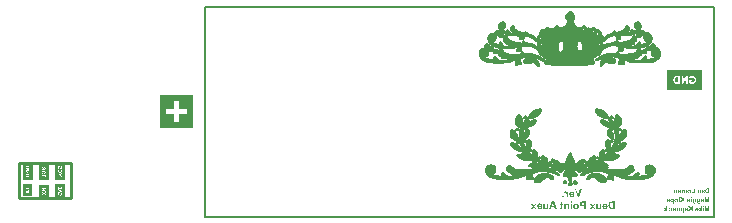
<source format=gbo>
G04 Layer_Color=32896*
%FSLAX25Y25*%
%MOIN*%
G70*
G01*
G75*
%ADD27C,0.01000*%
%ADD42C,0.00500*%
%ADD46C,0.00787*%
G36*
X337008Y110280D02*
X337065Y110271D01*
X337117Y110259D01*
X337141Y110252D01*
X337163Y110245D01*
X337182Y110238D01*
X337200Y110231D01*
X337215Y110224D01*
X337229Y110219D01*
X337239Y110214D01*
X337246Y110211D01*
X337251Y110209D01*
X337253Y110207D01*
X337302Y110176D01*
X337343Y110142D01*
X337380Y110105D01*
X337411Y110071D01*
X337433Y110039D01*
X337443Y110026D01*
X337451Y110013D01*
X337456Y110003D01*
X337461Y109996D01*
X337463Y109991D01*
X337464Y109989D01*
X337478Y109963D01*
X337489Y109936D01*
X337508Y109884D01*
X337520Y109834D01*
X337530Y109789D01*
X337532Y109768D01*
X337535Y109750D01*
X337537Y109733D01*
Y109719D01*
X337539Y109709D01*
Y109700D01*
Y109695D01*
Y109693D01*
X337537Y109657D01*
X337535Y109623D01*
X337532Y109588D01*
X337527Y109557D01*
X337521Y109527D01*
X337514Y109500D01*
X337508Y109474D01*
X337501Y109450D01*
X337494Y109429D01*
X337489Y109410D01*
X337482Y109394D01*
X337476Y109380D01*
X337471Y109370D01*
X337468Y109363D01*
X337464Y109358D01*
Y109356D01*
X337433Y109308D01*
X337399Y109264D01*
X337362Y109228D01*
X337328Y109199D01*
X337295Y109176D01*
X337283Y109166D01*
X337270Y109159D01*
X337260Y109152D01*
X337253Y109148D01*
X337248Y109147D01*
X337246Y109145D01*
X337193Y109121D01*
X337139Y109104D01*
X337087Y109091D01*
X337040Y109083D01*
X337020Y109079D01*
X337001Y109078D01*
X336985Y109076D01*
X336971D01*
X336959Y109074D01*
X336944D01*
X336897Y109076D01*
X336852Y109081D01*
X336809Y109090D01*
X336769Y109102D01*
X336731Y109114D01*
X336696Y109128D01*
X336663Y109143D01*
X336634Y109160D01*
X336608Y109176D01*
X336585Y109192D01*
X336565Y109205D01*
X336549Y109219D01*
X336535Y109230D01*
X336525Y109238D01*
X336520Y109244D01*
X336518Y109245D01*
X336489Y109278D01*
X336463Y109315D01*
X336440Y109349D01*
X336419Y109387D01*
X336404Y109423D01*
X336390Y109460D01*
X336378Y109494D01*
X336369Y109529D01*
X336362Y109560D01*
X336357Y109590D01*
X336354Y109616D01*
X336350Y109638D01*
Y109655D01*
X336349Y109669D01*
Y109678D01*
Y109681D01*
X336350Y109730D01*
X336355Y109775D01*
X336364Y109818D01*
X336374Y109858D01*
X336386Y109896D01*
X336402Y109932D01*
X336416Y109965D01*
X336432Y109994D01*
X336449Y110020D01*
X336463Y110045D01*
X336476Y110064D01*
X336490Y110081D01*
X336501Y110095D01*
X336509Y110103D01*
X336514Y110110D01*
X336516Y110112D01*
X336549Y110142D01*
X336582Y110169D01*
X336618Y110192D01*
X336655Y110211D01*
X336689Y110228D01*
X336726Y110242D01*
X336760Y110252D01*
X336793Y110263D01*
X336824Y110269D01*
X336854Y110275D01*
X336880Y110278D01*
X336902Y110280D01*
X336919Y110282D01*
X336933Y110283D01*
X336976D01*
X337008Y110280D01*
D02*
G37*
G36*
X335513Y110282D02*
X335553Y110275D01*
X335589Y110266D01*
X335620Y110256D01*
X335646Y110245D01*
X335656Y110240D01*
X335665Y110237D01*
X335672Y110233D01*
X335677Y110230D01*
X335681Y110228D01*
X335682D01*
X335715Y110207D01*
X335745Y110183D01*
X335771Y110159D01*
X335791Y110136D01*
X335809Y110117D01*
X335821Y110100D01*
X335828Y110090D01*
X335831Y110088D01*
Y110257D01*
X336117D01*
Y108661D01*
X335810D01*
Y109242D01*
X335779Y109211D01*
X335750Y109183D01*
X335722Y109160D01*
X335698Y109143D01*
X335677Y109129D01*
X335662Y109119D01*
X335651Y109114D01*
X335648Y109112D01*
X335618Y109100D01*
X335587Y109090D01*
X335558Y109083D01*
X335532Y109079D01*
X335508Y109076D01*
X335489Y109074D01*
X335473D01*
X335435Y109076D01*
X335400Y109081D01*
X335366Y109090D01*
X335335Y109098D01*
X335303Y109110D01*
X335276Y109124D01*
X335248Y109138D01*
X335226Y109154D01*
X335203Y109169D01*
X335184Y109183D01*
X335169Y109197D01*
X335155Y109209D01*
X335143Y109219D01*
X335136Y109226D01*
X335131Y109231D01*
X335129Y109233D01*
X335105Y109264D01*
X335082Y109299D01*
X335063Y109335D01*
X335048Y109372D01*
X335034Y109410D01*
X335021Y109446D01*
X335013Y109484D01*
X335004Y109519D01*
X334999Y109553D01*
X334994Y109584D01*
X334990Y109612D01*
X334989Y109636D01*
Y109657D01*
X334987Y109673D01*
Y109681D01*
Y109685D01*
X334989Y109737D01*
X334992Y109785D01*
X335001Y109830D01*
X335009Y109872D01*
X335020Y109911D01*
X335032Y109948D01*
X335044Y109981D01*
X335058Y110010D01*
X335072Y110036D01*
X335084Y110060D01*
X335096Y110079D01*
X335106Y110095D01*
X335115Y110109D01*
X335122Y110117D01*
X335127Y110122D01*
X335129Y110124D01*
X335156Y110152D01*
X335184Y110176D01*
X335212Y110199D01*
X335241Y110216D01*
X335271Y110231D01*
X335298Y110245D01*
X335326Y110256D01*
X335352Y110264D01*
X335378Y110269D01*
X335400Y110275D01*
X335419Y110278D01*
X335437Y110282D01*
X335452D01*
X335463Y110283D01*
X335471D01*
X335513Y110282D01*
D02*
G37*
G36*
X342177Y109100D02*
X341871D01*
Y110257D01*
X342177D01*
Y109100D01*
D02*
G37*
G36*
X338087D02*
X337781D01*
Y110697D01*
X338087D01*
Y109100D01*
D02*
G37*
G36*
X342416Y106100D02*
X342094D01*
Y106581D01*
X341834Y106849D01*
X341393Y106100D01*
X340976D01*
X341611Y107076D01*
X341007Y107697D01*
X341442D01*
X342094Y106988D01*
Y107697D01*
X342416D01*
Y106100D01*
D02*
G37*
G36*
X340438Y107280D02*
X340475Y107276D01*
X340507Y107271D01*
X340539Y107264D01*
X340566Y107257D01*
X340590Y107250D01*
X340615Y107244D01*
X340634Y107235D01*
X340651Y107228D01*
X340667Y107221D01*
X340679Y107214D01*
X340687Y107209D01*
X340694Y107205D01*
X340698Y107204D01*
X340699Y107202D01*
X340720Y107186D01*
X340739Y107167D01*
X340772Y107129D01*
X340800Y107088D01*
X340822Y107046D01*
X340840Y107010D01*
X340846Y106994D01*
X340852Y106981D01*
X340855Y106968D01*
X340859Y106960D01*
X340860Y106955D01*
Y106953D01*
X340585Y106903D01*
X340575Y106930D01*
X340563Y106955D01*
X340551Y106975D01*
X340539Y106991D01*
X340528Y107003D01*
X340519Y107010D01*
X340514Y107015D01*
X340513Y107017D01*
X340493Y107027D01*
X340473Y107036D01*
X340450Y107041D01*
X340429Y107046D01*
X340412Y107048D01*
X340397Y107050D01*
X340360D01*
X340340Y107048D01*
X340322Y107046D01*
X340305Y107045D01*
X340276Y107038D01*
X340253Y107031D01*
X340237Y107024D01*
X340225Y107017D01*
X340218Y107013D01*
X340217Y107012D01*
X340201Y106996D01*
X340191Y106975D01*
X340182Y106955D01*
X340177Y106934D01*
X340174Y106915D01*
X340172Y106899D01*
Y106887D01*
Y106885D01*
Y106884D01*
Y106854D01*
X340189Y106847D01*
X340208Y106840D01*
X340231Y106834D01*
X340253Y106827D01*
X340303Y106815D01*
X340352Y106802D01*
X340376Y106797D01*
X340398Y106792D01*
X340419Y106789D01*
X340436Y106785D01*
X340450Y106782D01*
X340462Y106780D01*
X340469Y106778D01*
X340471D01*
X340500Y106773D01*
X340526Y106766D01*
X340552Y106759D01*
X340577Y106754D01*
X340597Y106747D01*
X340618Y106742D01*
X340637Y106735D01*
X340653Y106730D01*
X340667Y106725D01*
X340680Y106721D01*
X340691Y106716D01*
X340699Y106712D01*
X340706Y106709D01*
X340711Y106707D01*
X340713Y106705D01*
X340715D01*
X340744Y106690D01*
X340770Y106671D01*
X340793Y106652D01*
X340810Y106633D01*
X340826Y106615D01*
X340836Y106602D01*
X340843Y106593D01*
X340845Y106591D01*
Y106590D01*
X340860Y106560D01*
X340872Y106531D01*
X340879Y106501D01*
X340886Y106474D01*
X340890Y106449D01*
X340891Y106432D01*
Y106425D01*
Y106420D01*
Y106417D01*
Y106415D01*
X340890Y106387D01*
X340886Y106361D01*
X340883Y106337D01*
X340876Y106315D01*
X340859Y106271D01*
X340850Y106254D01*
X340840Y106237D01*
X340831Y106221D01*
X340822Y106207D01*
X340814Y106197D01*
X340805Y106186D01*
X340798Y106180D01*
X340794Y106174D01*
X340791Y106171D01*
X340789Y106169D01*
X340769Y106152D01*
X340748Y106138D01*
X340725Y106126D01*
X340701Y106114D01*
X340654Y106096D01*
X340609Y106086D01*
X340589Y106083D01*
X340570Y106079D01*
X340552Y106078D01*
X340537Y106076D01*
X340525Y106074D01*
X340507D01*
X340469Y106076D01*
X340435Y106079D01*
X340402Y106086D01*
X340374Y106093D01*
X340350Y106100D01*
X340333Y106107D01*
X340326Y106109D01*
X340320Y106110D01*
X340319Y106112D01*
X340317D01*
X340284Y106128D01*
X340253Y106147D01*
X340224Y106166D01*
X340199Y106183D01*
X340179Y106200D01*
X340163Y106214D01*
X340153Y106223D01*
X340149Y106226D01*
X340147Y106223D01*
X340146Y106218D01*
X340142Y106205D01*
X340141Y106195D01*
X340139Y106192D01*
Y106190D01*
X340132Y106169D01*
X340127Y106150D01*
X340120Y106135D01*
X340116Y106123D01*
X340113Y106112D01*
X340109Y106105D01*
X340108Y106102D01*
Y106100D01*
X339805D01*
X339819Y106129D01*
X339831Y106159D01*
X339841Y106185D01*
X339848Y106207D01*
X339853Y106226D01*
X339857Y106242D01*
X339860Y106251D01*
Y106254D01*
X339862Y106268D01*
X339865Y106285D01*
X339869Y106320D01*
X339871Y106358D01*
X339873Y106394D01*
X339874Y106427D01*
Y106441D01*
Y106455D01*
Y106465D01*
Y106472D01*
Y106477D01*
Y106479D01*
X339869Y106837D01*
Y106873D01*
X339871Y106906D01*
X339873Y106936D01*
X339876Y106963D01*
X339879Y106989D01*
X339883Y107012D01*
X339886Y107031D01*
X339890Y107048D01*
X339893Y107064D01*
X339897Y107076D01*
X339900Y107088D01*
X339904Y107097D01*
X339907Y107102D01*
X339909Y107107D01*
X339911Y107110D01*
X339928Y107136D01*
X339950Y107160D01*
X339973Y107181D01*
X339997Y107200D01*
X340018Y107214D01*
X340037Y107225D01*
X340042Y107228D01*
X340047Y107231D01*
X340051Y107233D01*
X340052D01*
X340073Y107242D01*
X340094Y107250D01*
X340142Y107263D01*
X340193Y107271D01*
X340243Y107276D01*
X340267Y107280D01*
X340288Y107282D01*
X340308D01*
X340324Y107283D01*
X340400D01*
X340438Y107280D01*
D02*
G37*
G36*
X346140Y107413D02*
X345834D01*
Y107697D01*
X346140D01*
Y107413D01*
D02*
G37*
G36*
X334366D02*
X334060D01*
Y107697D01*
X334366D01*
Y107413D01*
D02*
G37*
G36*
X334347Y110282D02*
X334388Y110276D01*
X334426Y110268D01*
X334461Y110257D01*
X334496Y110245D01*
X334527Y110231D01*
X334556Y110216D01*
X334582Y110202D01*
X334605Y110186D01*
X334625Y110171D01*
X334644Y110157D01*
X334658Y110145D01*
X334670Y110134D01*
X334679Y110126D01*
X334684Y110121D01*
X334686Y110119D01*
X334712Y110088D01*
X334734Y110053D01*
X334755Y110017D01*
X334772Y109981D01*
X334786Y109942D01*
X334798Y109904D01*
X334809Y109868D01*
X334816Y109834D01*
X334823Y109799D01*
X334826Y109769D01*
X334829Y109740D01*
X334833Y109716D01*
Y109697D01*
X334835Y109681D01*
Y109673D01*
Y109669D01*
X334833Y109626D01*
X334829Y109583D01*
X334824Y109543D01*
X334817Y109505D01*
X334809Y109470D01*
X334798Y109437D01*
X334788Y109406D01*
X334778Y109379D01*
X334767Y109354D01*
X334757Y109332D01*
X334747Y109315D01*
X334738Y109299D01*
X334731Y109285D01*
X334726Y109276D01*
X334722Y109271D01*
X334720Y109269D01*
X334691Y109235D01*
X334660Y109205D01*
X334625Y109180D01*
X334591Y109157D01*
X334553Y109138D01*
X334516Y109123D01*
X334480Y109109D01*
X334444Y109098D01*
X334409Y109090D01*
X334378Y109084D01*
X334349Y109079D01*
X334324Y109078D01*
X334304Y109076D01*
X334288Y109074D01*
X334274D01*
X334240Y109076D01*
X334207Y109078D01*
X334174Y109083D01*
X334144Y109088D01*
X334117Y109095D01*
X334091Y109102D01*
X334067Y109109D01*
X334044Y109117D01*
X334025Y109126D01*
X334008Y109133D01*
X333992Y109140D01*
X333980Y109147D01*
X333970Y109152D01*
X333963Y109157D01*
X333959Y109159D01*
X333958Y109160D01*
X333935Y109178D01*
X333913Y109197D01*
X333875Y109238D01*
X333842Y109280D01*
X333816Y109321D01*
X333805Y109341D01*
X333797Y109360D01*
X333788Y109375D01*
X333781Y109389D01*
X333778Y109401D01*
X333774Y109410D01*
X333771Y109415D01*
Y109417D01*
X334075Y109468D01*
X334086Y109437D01*
X334098Y109411D01*
X334110Y109389D01*
X334124Y109372D01*
X334134Y109358D01*
X334143Y109347D01*
X334150Y109342D01*
X334151Y109341D01*
X334170Y109328D01*
X334191Y109318D01*
X334210Y109311D01*
X334229Y109308D01*
X334246Y109304D01*
X334259Y109302D01*
X334271D01*
X334290Y109304D01*
X334309Y109306D01*
X334343Y109315D01*
X334374Y109327D01*
X334401Y109341D01*
X334421Y109353D01*
X334437Y109365D01*
X334445Y109373D01*
X334447Y109377D01*
X334449D01*
X334473Y109408D01*
X334490Y109442D01*
X334503Y109479D01*
X334511Y109513D01*
X334516Y109543D01*
X334518Y109557D01*
X334520Y109569D01*
X334522Y109578D01*
Y109586D01*
Y109590D01*
Y109591D01*
X333755D01*
Y109655D01*
X333760Y109714D01*
X333767Y109769D01*
X333776Y109821D01*
X333786Y109868D01*
X333798Y109910D01*
X333810Y109949D01*
X333824Y109984D01*
X333838Y110013D01*
X333852Y110039D01*
X333864Y110062D01*
X333876Y110081D01*
X333885Y110095D01*
X333892Y110103D01*
X333897Y110110D01*
X333899Y110112D01*
X333928Y110142D01*
X333959Y110169D01*
X333992Y110192D01*
X334025Y110211D01*
X334060Y110228D01*
X334092Y110242D01*
X334125Y110252D01*
X334158Y110263D01*
X334188Y110269D01*
X334215Y110275D01*
X334241Y110278D01*
X334262Y110280D01*
X334281Y110282D01*
X334293Y110283D01*
X334305D01*
X334347Y110282D01*
D02*
G37*
G36*
X344521D02*
X344557Y110276D01*
X344592Y110269D01*
X344625Y110259D01*
X344656Y110247D01*
X344684Y110235D01*
X344711Y110221D01*
X344734Y110207D01*
X344756Y110192D01*
X344775Y110178D01*
X344793Y110166D01*
X344805Y110154D01*
X344817Y110143D01*
X344824Y110136D01*
X344829Y110131D01*
X344831Y110129D01*
X344855Y110098D01*
X344876Y110065D01*
X344895Y110031D01*
X344910Y109994D01*
X344924Y109958D01*
X344934Y109922D01*
X344945Y109885D01*
X344952Y109849D01*
X344957Y109816D01*
X344962Y109785D01*
X344966Y109757D01*
X344967Y109733D01*
Y109712D01*
X344969Y109697D01*
Y109688D01*
Y109685D01*
X344967Y109642D01*
X344964Y109602D01*
X344959Y109564D01*
X344952Y109527D01*
X344945Y109493D01*
X344936Y109460D01*
X344926Y109430D01*
X344915Y109405D01*
X344907Y109380D01*
X344896Y109360D01*
X344888Y109341D01*
X344879Y109325D01*
X344874Y109313D01*
X344869Y109304D01*
X344865Y109299D01*
X344864Y109297D01*
X344838Y109263D01*
X344808Y109231D01*
X344779Y109205D01*
X344748Y109183D01*
X344718Y109164D01*
X344687Y109148D01*
X344658Y109135D01*
X344628Y109124D01*
X344601Y109117D01*
X344576Y109110D01*
X344552Y109107D01*
X344533Y109104D01*
X344517Y109102D01*
X344505Y109100D01*
X344495D01*
X344457Y109102D01*
X344421Y109109D01*
X344384Y109117D01*
X344353Y109129D01*
X344322Y109145D01*
X344293Y109160D01*
X344267Y109178D01*
X344242Y109195D01*
X344222Y109212D01*
X344203Y109230D01*
X344185Y109247D01*
X344172Y109261D01*
X344161Y109273D01*
X344154Y109282D01*
X344149Y109289D01*
X344147Y109290D01*
Y109119D01*
Y109084D01*
X344149Y109055D01*
X344152Y109031D01*
X344154Y109012D01*
X344158Y108996D01*
X344161Y108988D01*
X344163Y108981D01*
Y108979D01*
X344172Y108960D01*
X344180Y108944D01*
X344191Y108931D01*
X344201Y108920D01*
X344210Y108911D01*
X344216Y108906D01*
X344222Y108903D01*
X344223Y108901D01*
X344248Y108889D01*
X344277Y108880D01*
X344306Y108873D01*
X344336Y108870D01*
X344362Y108867D01*
X344374D01*
X344384Y108865D01*
X344403D01*
X344436Y108867D01*
X344464Y108870D01*
X344488Y108875D01*
X344507Y108882D01*
X344521Y108889D01*
X344531Y108894D01*
X344538Y108898D01*
X344540Y108899D01*
X344550Y108910D01*
X344559Y108922D01*
X344566Y108936D01*
X344571Y108949D01*
X344575Y108962D01*
X344578Y108972D01*
X344580Y108981D01*
Y108982D01*
X344929Y109026D01*
X344931Y109012D01*
Y109000D01*
Y108993D01*
Y108989D01*
X344929Y108962D01*
X344926Y108934D01*
X344919Y108908D01*
X344912Y108884D01*
X344893Y108841D01*
X344881Y108820D01*
X344869Y108802D01*
X344858Y108787D01*
X344846Y108773D01*
X344836Y108761D01*
X344827Y108752D01*
X344820Y108744D01*
X344813Y108738D01*
X344810Y108735D01*
X344808Y108733D01*
X344784Y108716D01*
X344755Y108700D01*
X344723Y108686D01*
X344690Y108674D01*
X344658Y108664D01*
X344623Y108655D01*
X344554Y108643D01*
X344521Y108640D01*
X344492Y108636D01*
X344464Y108635D01*
X344440Y108633D01*
X344419Y108631D01*
X344391D01*
X344336Y108633D01*
X344286Y108636D01*
X344241Y108642D01*
X344222Y108645D01*
X344204Y108649D01*
X344189Y108650D01*
X344173Y108654D01*
X344161Y108657D01*
X344152Y108659D01*
X344144Y108661D01*
X344139Y108662D01*
X344135Y108664D01*
X344133D01*
X344097Y108678D01*
X344064Y108692D01*
X344037Y108707D01*
X344014Y108723D01*
X343995Y108735D01*
X343981Y108745D01*
X343974Y108754D01*
X343971Y108756D01*
X343950Y108778D01*
X343931Y108804D01*
X343914Y108832D01*
X343900Y108856D01*
X343889Y108880D01*
X343883Y108898D01*
X343879Y108905D01*
X343877Y108910D01*
X343876Y108913D01*
Y108915D01*
X343869Y108936D01*
X343864Y108956D01*
X343855Y109005D01*
X343850Y109055D01*
X343845Y109104D01*
Y109128D01*
X343843Y109148D01*
Y109168D01*
X343841Y109185D01*
Y109199D01*
Y109209D01*
Y109216D01*
Y109218D01*
Y110257D01*
X344128D01*
Y110095D01*
X344156Y110128D01*
X344184Y110157D01*
X344213Y110183D01*
X344242Y110204D01*
X344272Y110223D01*
X344301Y110237D01*
X344331Y110250D01*
X344358Y110259D01*
X344384Y110268D01*
X344407Y110273D01*
X344429Y110278D01*
X344447Y110280D01*
X344462Y110282D01*
X344473Y110283D01*
X344483D01*
X344521Y110282D01*
D02*
G37*
G36*
X343160D02*
X343196Y110276D01*
X343230Y110269D01*
X343263Y110259D01*
X343294Y110247D01*
X343322Y110235D01*
X343350Y110221D01*
X343372Y110207D01*
X343395Y110192D01*
X343414Y110178D01*
X343431Y110166D01*
X343443Y110154D01*
X343455Y110143D01*
X343462Y110136D01*
X343467Y110131D01*
X343469Y110129D01*
X343493Y110098D01*
X343514Y110065D01*
X343533Y110031D01*
X343549Y109994D01*
X343563Y109958D01*
X343573Y109922D01*
X343583Y109885D01*
X343590Y109849D01*
X343595Y109816D01*
X343601Y109785D01*
X343604Y109757D01*
X343606Y109733D01*
Y109712D01*
X343607Y109697D01*
Y109688D01*
Y109685D01*
X343606Y109642D01*
X343602Y109602D01*
X343597Y109564D01*
X343590Y109527D01*
X343583Y109493D01*
X343575Y109460D01*
X343564Y109430D01*
X343554Y109405D01*
X343545Y109380D01*
X343535Y109360D01*
X343526Y109341D01*
X343518Y109325D01*
X343512Y109313D01*
X343507Y109304D01*
X343504Y109299D01*
X343502Y109297D01*
X343476Y109263D01*
X343447Y109231D01*
X343417Y109205D01*
X343386Y109183D01*
X343357Y109164D01*
X343325Y109148D01*
X343296Y109135D01*
X343267Y109124D01*
X343239Y109117D01*
X343215Y109110D01*
X343191Y109107D01*
X343172Y109104D01*
X343156Y109102D01*
X343144Y109100D01*
X343133D01*
X343095Y109102D01*
X343059Y109109D01*
X343023Y109117D01*
X342992Y109129D01*
X342961Y109145D01*
X342931Y109160D01*
X342905Y109178D01*
X342881Y109195D01*
X342860Y109212D01*
X342841Y109230D01*
X342824Y109247D01*
X342810Y109261D01*
X342800Y109273D01*
X342793Y109282D01*
X342788Y109289D01*
X342786Y109290D01*
Y109119D01*
Y109084D01*
X342788Y109055D01*
X342791Y109031D01*
X342793Y109012D01*
X342796Y108996D01*
X342800Y108988D01*
X342801Y108981D01*
Y108979D01*
X342810Y108960D01*
X342819Y108944D01*
X342829Y108931D01*
X342839Y108920D01*
X342848Y108911D01*
X342855Y108906D01*
X342860Y108903D01*
X342862Y108901D01*
X342886Y108889D01*
X342916Y108880D01*
X342945Y108873D01*
X342974Y108870D01*
X343000Y108867D01*
X343012D01*
X343023Y108865D01*
X343042D01*
X343075Y108867D01*
X343102Y108870D01*
X343127Y108875D01*
X343146Y108882D01*
X343160Y108889D01*
X343170Y108894D01*
X343177Y108898D01*
X343179Y108899D01*
X343189Y108910D01*
X343197Y108922D01*
X343204Y108936D01*
X343210Y108949D01*
X343213Y108962D01*
X343217Y108972D01*
X343218Y108981D01*
Y108982D01*
X343568Y109026D01*
X343569Y109012D01*
Y109000D01*
Y108993D01*
Y108989D01*
X343568Y108962D01*
X343564Y108934D01*
X343557Y108908D01*
X343550Y108884D01*
X343531Y108841D01*
X343519Y108820D01*
X343507Y108802D01*
X343497Y108787D01*
X343485Y108773D01*
X343474Y108761D01*
X343466Y108752D01*
X343459Y108744D01*
X343452Y108738D01*
X343448Y108735D01*
X343447Y108733D01*
X343422Y108716D01*
X343393Y108700D01*
X343362Y108686D01*
X343329Y108674D01*
X343296Y108664D01*
X343262Y108655D01*
X343192Y108643D01*
X343160Y108640D01*
X343130Y108636D01*
X343102Y108635D01*
X343078Y108633D01*
X343057Y108631D01*
X343030D01*
X342974Y108633D01*
X342924Y108636D01*
X342879Y108642D01*
X342860Y108645D01*
X342843Y108649D01*
X342827Y108650D01*
X342812Y108654D01*
X342800Y108657D01*
X342791Y108659D01*
X342782Y108661D01*
X342777Y108662D01*
X342774Y108664D01*
X342772D01*
X342736Y108678D01*
X342703Y108692D01*
X342675Y108707D01*
X342653Y108723D01*
X342634Y108735D01*
X342620Y108745D01*
X342613Y108754D01*
X342609Y108756D01*
X342589Y108778D01*
X342569Y108804D01*
X342552Y108832D01*
X342538Y108856D01*
X342528Y108880D01*
X342521Y108898D01*
X342518Y108905D01*
X342516Y108910D01*
X342514Y108913D01*
Y108915D01*
X342507Y108936D01*
X342502Y108956D01*
X342493Y109005D01*
X342488Y109055D01*
X342483Y109104D01*
Y109128D01*
X342481Y109148D01*
Y109168D01*
X342480Y109185D01*
Y109199D01*
Y109209D01*
Y109216D01*
Y109218D01*
Y110257D01*
X342767D01*
Y110095D01*
X342794Y110128D01*
X342822Y110157D01*
X342851Y110183D01*
X342881Y110204D01*
X342910Y110223D01*
X342940Y110237D01*
X342969Y110250D01*
X342997Y110259D01*
X343023Y110268D01*
X343045Y110273D01*
X343068Y110278D01*
X343085Y110280D01*
X343101Y110282D01*
X343111Y110283D01*
X343121D01*
X343160Y110282D01*
D02*
G37*
G36*
X341348Y113280D02*
X341405Y113271D01*
X341457Y113259D01*
X341481Y113252D01*
X341504Y113245D01*
X341523Y113238D01*
X341540Y113231D01*
X341556Y113224D01*
X341570Y113219D01*
X341580Y113214D01*
X341587Y113211D01*
X341592Y113209D01*
X341594Y113207D01*
X341642Y113176D01*
X341684Y113142D01*
X341720Y113105D01*
X341751Y113070D01*
X341774Y113039D01*
X341784Y113025D01*
X341791Y113013D01*
X341796Y113003D01*
X341801Y112996D01*
X341803Y112991D01*
X341805Y112989D01*
X341819Y112963D01*
X341829Y112936D01*
X341848Y112884D01*
X341860Y112833D01*
X341871Y112788D01*
X341872Y112768D01*
X341876Y112750D01*
X341878Y112733D01*
Y112719D01*
X341879Y112709D01*
Y112700D01*
Y112695D01*
Y112693D01*
X341878Y112657D01*
X341876Y112622D01*
X341872Y112588D01*
X341867Y112557D01*
X341862Y112527D01*
X341855Y112500D01*
X341848Y112474D01*
X341841Y112450D01*
X341834Y112429D01*
X341829Y112410D01*
X341822Y112394D01*
X341817Y112380D01*
X341812Y112370D01*
X341808Y112363D01*
X341805Y112358D01*
Y112356D01*
X341774Y112308D01*
X341739Y112264D01*
X341703Y112228D01*
X341668Y112199D01*
X341635Y112176D01*
X341623Y112166D01*
X341611Y112159D01*
X341601Y112152D01*
X341594Y112148D01*
X341589Y112147D01*
X341587Y112145D01*
X341533Y112121D01*
X341480Y112103D01*
X341428Y112091D01*
X341381Y112083D01*
X341360Y112079D01*
X341341Y112077D01*
X341326Y112076D01*
X341312D01*
X341300Y112074D01*
X341284D01*
X341237Y112076D01*
X341193Y112081D01*
X341149Y112090D01*
X341109Y112102D01*
X341071Y112114D01*
X341037Y112128D01*
X341004Y112143D01*
X340974Y112161D01*
X340949Y112176D01*
X340926Y112192D01*
X340905Y112206D01*
X340890Y112219D01*
X340876Y112230D01*
X340865Y112238D01*
X340860Y112244D01*
X340859Y112245D01*
X340829Y112278D01*
X340803Y112314D01*
X340781Y112349D01*
X340760Y112387D01*
X340744Y112424D01*
X340731Y112460D01*
X340718Y112494D01*
X340710Y112529D01*
X340703Y112560D01*
X340698Y112590D01*
X340694Y112616D01*
X340691Y112638D01*
Y112655D01*
X340689Y112669D01*
Y112678D01*
Y112681D01*
X340691Y112730D01*
X340696Y112775D01*
X340705Y112818D01*
X340715Y112858D01*
X340727Y112896D01*
X340743Y112932D01*
X340757Y112965D01*
X340772Y112994D01*
X340789Y113020D01*
X340803Y113045D01*
X340817Y113064D01*
X340831Y113081D01*
X340841Y113095D01*
X340850Y113103D01*
X340855Y113110D01*
X340857Y113112D01*
X340890Y113142D01*
X340923Y113169D01*
X340959Y113192D01*
X340995Y113211D01*
X341030Y113228D01*
X341066Y113242D01*
X341101Y113252D01*
X341134Y113263D01*
X341165Y113269D01*
X341194Y113275D01*
X341220Y113278D01*
X341243Y113280D01*
X341260Y113282D01*
X341274Y113283D01*
X341317D01*
X341348Y113280D01*
D02*
G37*
G36*
X342177Y110413D02*
X341871D01*
Y110697D01*
X342177D01*
Y110413D01*
D02*
G37*
G36*
X348000Y109100D02*
X347702D01*
Y110356D01*
X347388Y109100D01*
X347076D01*
X346761Y110356D01*
X346760Y109100D01*
X346462D01*
Y110697D01*
X346946D01*
X347230Y109607D01*
X347517Y110697D01*
X348000D01*
Y109100D01*
D02*
G37*
G36*
X341160Y110282D02*
X341201Y110276D01*
X341239Y110268D01*
X341274Y110257D01*
X341308Y110245D01*
X341339Y110231D01*
X341369Y110216D01*
X341395Y110202D01*
X341417Y110186D01*
X341438Y110171D01*
X341457Y110157D01*
X341471Y110145D01*
X341483Y110134D01*
X341492Y110126D01*
X341497Y110121D01*
X341499Y110119D01*
X341525Y110088D01*
X341547Y110053D01*
X341568Y110017D01*
X341585Y109981D01*
X341599Y109942D01*
X341611Y109904D01*
X341621Y109868D01*
X341628Y109834D01*
X341635Y109799D01*
X341639Y109769D01*
X341642Y109740D01*
X341646Y109716D01*
Y109697D01*
X341647Y109681D01*
Y109673D01*
Y109669D01*
X341646Y109626D01*
X341642Y109583D01*
X341637Y109543D01*
X341630Y109505D01*
X341621Y109470D01*
X341611Y109437D01*
X341601Y109406D01*
X341590Y109379D01*
X341580Y109354D01*
X341570Y109332D01*
X341559Y109315D01*
X341551Y109299D01*
X341544Y109285D01*
X341539Y109276D01*
X341535Y109271D01*
X341533Y109269D01*
X341504Y109235D01*
X341473Y109205D01*
X341438Y109180D01*
X341404Y109157D01*
X341366Y109138D01*
X341329Y109123D01*
X341293Y109109D01*
X341256Y109098D01*
X341222Y109090D01*
X341191Y109084D01*
X341161Y109079D01*
X341137Y109078D01*
X341116Y109076D01*
X341101Y109074D01*
X341087D01*
X341052Y109076D01*
X341020Y109078D01*
X340987Y109083D01*
X340957Y109088D01*
X340930Y109095D01*
X340903Y109102D01*
X340879Y109109D01*
X340857Y109117D01*
X340838Y109126D01*
X340821Y109133D01*
X340805Y109140D01*
X340793Y109147D01*
X340782Y109152D01*
X340775Y109157D01*
X340772Y109159D01*
X340770Y109160D01*
X340748Y109178D01*
X340725Y109197D01*
X340687Y109238D01*
X340654Y109280D01*
X340629Y109321D01*
X340618Y109341D01*
X340609Y109360D01*
X340601Y109375D01*
X340594Y109389D01*
X340590Y109401D01*
X340587Y109410D01*
X340583Y109415D01*
Y109417D01*
X340888Y109468D01*
X340898Y109437D01*
X340911Y109411D01*
X340923Y109389D01*
X340936Y109372D01*
X340947Y109358D01*
X340955Y109347D01*
X340962Y109342D01*
X340964Y109341D01*
X340983Y109328D01*
X341004Y109318D01*
X341023Y109311D01*
X341042Y109308D01*
X341059Y109304D01*
X341071Y109302D01*
X341084D01*
X341103Y109304D01*
X341122Y109306D01*
X341156Y109315D01*
X341187Y109327D01*
X341213Y109341D01*
X341234Y109353D01*
X341249Y109365D01*
X341258Y109373D01*
X341260Y109377D01*
X341262D01*
X341286Y109408D01*
X341303Y109442D01*
X341315Y109479D01*
X341324Y109513D01*
X341329Y109543D01*
X341331Y109557D01*
X341333Y109569D01*
X341334Y109578D01*
Y109586D01*
Y109590D01*
Y109591D01*
X340568D01*
Y109655D01*
X340573Y109714D01*
X340580Y109769D01*
X340589Y109821D01*
X340599Y109868D01*
X340611Y109910D01*
X340623Y109949D01*
X340637Y109984D01*
X340651Y110013D01*
X340665Y110039D01*
X340677Y110062D01*
X340689Y110081D01*
X340698Y110095D01*
X340705Y110103D01*
X340710Y110110D01*
X340711Y110112D01*
X340741Y110142D01*
X340772Y110169D01*
X340805Y110192D01*
X340838Y110211D01*
X340872Y110228D01*
X340905Y110242D01*
X340938Y110252D01*
X340971Y110263D01*
X341000Y110269D01*
X341028Y110275D01*
X341054Y110278D01*
X341075Y110280D01*
X341094Y110282D01*
X341106Y110283D01*
X341118D01*
X341160Y110282D01*
D02*
G37*
G36*
X339692Y109100D02*
X339371D01*
Y109581D01*
X339111Y109849D01*
X338670Y109100D01*
X338253D01*
X338888Y110076D01*
X338284Y110697D01*
X338719D01*
X339371Y109987D01*
Y110697D01*
X339692D01*
Y109100D01*
D02*
G37*
G36*
X345768Y110280D02*
X345805Y110276D01*
X345837Y110271D01*
X345869Y110264D01*
X345896Y110257D01*
X345920Y110250D01*
X345945Y110243D01*
X345964Y110235D01*
X345981Y110228D01*
X345997Y110221D01*
X346009Y110214D01*
X346017Y110209D01*
X346024Y110205D01*
X346028Y110204D01*
X346029Y110202D01*
X346050Y110186D01*
X346069Y110167D01*
X346102Y110129D01*
X346130Y110088D01*
X346152Y110046D01*
X346170Y110010D01*
X346177Y109994D01*
X346182Y109981D01*
X346185Y109968D01*
X346189Y109960D01*
X346190Y109955D01*
Y109953D01*
X345915Y109903D01*
X345905Y109930D01*
X345893Y109955D01*
X345881Y109975D01*
X345869Y109991D01*
X345858Y110003D01*
X345850Y110010D01*
X345844Y110015D01*
X345843Y110017D01*
X345824Y110027D01*
X345803Y110036D01*
X345780Y110041D01*
X345760Y110046D01*
X345742Y110048D01*
X345727Y110050D01*
X345690D01*
X345670Y110048D01*
X345652Y110046D01*
X345635Y110045D01*
X345606Y110038D01*
X345583Y110031D01*
X345568Y110024D01*
X345555Y110017D01*
X345549Y110013D01*
X345547Y110012D01*
X345531Y109996D01*
X345521Y109975D01*
X345512Y109955D01*
X345507Y109934D01*
X345504Y109915D01*
X345502Y109899D01*
Y109887D01*
Y109885D01*
Y109884D01*
Y109854D01*
X345519Y109847D01*
X345538Y109840D01*
X345561Y109834D01*
X345583Y109827D01*
X345633Y109815D01*
X345682Y109802D01*
X345706Y109797D01*
X345728Y109792D01*
X345749Y109789D01*
X345767Y109785D01*
X345780Y109782D01*
X345793Y109780D01*
X345799Y109778D01*
X345801D01*
X345831Y109773D01*
X345856Y109766D01*
X345883Y109759D01*
X345907Y109754D01*
X345928Y109747D01*
X345948Y109742D01*
X345967Y109735D01*
X345983Y109730D01*
X345997Y109724D01*
X346010Y109721D01*
X346021Y109716D01*
X346029Y109712D01*
X346037Y109709D01*
X346042Y109707D01*
X346043Y109705D01*
X346045D01*
X346075Y109690D01*
X346100Y109671D01*
X346123Y109652D01*
X346140Y109633D01*
X346156Y109616D01*
X346166Y109602D01*
X346173Y109593D01*
X346175Y109591D01*
Y109590D01*
X346190Y109560D01*
X346202Y109531D01*
X346210Y109501D01*
X346216Y109474D01*
X346220Y109450D01*
X346222Y109432D01*
Y109425D01*
Y109420D01*
Y109417D01*
Y109415D01*
X346220Y109387D01*
X346216Y109361D01*
X346213Y109337D01*
X346206Y109315D01*
X346189Y109271D01*
X346180Y109254D01*
X346170Y109237D01*
X346161Y109221D01*
X346152Y109207D01*
X346144Y109197D01*
X346135Y109186D01*
X346128Y109180D01*
X346125Y109174D01*
X346121Y109171D01*
X346119Y109169D01*
X346099Y109152D01*
X346078Y109138D01*
X346056Y109126D01*
X346031Y109114D01*
X345985Y109097D01*
X345940Y109086D01*
X345919Y109083D01*
X345900Y109079D01*
X345883Y109078D01*
X345867Y109076D01*
X345855Y109074D01*
X345837D01*
X345799Y109076D01*
X345765Y109079D01*
X345732Y109086D01*
X345704Y109093D01*
X345680Y109100D01*
X345663Y109107D01*
X345656Y109109D01*
X345651Y109110D01*
X345649Y109112D01*
X345647D01*
X345614Y109128D01*
X345583Y109147D01*
X345554Y109166D01*
X345530Y109183D01*
X345509Y109200D01*
X345493Y109214D01*
X345483Y109223D01*
X345479Y109226D01*
X345478Y109223D01*
X345476Y109218D01*
X345473Y109205D01*
X345471Y109195D01*
X345469Y109192D01*
Y109190D01*
X345462Y109169D01*
X345457Y109150D01*
X345450Y109135D01*
X345446Y109123D01*
X345443Y109112D01*
X345440Y109105D01*
X345438Y109102D01*
Y109100D01*
X345135D01*
X345149Y109129D01*
X345161Y109159D01*
X345171Y109185D01*
X345178Y109207D01*
X345184Y109226D01*
X345187Y109242D01*
X345191Y109250D01*
Y109254D01*
X345192Y109268D01*
X345196Y109285D01*
X345199Y109320D01*
X345201Y109358D01*
X345203Y109394D01*
X345204Y109427D01*
Y109441D01*
Y109455D01*
Y109465D01*
Y109472D01*
Y109477D01*
Y109479D01*
X345199Y109837D01*
Y109873D01*
X345201Y109906D01*
X345203Y109936D01*
X345206Y109963D01*
X345210Y109989D01*
X345213Y110012D01*
X345216Y110031D01*
X345220Y110048D01*
X345223Y110064D01*
X345227Y110076D01*
X345230Y110088D01*
X345234Y110097D01*
X345237Y110102D01*
X345239Y110107D01*
X345241Y110110D01*
X345258Y110136D01*
X345280Y110161D01*
X345303Y110181D01*
X345327Y110200D01*
X345348Y110214D01*
X345367Y110224D01*
X345372Y110228D01*
X345377Y110231D01*
X345381Y110233D01*
X345382D01*
X345403Y110242D01*
X345424Y110250D01*
X345473Y110263D01*
X345523Y110271D01*
X345573Y110276D01*
X345597Y110280D01*
X345618Y110282D01*
X345638D01*
X345654Y110283D01*
X345730D01*
X345768Y110280D01*
D02*
G37*
G36*
X345533Y106100D02*
X345227D01*
Y106470D01*
X345085Y106619D01*
X344794Y106100D01*
X344464D01*
X344888Y106834D01*
X344492Y107257D01*
X344869D01*
X345227Y106849D01*
Y107697D01*
X345533D01*
Y106100D01*
D02*
G37*
G36*
X122377Y116422D02*
X119059D01*
Y122202D01*
X122377D01*
Y116422D01*
D02*
G37*
G36*
X122353Y111082D02*
X119080D01*
Y115312D01*
X122353D01*
Y111082D01*
D02*
G37*
G36*
X175843Y133807D02*
X164804D01*
Y144857D01*
X175843D01*
Y133807D01*
D02*
G37*
G36*
X345600Y146553D02*
X334013D01*
Y153198D01*
X345600D01*
Y146553D01*
D02*
G37*
G36*
X127700Y110461D02*
X124426D01*
Y114800D01*
X127700D01*
Y110461D01*
D02*
G37*
G36*
X133204Y110288D02*
X129902D01*
Y115312D01*
X133204D01*
Y110288D01*
D02*
G37*
G36*
X127724Y116358D02*
X124406D01*
Y121800D01*
X127724D01*
Y116358D01*
D02*
G37*
G36*
X133204Y116513D02*
X129886D01*
Y122202D01*
X133204D01*
Y116513D01*
D02*
G37*
G36*
X338976Y107282D02*
X339016Y107275D01*
X339052Y107266D01*
X339084Y107256D01*
X339109Y107245D01*
X339120Y107240D01*
X339129Y107237D01*
X339136Y107233D01*
X339141Y107230D01*
X339144Y107228D01*
X339146D01*
X339179Y107207D01*
X339208Y107183D01*
X339234Y107159D01*
X339255Y107136D01*
X339272Y107117D01*
X339284Y107100D01*
X339291Y107090D01*
X339295Y107088D01*
Y107257D01*
X339580D01*
Y105661D01*
X339274D01*
Y106242D01*
X339243Y106211D01*
X339213Y106183D01*
X339186Y106160D01*
X339161Y106143D01*
X339141Y106129D01*
X339125Y106119D01*
X339115Y106114D01*
X339111Y106112D01*
X339082Y106100D01*
X339051Y106090D01*
X339021Y106083D01*
X338995Y106079D01*
X338971Y106076D01*
X338952Y106074D01*
X338936D01*
X338898Y106076D01*
X338864Y106081D01*
X338829Y106090D01*
X338798Y106098D01*
X338767Y106110D01*
X338739Y106124D01*
X338712Y106138D01*
X338689Y106154D01*
X338667Y106169D01*
X338648Y106183D01*
X338632Y106197D01*
X338618Y106209D01*
X338606Y106219D01*
X338599Y106226D01*
X338594Y106231D01*
X338592Y106233D01*
X338568Y106264D01*
X338546Y106299D01*
X338527Y106335D01*
X338511Y106372D01*
X338497Y106410D01*
X338485Y106446D01*
X338476Y106484D01*
X338468Y106519D01*
X338462Y106553D01*
X338457Y106584D01*
X338454Y106612D01*
X338452Y106636D01*
Y106657D01*
X338450Y106673D01*
Y106681D01*
Y106685D01*
X338452Y106737D01*
X338456Y106785D01*
X338464Y106830D01*
X338473Y106872D01*
X338483Y106911D01*
X338495Y106948D01*
X338508Y106981D01*
X338521Y107010D01*
X338535Y107036D01*
X338547Y107060D01*
X338559Y107079D01*
X338570Y107095D01*
X338578Y107109D01*
X338585Y107117D01*
X338591Y107122D01*
X338592Y107124D01*
X338620Y107152D01*
X338648Y107176D01*
X338675Y107199D01*
X338705Y107216D01*
X338734Y107231D01*
X338762Y107245D01*
X338790Y107256D01*
X338815Y107264D01*
X338841Y107270D01*
X338864Y107275D01*
X338883Y107278D01*
X338900Y107282D01*
X338916D01*
X338926Y107283D01*
X338935D01*
X338976Y107282D01*
D02*
G37*
G36*
X335162D02*
X335207Y107276D01*
X335248Y107268D01*
X335288Y107259D01*
X335324Y107245D01*
X335357Y107233D01*
X335388Y107218D01*
X335416Y107204D01*
X335440Y107188D01*
X335463Y107173D01*
X335480Y107160D01*
X335496Y107148D01*
X335508Y107138D01*
X335516Y107129D01*
X335522Y107124D01*
X335523Y107122D01*
X335549Y107091D01*
X335573Y107058D01*
X335592Y107022D01*
X335610Y106986D01*
X335625Y106948D01*
X335637Y106911D01*
X335646Y106875D01*
X335655Y106840D01*
X335662Y106806D01*
X335665Y106775D01*
X335669Y106747D01*
X335672Y106723D01*
Y106704D01*
X335674Y106688D01*
Y106679D01*
Y106676D01*
X335672Y106624D01*
X335667Y106576D01*
X335660Y106531D01*
X335649Y106488D01*
X335639Y106448D01*
X335625Y106411D01*
X335613Y106378D01*
X335598Y106349D01*
X335584Y106323D01*
X335570Y106299D01*
X335558Y106280D01*
X335547Y106263D01*
X335537Y106251D01*
X335530Y106240D01*
X335525Y106235D01*
X335523Y106233D01*
X335494Y106205D01*
X335463Y106181D01*
X335430Y106159D01*
X335397Y106141D01*
X335362Y106126D01*
X335330Y106112D01*
X335297Y106102D01*
X335265Y106095D01*
X335236Y106088D01*
X335208Y106083D01*
X335182Y106079D01*
X335162Y106076D01*
X335144D01*
X335131Y106074D01*
X335120D01*
X335079Y106076D01*
X335041Y106079D01*
X335004Y106084D01*
X334971Y106090D01*
X334939Y106098D01*
X334909Y106107D01*
X334883Y106116D01*
X334859Y106126D01*
X334838Y106136D01*
X334819Y106145D01*
X334804Y106154D01*
X334790Y106162D01*
X334779Y106167D01*
X334771Y106173D01*
X334767Y106176D01*
X334766Y106178D01*
X334741Y106199D01*
X334719Y106221D01*
X334700Y106245D01*
X334681Y106271D01*
X334663Y106297D01*
X334650Y106323D01*
X334625Y106373D01*
X334615Y106398D01*
X334606Y106420D01*
X334599Y106439D01*
X334594Y106456D01*
X334589Y106472D01*
X334586Y106482D01*
X334584Y106489D01*
Y106491D01*
X334885Y106543D01*
X334895Y106501D01*
X334907Y106465D01*
X334921Y106436D01*
X334933Y106411D01*
X334945Y106394D01*
X334956Y106382D01*
X334963Y106373D01*
X334964Y106372D01*
X334987Y106356D01*
X335009Y106344D01*
X335034Y106335D01*
X335056Y106330D01*
X335075Y106327D01*
X335092Y106323D01*
X335106D01*
X335127Y106325D01*
X335148Y106327D01*
X335186Y106337D01*
X335217Y106351D01*
X335243Y106366D01*
X335265Y106382D01*
X335281Y106394D01*
X335290Y106404D01*
X335293Y106406D01*
Y106408D01*
X335305Y106425D01*
X335316Y106444D01*
X335324Y106467D01*
X335333Y106489D01*
X335343Y106538D01*
X335352Y106584D01*
X335355Y106609D01*
X335357Y106629D01*
X335359Y106648D01*
Y106666D01*
X335361Y106679D01*
Y106690D01*
Y106697D01*
Y106699D01*
Y106731D01*
X335357Y106763D01*
X335354Y106792D01*
X335350Y106818D01*
X335345Y106842D01*
X335340Y106863D01*
X335333Y106884D01*
X335326Y106901D01*
X335321Y106915D01*
X335314Y106929D01*
X335309Y106939D01*
X335303Y106948D01*
X335300Y106955D01*
X335297Y106960D01*
X335293Y106962D01*
Y106963D01*
X335279Y106977D01*
X335265Y106989D01*
X335236Y107010D01*
X335207Y107024D01*
X335177Y107033D01*
X335151Y107039D01*
X335139Y107041D01*
X335131D01*
X335122Y107043D01*
X335111D01*
X335080Y107041D01*
X335053Y107036D01*
X335029Y107027D01*
X335009Y107020D01*
X334992Y107012D01*
X334982Y107003D01*
X334973Y106998D01*
X334971Y106996D01*
X334952Y106977D01*
X334937Y106956D01*
X334925Y106934D01*
X334914Y106913D01*
X334909Y106894D01*
X334904Y106877D01*
X334900Y106866D01*
Y106865D01*
Y106863D01*
X334599Y106917D01*
X334610Y106949D01*
X334624Y106982D01*
X334636Y107010D01*
X334651Y107038D01*
X334665Y107062D01*
X334681Y107084D01*
X334696Y107105D01*
X334710Y107124D01*
X334724Y107140D01*
X334736Y107154D01*
X334748Y107166D01*
X334759Y107174D01*
X334767Y107183D01*
X334774Y107188D01*
X334778Y107190D01*
X334779Y107192D01*
X334804Y107207D01*
X334829Y107223D01*
X334857Y107235D01*
X334885Y107245D01*
X334940Y107261D01*
X334994Y107271D01*
X335018Y107276D01*
X335042Y107278D01*
X335061Y107280D01*
X335080Y107282D01*
X335094Y107283D01*
X335115D01*
X335162Y107282D01*
D02*
G37*
G36*
X338215Y106524D02*
X338213Y106467D01*
X338212Y106439D01*
X338208Y106415D01*
X338207Y106392D01*
X338203Y106372D01*
X338199Y106353D01*
X338194Y106335D01*
X338191Y106320D01*
X338187Y106306D01*
X338184Y106294D01*
X338182Y106285D01*
X338179Y106278D01*
X338177Y106273D01*
X338175Y106270D01*
Y106268D01*
X338158Y106235D01*
X338137Y106207D01*
X338115Y106181D01*
X338092Y106162D01*
X338073Y106145D01*
X338058Y106135D01*
X338051Y106129D01*
X338046Y106126D01*
X338044Y106124D01*
X338042D01*
X338006Y106107D01*
X337969Y106095D01*
X337935Y106086D01*
X337902Y106081D01*
X337874Y106078D01*
X337862Y106076D01*
X337852Y106074D01*
X337833D01*
X337791Y106076D01*
X337752Y106083D01*
X337713Y106091D01*
X337682Y106100D01*
X337655Y106110D01*
X337644Y106114D01*
X337634Y106117D01*
X337627Y106121D01*
X337622Y106124D01*
X337618Y106126D01*
X337616D01*
X337580Y106148D01*
X337546Y106171D01*
X337518Y106197D01*
X337494Y106219D01*
X337475Y106240D01*
X337461Y106257D01*
X337456Y106264D01*
X337452Y106270D01*
X337449Y106271D01*
Y106100D01*
X337165D01*
Y107257D01*
X337471D01*
Y106768D01*
Y106723D01*
X337473Y106683D01*
Y106647D01*
X337475Y106615D01*
X337476Y106586D01*
X337478Y106560D01*
X337482Y106538D01*
X337483Y106519D01*
X337485Y106503D01*
X337489Y106489D01*
X337490Y106479D01*
X337492Y106470D01*
X337494Y106463D01*
Y106460D01*
X337495Y106456D01*
X337506Y106434D01*
X337518Y106413D01*
X337532Y106394D01*
X337546Y106378D01*
X337560Y106366D01*
X337570Y106358D01*
X337577Y106351D01*
X337580Y106349D01*
X337603Y106335D01*
X337627Y106325D01*
X337651Y106318D01*
X337672Y106313D01*
X337691Y106309D01*
X337705Y106308D01*
X337719D01*
X337743Y106309D01*
X337765Y106313D01*
X337784Y106318D01*
X337802Y106323D01*
X337815Y106328D01*
X337824Y106333D01*
X337831Y106337D01*
X337833Y106339D01*
X337848Y106353D01*
X337860Y106366D01*
X337871Y106380D01*
X337879Y106394D01*
X337885Y106406D01*
X337890Y106417D01*
X337892Y106423D01*
X337893Y106425D01*
X337897Y106437D01*
X337898Y106455D01*
X337900Y106474D01*
X337902Y106496D01*
X337904Y106519D01*
X337906Y106545D01*
X337907Y106597D01*
Y106621D01*
Y106645D01*
X337909Y106666D01*
Y106686D01*
Y106702D01*
Y106714D01*
Y106721D01*
Y106725D01*
Y107257D01*
X338215D01*
Y106524D01*
D02*
G37*
G36*
X333759Y106100D02*
X333452D01*
Y106470D01*
X333311Y106619D01*
X333020Y106100D01*
X332689D01*
X333113Y106834D01*
X332717Y107257D01*
X333094D01*
X333452Y106849D01*
Y107697D01*
X333759D01*
Y106100D01*
D02*
G37*
G36*
X348000D02*
X347702D01*
Y107356D01*
X347388Y106100D01*
X347076D01*
X346761Y107356D01*
X346760Y106100D01*
X346462D01*
Y107697D01*
X346946D01*
X347230Y106607D01*
X347517Y107697D01*
X348000D01*
Y106100D01*
D02*
G37*
G36*
X334366D02*
X334060D01*
Y107257D01*
X334366D01*
Y106100D01*
D02*
G37*
G36*
X336473Y107282D02*
X336514Y107278D01*
X336554Y107273D01*
X336591Y107268D01*
X336624Y107259D01*
X336653Y107250D01*
X336681Y107242D01*
X336705Y107231D01*
X336726Y107221D01*
X336745Y107212D01*
X336760Y107204D01*
X336772Y107195D01*
X336783Y107190D01*
X336790Y107185D01*
X336793Y107181D01*
X336795Y107179D01*
X336816Y107160D01*
X336833Y107140D01*
X336848Y107119D01*
X336862Y107097D01*
X336874Y107076D01*
X336883Y107055D01*
X336897Y107015D01*
X336902Y106996D01*
X336906Y106981D01*
X336909Y106965D01*
X336911Y106953D01*
X336912Y106941D01*
Y106934D01*
Y106929D01*
Y106927D01*
X336911Y106897D01*
X336907Y106868D01*
X336900Y106842D01*
X336892Y106816D01*
X336881Y106794D01*
X336869Y106771D01*
X336857Y106752D01*
X336843Y106735D01*
X336831Y106719D01*
X336819Y106705D01*
X336807Y106693D01*
X336796Y106685D01*
X336788Y106678D01*
X336781Y106673D01*
X336777Y106669D01*
X336776Y106667D01*
X336755Y106655D01*
X336727Y106641D01*
X336696Y106629D01*
X336662Y106615D01*
X336624Y106603D01*
X336584Y106591D01*
X336506Y106567D01*
X336466Y106557D01*
X336430Y106548D01*
X336397Y106539D01*
X336368Y106533D01*
X336343Y106527D01*
X336324Y106522D01*
X336317Y106520D01*
X336312D01*
X336310Y106519D01*
X336309D01*
X336281Y106512D01*
X336259Y106505D01*
X336241Y106498D01*
X336227Y106491D01*
X336219Y106486D01*
X336212Y106481D01*
X336208Y106479D01*
X336207Y106477D01*
X336200Y106468D01*
X336193Y106458D01*
X336188Y106441D01*
X336186Y106432D01*
X336184Y106425D01*
Y106422D01*
Y106420D01*
X336186Y106401D01*
X336191Y106385D01*
X336198Y106372D01*
X336205Y106360D01*
X336212Y106351D01*
X336219Y106344D01*
X336224Y106341D01*
X336226Y106339D01*
X336250Y106325D01*
X336278Y106315D01*
X336307Y106306D01*
X336336Y106301D01*
X336362Y106297D01*
X336374D01*
X336385Y106296D01*
X336404D01*
X336442Y106297D01*
X336475Y106302D01*
X336504Y106309D01*
X336528Y106318D01*
X336547Y106327D01*
X336561Y106333D01*
X336568Y106339D01*
X336572Y106341D01*
X336592Y106360D01*
X336608Y106380D01*
X336622Y106403D01*
X336632Y106425D01*
X336641Y106444D01*
X336646Y106462D01*
X336648Y106472D01*
X336649Y106474D01*
Y106475D01*
X336956Y106429D01*
X336947Y106399D01*
X336937Y106370D01*
X336925Y106344D01*
X336911Y106320D01*
X336895Y106296D01*
X336881Y106275D01*
X336866Y106256D01*
X336850Y106237D01*
X336836Y106221D01*
X336823Y106207D01*
X336810Y106197D01*
X336800Y106186D01*
X336790Y106180D01*
X336783Y106174D01*
X336779Y106171D01*
X336777Y106169D01*
X336750Y106152D01*
X336722Y106138D01*
X336691Y106126D01*
X336660Y106114D01*
X336598Y106096D01*
X336537Y106086D01*
X336509Y106083D01*
X336485Y106079D01*
X336461Y106078D01*
X336442Y106076D01*
X336425Y106074D01*
X336402D01*
X336355Y106076D01*
X336310Y106079D01*
X336269Y106084D01*
X336231Y106091D01*
X336196Y106100D01*
X336163Y106110D01*
X336134Y106121D01*
X336108Y106131D01*
X336086Y106141D01*
X336065Y106152D01*
X336047Y106162D01*
X336034Y106171D01*
X336023Y106178D01*
X336016Y106183D01*
X336011Y106186D01*
X336009Y106188D01*
X335985Y106211D01*
X335966Y106233D01*
X335947Y106256D01*
X335931Y106280D01*
X335919Y106302D01*
X335909Y106325D01*
X335900Y106347D01*
X335894Y106368D01*
X335887Y106387D01*
X335883Y106404D01*
X335880Y106422D01*
X335878Y106436D01*
X335876Y106446D01*
Y106455D01*
Y106460D01*
Y106462D01*
X335878Y106488D01*
X335880Y106514D01*
X335892Y106558D01*
X335907Y106597D01*
X335925Y106629D01*
X335933Y106643D01*
X335942Y106655D01*
X335951Y106666D01*
X335958Y106673D01*
X335964Y106679D01*
X335970Y106685D01*
X335971Y106686D01*
X335973Y106688D01*
X335992Y106704D01*
X336016Y106718D01*
X336040Y106731D01*
X336067Y106744D01*
X336123Y106768D01*
X336179Y106787D01*
X336207Y106796D01*
X336231Y106802D01*
X336255Y106809D01*
X336274Y106815D01*
X336291Y106820D01*
X336303Y106823D01*
X336310Y106825D01*
X336314D01*
X336357Y106835D01*
X336397Y106844D01*
X336432Y106854D01*
X336461Y106861D01*
X336489Y106870D01*
X336511Y106877D01*
X336532Y106884D01*
X336547Y106889D01*
X336561Y106894D01*
X336573Y106899D01*
X336582Y106903D01*
X336589Y106906D01*
X336594Y106908D01*
X336598Y106910D01*
X336599Y106911D01*
X336610Y106920D01*
X336617Y106930D01*
X336622Y106939D01*
X336625Y106948D01*
X336627Y106955D01*
X336629Y106962D01*
Y106965D01*
Y106967D01*
X336627Y106981D01*
X336624Y106993D01*
X336618Y107003D01*
X336611Y107012D01*
X336604Y107019D01*
X336599Y107026D01*
X336596Y107027D01*
X336594Y107029D01*
X336572Y107041D01*
X336546Y107050D01*
X336516Y107055D01*
X336489Y107060D01*
X336463Y107062D01*
X336442Y107064D01*
X336423D01*
X336390Y107062D01*
X336359Y107058D01*
X336335Y107052D01*
X336314Y107046D01*
X336297Y107039D01*
X336286Y107033D01*
X336278Y107029D01*
X336276Y107027D01*
X336259Y107012D01*
X336243Y106996D01*
X336231Y106979D01*
X336220Y106962D01*
X336213Y106946D01*
X336208Y106934D01*
X336205Y106927D01*
Y106923D01*
X335916Y106977D01*
X335935Y107031D01*
X335947Y107055D01*
X335959Y107076D01*
X335973Y107097D01*
X335987Y107115D01*
X336001Y107133D01*
X336013Y107148D01*
X336027Y107160D01*
X336037Y107173D01*
X336049Y107183D01*
X336058Y107192D01*
X336067Y107197D01*
X336072Y107202D01*
X336075Y107205D01*
X336077D01*
X336099Y107219D01*
X336125Y107231D01*
X336151Y107242D01*
X336181Y107250D01*
X336238Y107264D01*
X336295Y107273D01*
X336322Y107276D01*
X336347Y107280D01*
X336369Y107282D01*
X336390D01*
X336405Y107283D01*
X336428D01*
X336473Y107282D01*
D02*
G37*
G36*
X343883D02*
X343924Y107276D01*
X343962Y107268D01*
X343997Y107257D01*
X344031Y107245D01*
X344062Y107231D01*
X344092Y107216D01*
X344118Y107202D01*
X344140Y107186D01*
X344161Y107171D01*
X344180Y107157D01*
X344194Y107145D01*
X344206Y107134D01*
X344215Y107126D01*
X344220Y107121D01*
X344222Y107119D01*
X344248Y107088D01*
X344270Y107053D01*
X344291Y107017D01*
X344308Y106981D01*
X344322Y106942D01*
X344334Y106904D01*
X344344Y106868D01*
X344351Y106834D01*
X344358Y106799D01*
X344362Y106770D01*
X344365Y106740D01*
X344369Y106716D01*
Y106697D01*
X344371Y106681D01*
Y106673D01*
Y106669D01*
X344369Y106626D01*
X344365Y106583D01*
X344360Y106543D01*
X344353Y106505D01*
X344344Y106470D01*
X344334Y106437D01*
X344324Y106406D01*
X344313Y106378D01*
X344303Y106354D01*
X344293Y106332D01*
X344282Y106315D01*
X344274Y106299D01*
X344267Y106285D01*
X344262Y106277D01*
X344258Y106271D01*
X344256Y106270D01*
X344227Y106235D01*
X344196Y106205D01*
X344161Y106180D01*
X344127Y106157D01*
X344089Y106138D01*
X344052Y106123D01*
X344016Y106109D01*
X343980Y106098D01*
X343945Y106090D01*
X343914Y106084D01*
X343884Y106079D01*
X343860Y106078D01*
X343839Y106076D01*
X343824Y106074D01*
X343810D01*
X343775Y106076D01*
X343742Y106078D01*
X343710Y106083D01*
X343680Y106088D01*
X343653Y106095D01*
X343627Y106102D01*
X343602Y106109D01*
X343580Y106117D01*
X343561Y106126D01*
X343544Y106133D01*
X343528Y106140D01*
X343516Y106147D01*
X343506Y106152D01*
X343498Y106157D01*
X343495Y106159D01*
X343493Y106160D01*
X343471Y106178D01*
X343448Y106197D01*
X343410Y106238D01*
X343377Y106280D01*
X343352Y106321D01*
X343341Y106341D01*
X343333Y106360D01*
X343324Y106375D01*
X343317Y106389D01*
X343313Y106401D01*
X343310Y106410D01*
X343306Y106415D01*
Y106417D01*
X343611Y106468D01*
X343621Y106437D01*
X343634Y106411D01*
X343646Y106389D01*
X343659Y106372D01*
X343670Y106358D01*
X343678Y106347D01*
X343685Y106342D01*
X343687Y106341D01*
X343706Y106328D01*
X343727Y106318D01*
X343746Y106311D01*
X343765Y106308D01*
X343782Y106304D01*
X343794Y106302D01*
X343807D01*
X343826Y106304D01*
X343845Y106306D01*
X343879Y106315D01*
X343910Y106327D01*
X343936Y106341D01*
X343957Y106353D01*
X343973Y106365D01*
X343981Y106373D01*
X343983Y106377D01*
X343985D01*
X344009Y106408D01*
X344026Y106442D01*
X344038Y106479D01*
X344047Y106514D01*
X344052Y106543D01*
X344054Y106557D01*
X344056Y106569D01*
X344057Y106578D01*
Y106586D01*
Y106590D01*
Y106591D01*
X343291D01*
Y106655D01*
X343296Y106714D01*
X343303Y106770D01*
X343312Y106821D01*
X343322Y106868D01*
X343334Y106910D01*
X343346Y106949D01*
X343360Y106984D01*
X343374Y107013D01*
X343388Y107039D01*
X343400Y107062D01*
X343412Y107081D01*
X343421Y107095D01*
X343428Y107103D01*
X343433Y107110D01*
X343435Y107112D01*
X343464Y107141D01*
X343495Y107169D01*
X343528Y107192D01*
X343561Y107211D01*
X343595Y107228D01*
X343628Y107242D01*
X343661Y107252D01*
X343694Y107263D01*
X343723Y107270D01*
X343751Y107275D01*
X343777Y107278D01*
X343798Y107280D01*
X343817Y107282D01*
X343829Y107283D01*
X343841D01*
X343883Y107282D01*
D02*
G37*
G36*
X346140Y106100D02*
X345834D01*
Y107257D01*
X346140D01*
Y106100D01*
D02*
G37*
G36*
X336606Y113282D02*
X336646Y113275D01*
X336684Y113266D01*
X336720Y113252D01*
X336753Y113238D01*
X336784Y113221D01*
X336814Y113204D01*
X336840Y113185D01*
X336864Y113166D01*
X336883Y113148D01*
X336902Y113131D01*
X336916Y113117D01*
X336928Y113105D01*
X336937Y113095D01*
X336942Y113088D01*
X336944Y113086D01*
Y113257D01*
X337227D01*
Y112100D01*
X336921D01*
Y112624D01*
Y112659D01*
X336919Y112692D01*
Y112721D01*
X336918Y112747D01*
X336916Y112771D01*
X336914Y112794D01*
X336912Y112813D01*
X336909Y112830D01*
X336907Y112844D01*
X336906Y112856D01*
X336904Y112866D01*
X336902Y112875D01*
X336900Y112882D01*
Y112885D01*
X336899Y112889D01*
X336888Y112915D01*
X336876Y112937D01*
X336862Y112958D01*
X336848Y112974D01*
X336835Y112987D01*
X336824Y112996D01*
X336817Y113003D01*
X336814Y113005D01*
X336790Y113020D01*
X336764Y113031D01*
X336739Y113039D01*
X336719Y113045D01*
X336698Y113048D01*
X336684Y113050D01*
X336670D01*
X336648Y113048D01*
X336629Y113045D01*
X336611Y113039D01*
X336596Y113034D01*
X336584Y113029D01*
X336573Y113024D01*
X336568Y113020D01*
X336566Y113019D01*
X336551Y113006D01*
X336537Y112993D01*
X336527Y112977D01*
X336518Y112963D01*
X336511Y112951D01*
X336506Y112941D01*
X336502Y112934D01*
Y112932D01*
X336499Y112920D01*
X336495Y112906D01*
X336492Y112891D01*
X336490Y112872D01*
X336487Y112832D01*
X336483Y112790D01*
Y112752D01*
X336482Y112735D01*
Y112721D01*
Y112707D01*
Y112699D01*
Y112692D01*
Y112690D01*
Y112100D01*
X336175D01*
Y112818D01*
Y112866D01*
X336179Y112908D01*
X336181Y112943D01*
X336184Y112972D01*
X336188Y112994D01*
X336189Y113010D01*
X336193Y113020D01*
Y113024D01*
X336200Y113050D01*
X336210Y113074D01*
X336219Y113096D01*
X336229Y113116D01*
X336240Y113131D01*
X336246Y113142D01*
X336252Y113150D01*
X336253Y113152D01*
X336271Y113173D01*
X336291Y113190D01*
X336312Y113207D01*
X336333Y113219D01*
X336350Y113231D01*
X336366Y113238D01*
X336376Y113243D01*
X336378Y113245D01*
X336380D01*
X336411Y113257D01*
X336444Y113268D01*
X336475Y113275D01*
X336502Y113278D01*
X336528Y113282D01*
X336547Y113283D01*
X336565D01*
X336606Y113282D01*
D02*
G37*
G36*
X300237Y108692D02*
X300301Y108681D01*
X300362Y108667D01*
X300420Y108645D01*
X300473Y108623D01*
X300523Y108595D01*
X300570Y108567D01*
X300611Y108537D01*
X300650Y108506D01*
X300680Y108479D01*
X300711Y108451D01*
X300733Y108429D01*
X300753Y108409D01*
X300766Y108393D01*
X300775Y108382D01*
X300778Y108379D01*
Y108653D01*
X301232D01*
Y106800D01*
X300742D01*
Y107639D01*
Y107695D01*
X300739Y107747D01*
Y107794D01*
X300736Y107836D01*
X300733Y107875D01*
X300730Y107911D01*
X300728Y107941D01*
X300722Y107969D01*
X300719Y107991D01*
X300716Y108010D01*
X300714Y108027D01*
X300711Y108041D01*
X300708Y108052D01*
Y108058D01*
X300706Y108063D01*
X300689Y108105D01*
X300670Y108141D01*
X300647Y108174D01*
X300625Y108199D01*
X300603Y108221D01*
X300586Y108235D01*
X300575Y108246D01*
X300570Y108249D01*
X300531Y108274D01*
X300489Y108290D01*
X300451Y108304D01*
X300417Y108312D01*
X300384Y108318D01*
X300362Y108321D01*
X300340D01*
X300304Y108318D01*
X300273Y108312D01*
X300246Y108304D01*
X300221Y108296D01*
X300201Y108288D01*
X300185Y108279D01*
X300176Y108274D01*
X300174Y108271D01*
X300149Y108252D01*
X300127Y108229D01*
X300110Y108204D01*
X300096Y108182D01*
X300085Y108163D01*
X300077Y108146D01*
X300071Y108135D01*
Y108132D01*
X300066Y108113D01*
X300060Y108091D01*
X300055Y108066D01*
X300052Y108035D01*
X300046Y107972D01*
X300041Y107905D01*
Y107844D01*
X300038Y107817D01*
Y107794D01*
Y107772D01*
Y107758D01*
Y107747D01*
Y107745D01*
Y106800D01*
X299548D01*
Y107949D01*
Y108027D01*
X299553Y108094D01*
X299556Y108149D01*
X299562Y108196D01*
X299567Y108232D01*
X299570Y108257D01*
X299575Y108274D01*
Y108279D01*
X299586Y108321D01*
X299603Y108360D01*
X299617Y108396D01*
X299634Y108426D01*
X299650Y108451D01*
X299661Y108467D01*
X299670Y108481D01*
X299672Y108484D01*
X299700Y108517D01*
X299733Y108545D01*
X299766Y108573D01*
X299800Y108592D01*
X299827Y108612D01*
X299852Y108623D01*
X299869Y108631D01*
X299872Y108634D01*
X299874D01*
X299924Y108653D01*
X299977Y108670D01*
X300027Y108681D01*
X300071Y108686D01*
X300113Y108692D01*
X300143Y108695D01*
X300171D01*
X300237Y108692D01*
D02*
G37*
G36*
X297124Y106800D02*
X296578D01*
X296365Y107382D01*
X295343D01*
X295118Y106800D01*
X294556D01*
X295581Y109357D01*
X296129D01*
X297124Y106800D01*
D02*
G37*
G36*
X306777D02*
X306262D01*
Y107764D01*
X305863D01*
X305802Y107767D01*
X305747D01*
X305694Y107770D01*
X305647Y107772D01*
X305603Y107775D01*
X305561Y107778D01*
X305525Y107783D01*
X305495Y107786D01*
X305467Y107789D01*
X305442Y107792D01*
X305423Y107794D01*
X305409Y107797D01*
X305398D01*
X305392Y107800D01*
X305389D01*
X305340Y107814D01*
X305290Y107830D01*
X305245Y107850D01*
X305207Y107869D01*
X305171Y107889D01*
X305146Y107905D01*
X305129Y107916D01*
X305126Y107919D01*
X305124D01*
X305077Y107958D01*
X305032Y107999D01*
X304996Y108041D01*
X304963Y108080D01*
X304938Y108116D01*
X304921Y108146D01*
X304913Y108157D01*
X304907Y108166D01*
X304905Y108168D01*
Y108171D01*
X304877Y108235D01*
X304855Y108301D01*
X304841Y108368D01*
X304830Y108429D01*
X304827Y108459D01*
X304824Y108484D01*
X304822Y108509D01*
X304819Y108528D01*
Y108545D01*
Y108556D01*
Y108564D01*
Y108567D01*
X304822Y108623D01*
X304824Y108678D01*
X304833Y108728D01*
X304841Y108775D01*
X304852Y108819D01*
X304866Y108861D01*
X304880Y108897D01*
X304894Y108933D01*
X304907Y108963D01*
X304921Y108988D01*
X304932Y109013D01*
X304946Y109033D01*
X304955Y109046D01*
X304963Y109057D01*
X304966Y109063D01*
X304969Y109066D01*
X304996Y109102D01*
X305027Y109132D01*
X305057Y109160D01*
X305090Y109188D01*
X305151Y109232D01*
X305209Y109265D01*
X305259Y109290D01*
X305281Y109299D01*
X305301Y109307D01*
X305315Y109312D01*
X305326Y109315D01*
X305334Y109318D01*
X305337D01*
X305367Y109324D01*
X305403Y109332D01*
X305445Y109337D01*
X305492Y109340D01*
X305542Y109343D01*
X305592Y109348D01*
X305697Y109351D01*
X305747Y109354D01*
X305791D01*
X305836Y109357D01*
X306777D01*
Y106800D01*
D02*
G37*
G36*
X302218D02*
X301728D01*
Y108653D01*
X302218D01*
Y106800D01*
D02*
G37*
G36*
X302223Y112692D02*
X302290Y112684D01*
X302350Y112670D01*
X302406Y112653D01*
X302461Y112634D01*
X302511Y112612D01*
X302558Y112587D01*
X302600Y112565D01*
X302636Y112540D01*
X302669Y112515D01*
X302699Y112493D01*
X302722Y112473D01*
X302741Y112457D01*
X302755Y112443D01*
X302763Y112434D01*
X302766Y112432D01*
X302808Y112382D01*
X302844Y112326D01*
X302877Y112268D01*
X302905Y112210D01*
X302927Y112149D01*
X302946Y112088D01*
X302963Y112030D01*
X302974Y111975D01*
X302985Y111919D01*
X302990Y111872D01*
X302996Y111825D01*
X303001Y111786D01*
Y111756D01*
X303004Y111731D01*
Y111717D01*
Y111711D01*
X303001Y111642D01*
X302996Y111573D01*
X302988Y111509D01*
X302976Y111448D01*
X302963Y111393D01*
X302946Y111340D01*
X302929Y111290D01*
X302913Y111246D01*
X302896Y111207D01*
X302880Y111171D01*
X302863Y111144D01*
X302849Y111119D01*
X302838Y111096D01*
X302830Y111082D01*
X302824Y111074D01*
X302821Y111072D01*
X302774Y111016D01*
X302725Y110969D01*
X302669Y110927D01*
X302614Y110891D01*
X302553Y110861D01*
X302495Y110836D01*
X302436Y110814D01*
X302378Y110797D01*
X302323Y110783D01*
X302273Y110775D01*
X302226Y110767D01*
X302187Y110764D01*
X302154Y110761D01*
X302129Y110758D01*
X302107D01*
X302051Y110761D01*
X301999Y110764D01*
X301946Y110772D01*
X301899Y110781D01*
X301855Y110792D01*
X301813Y110803D01*
X301774Y110814D01*
X301738Y110828D01*
X301708Y110842D01*
X301680Y110853D01*
X301655Y110864D01*
X301636Y110875D01*
X301619Y110883D01*
X301608Y110891D01*
X301603Y110894D01*
X301600Y110897D01*
X301564Y110925D01*
X301528Y110955D01*
X301467Y111022D01*
X301414Y111088D01*
X301373Y111155D01*
X301356Y111185D01*
X301342Y111215D01*
X301328Y111240D01*
X301317Y111263D01*
X301312Y111282D01*
X301306Y111296D01*
X301301Y111304D01*
Y111307D01*
X301788Y111390D01*
X301805Y111340D01*
X301824Y111299D01*
X301844Y111263D01*
X301866Y111235D01*
X301882Y111213D01*
X301896Y111196D01*
X301907Y111188D01*
X301910Y111185D01*
X301940Y111166D01*
X301974Y111149D01*
X302004Y111138D01*
X302035Y111132D01*
X302062Y111127D01*
X302082Y111124D01*
X302101D01*
X302132Y111127D01*
X302162Y111130D01*
X302218Y111144D01*
X302267Y111163D01*
X302309Y111185D01*
X302342Y111204D01*
X302367Y111224D01*
X302381Y111238D01*
X302384Y111243D01*
X302386D01*
X302425Y111293D01*
X302453Y111348D01*
X302472Y111407D01*
X302486Y111462D01*
X302495Y111509D01*
X302497Y111531D01*
X302500Y111551D01*
X302503Y111565D01*
Y111578D01*
Y111584D01*
Y111587D01*
X301276D01*
Y111689D01*
X301284Y111783D01*
X301295Y111872D01*
X301309Y111955D01*
X301326Y112030D01*
X301345Y112096D01*
X301364Y112160D01*
X301386Y112215D01*
X301409Y112263D01*
X301431Y112304D01*
X301450Y112340D01*
X301470Y112371D01*
X301483Y112393D01*
X301495Y112407D01*
X301503Y112418D01*
X301506Y112420D01*
X301553Y112468D01*
X301603Y112512D01*
X301655Y112548D01*
X301708Y112578D01*
X301763Y112606D01*
X301816Y112628D01*
X301869Y112645D01*
X301921Y112661D01*
X301968Y112672D01*
X302013Y112681D01*
X302054Y112686D01*
X302087Y112689D01*
X302118Y112692D01*
X302137Y112695D01*
X302157D01*
X302223Y112692D01*
D02*
G37*
G36*
X300065D02*
X300104Y112686D01*
X300140Y112675D01*
X300173Y112664D01*
X300198Y112653D01*
X300218Y112642D01*
X300229Y112636D01*
X300234Y112634D01*
X300251Y112623D01*
X300270Y112606D01*
X300306Y112570D01*
X300340Y112531D01*
X300373Y112490D01*
X300400Y112451D01*
X300423Y112418D01*
X300431Y112404D01*
X300436Y112396D01*
X300439Y112390D01*
X300442Y112387D01*
Y112653D01*
X300896D01*
Y110800D01*
X300406D01*
Y111371D01*
Y111457D01*
X300403Y111534D01*
Y111603D01*
X300400Y111667D01*
X300398Y111725D01*
X300395Y111775D01*
X300389Y111819D01*
X300387Y111858D01*
X300384Y111891D01*
X300378Y111919D01*
X300376Y111944D01*
X300373Y111961D01*
X300370Y111975D01*
Y111983D01*
X300367Y111988D01*
Y111991D01*
X300351Y112044D01*
X300331Y112085D01*
X300312Y112121D01*
X300295Y112149D01*
X300278Y112171D01*
X300265Y112185D01*
X300256Y112193D01*
X300254Y112196D01*
X300226Y112215D01*
X300195Y112229D01*
X300168Y112240D01*
X300140Y112246D01*
X300115Y112251D01*
X300096Y112254D01*
X300079D01*
X300038Y112251D01*
X299999Y112243D01*
X299960Y112229D01*
X299924Y112215D01*
X299893Y112199D01*
X299871Y112188D01*
X299855Y112177D01*
X299849Y112174D01*
X299697Y112601D01*
X299755Y112631D01*
X299813Y112656D01*
X299869Y112672D01*
X299918Y112684D01*
X299960Y112689D01*
X299977Y112692D01*
X299993Y112695D01*
X300021D01*
X300065Y112692D01*
D02*
G37*
G36*
X303661Y108689D02*
X303752Y108675D01*
X303836Y108656D01*
X303874Y108645D01*
X303910Y108634D01*
X303941Y108623D01*
X303969Y108612D01*
X303993Y108600D01*
X304016Y108592D01*
X304032Y108584D01*
X304043Y108578D01*
X304052Y108576D01*
X304054Y108573D01*
X304132Y108523D01*
X304198Y108467D01*
X304257Y108409D01*
X304307Y108354D01*
X304343Y108304D01*
X304359Y108282D01*
X304370Y108263D01*
X304379Y108246D01*
X304387Y108235D01*
X304390Y108227D01*
X304392Y108224D01*
X304415Y108182D01*
X304431Y108138D01*
X304462Y108055D01*
X304481Y107975D01*
X304498Y107903D01*
X304500Y107869D01*
X304506Y107842D01*
X304509Y107814D01*
Y107792D01*
X304511Y107775D01*
Y107761D01*
Y107753D01*
Y107750D01*
X304509Y107692D01*
X304506Y107636D01*
X304500Y107581D01*
X304492Y107531D01*
X304484Y107484D01*
X304473Y107440D01*
X304462Y107398D01*
X304450Y107360D01*
X304439Y107326D01*
X304431Y107296D01*
X304420Y107271D01*
X304412Y107249D01*
X304403Y107232D01*
X304398Y107221D01*
X304392Y107213D01*
Y107210D01*
X304343Y107132D01*
X304287Y107063D01*
X304229Y107005D01*
X304173Y106958D01*
X304121Y106922D01*
X304101Y106905D01*
X304082Y106894D01*
X304065Y106883D01*
X304054Y106878D01*
X304046Y106875D01*
X304043Y106872D01*
X303957Y106833D01*
X303872Y106806D01*
X303788Y106786D01*
X303714Y106772D01*
X303680Y106767D01*
X303650Y106764D01*
X303625Y106761D01*
X303603D01*
X303584Y106758D01*
X303559D01*
X303484Y106761D01*
X303412Y106770D01*
X303343Y106783D01*
X303279Y106803D01*
X303218Y106822D01*
X303162Y106844D01*
X303110Y106869D01*
X303063Y106897D01*
X303021Y106922D01*
X302985Y106947D01*
X302952Y106969D01*
X302927Y106991D01*
X302905Y107008D01*
X302888Y107022D01*
X302880Y107030D01*
X302877Y107033D01*
X302830Y107085D01*
X302788Y107143D01*
X302752Y107199D01*
X302719Y107260D01*
X302694Y107318D01*
X302672Y107376D01*
X302653Y107432D01*
X302639Y107487D01*
X302628Y107537D01*
X302620Y107584D01*
X302614Y107625D01*
X302608Y107661D01*
Y107689D01*
X302606Y107711D01*
Y107725D01*
Y107731D01*
X302608Y107808D01*
X302617Y107880D01*
X302631Y107949D01*
X302647Y108013D01*
X302667Y108074D01*
X302692Y108132D01*
X302714Y108185D01*
X302739Y108232D01*
X302766Y108274D01*
X302788Y108312D01*
X302811Y108343D01*
X302833Y108371D01*
X302849Y108393D01*
X302863Y108407D01*
X302872Y108418D01*
X302874Y108421D01*
X302927Y108467D01*
X302980Y108512D01*
X303038Y108548D01*
X303096Y108578D01*
X303151Y108606D01*
X303209Y108628D01*
X303265Y108645D01*
X303318Y108661D01*
X303367Y108672D01*
X303415Y108681D01*
X303456Y108686D01*
X303492Y108689D01*
X303520Y108692D01*
X303542Y108695D01*
X303611D01*
X303661Y108689D01*
D02*
G37*
G36*
X304589Y110800D02*
X304035D01*
X303121Y113357D01*
X303669D01*
X304295Y111465D01*
X304943Y113357D01*
X305500D01*
X304589Y110800D01*
D02*
G37*
G36*
X316500Y106800D02*
X315478D01*
X315428Y106803D01*
X315381Y106806D01*
X315339Y106808D01*
X315298Y106811D01*
X315259Y106817D01*
X315226Y106822D01*
X315195Y106828D01*
X315168Y106831D01*
X315143Y106836D01*
X315121Y106842D01*
X315104Y106844D01*
X315090Y106847D01*
X315082Y106850D01*
X315076Y106853D01*
X315073D01*
X314993Y106883D01*
X314921Y106916D01*
X314860Y106950D01*
X314808Y106983D01*
X314785Y106997D01*
X314766Y107010D01*
X314752Y107024D01*
X314738Y107035D01*
X314727Y107044D01*
X314719Y107052D01*
X314716Y107055D01*
X314713Y107058D01*
X314650Y107127D01*
X314594Y107202D01*
X314547Y107276D01*
X314508Y107349D01*
X314492Y107382D01*
X314478Y107412D01*
X314467Y107440D01*
X314456Y107462D01*
X314450Y107481D01*
X314445Y107498D01*
X314439Y107506D01*
Y107509D01*
X314411Y107598D01*
X314392Y107689D01*
X314378Y107781D01*
X314370Y107867D01*
X314364Y107905D01*
X314362Y107941D01*
Y107972D01*
X314359Y107999D01*
Y108022D01*
Y108038D01*
Y108049D01*
Y108052D01*
Y108118D01*
X314362Y108182D01*
X314367Y108240D01*
X314373Y108299D01*
X314378Y108351D01*
X314387Y108401D01*
X314395Y108448D01*
X314400Y108490D01*
X314409Y108526D01*
X314417Y108559D01*
X314425Y108589D01*
X314431Y108612D01*
X314436Y108631D01*
X314442Y108645D01*
X314445Y108653D01*
Y108656D01*
X314478Y108745D01*
X314517Y108825D01*
X314558Y108897D01*
X314578Y108927D01*
X314597Y108955D01*
X314616Y108983D01*
X314633Y109005D01*
X314650Y109024D01*
X314661Y109041D01*
X314672Y109055D01*
X314680Y109063D01*
X314686Y109069D01*
X314688Y109071D01*
X314752Y109130D01*
X314816Y109179D01*
X314880Y109221D01*
X314941Y109251D01*
X314993Y109276D01*
X315015Y109288D01*
X315035Y109293D01*
X315051Y109299D01*
X315062Y109304D01*
X315071Y109307D01*
X315073D01*
X315107Y109315D01*
X315143Y109324D01*
X315220Y109335D01*
X315301Y109346D01*
X315378Y109351D01*
X315414Y109354D01*
X315478D01*
X315506Y109357D01*
X316500D01*
Y106800D01*
D02*
G37*
G36*
X289692Y107753D02*
X290359Y106800D01*
X289786D01*
X289407Y107373D01*
X289030Y106800D01*
X288429D01*
X289113Y107775D01*
X288487Y108653D01*
X289060D01*
X289407Y108143D01*
X289734Y108653D01*
X290332D01*
X289692Y107753D01*
D02*
G37*
G36*
X299024Y109021D02*
Y108653D01*
X299248D01*
Y108263D01*
X299024D01*
Y107454D01*
Y107407D01*
Y107365D01*
Y107326D01*
X299021Y107290D01*
Y107257D01*
X299019Y107229D01*
Y107204D01*
X299016Y107182D01*
Y107166D01*
Y107149D01*
X299013Y107135D01*
Y107124D01*
X299010Y107113D01*
Y107107D01*
X299002Y107066D01*
X298991Y107027D01*
X298980Y106994D01*
X298969Y106966D01*
X298958Y106947D01*
X298949Y106930D01*
X298944Y106919D01*
X298941Y106916D01*
X298919Y106891D01*
X298897Y106869D01*
X298869Y106850D01*
X298844Y106833D01*
X298822Y106819D01*
X298802Y106811D01*
X298791Y106806D01*
X298786Y106803D01*
X298744Y106789D01*
X298703Y106778D01*
X298664Y106770D01*
X298628Y106764D01*
X298595Y106761D01*
X298570Y106758D01*
X298548D01*
X298470Y106761D01*
X298395Y106770D01*
X298329Y106781D01*
X298273Y106795D01*
X298249Y106800D01*
X298226Y106808D01*
X298207Y106814D01*
X298190Y106819D01*
X298177Y106825D01*
X298168Y106828D01*
X298163Y106831D01*
X298160D01*
X298204Y107210D01*
X298249Y107196D01*
X298287Y107185D01*
X298323Y107177D01*
X298351Y107171D01*
X298373Y107168D01*
X298387Y107166D01*
X298401D01*
X298434Y107168D01*
X298459Y107177D01*
X298470Y107182D01*
X298478Y107185D01*
X298481Y107188D01*
X298484D01*
X298503Y107207D01*
X298517Y107227D01*
X298523Y107243D01*
X298526Y107246D01*
Y107249D01*
Y107257D01*
X298528Y107271D01*
Y107288D01*
X298531Y107307D01*
Y107351D01*
X298534Y107396D01*
Y107440D01*
Y107462D01*
Y107479D01*
Y107492D01*
Y107504D01*
Y107512D01*
Y107515D01*
Y108263D01*
X298199D01*
Y108653D01*
X298534D01*
Y109310D01*
X299024Y109021D01*
D02*
G37*
G36*
X302218Y108902D02*
X301728D01*
Y109357D01*
X302218D01*
Y108902D01*
D02*
G37*
G36*
X309329Y107753D02*
X309996Y106800D01*
X309423D01*
X309043Y107373D01*
X308666Y106800D01*
X308065D01*
X308750Y107775D01*
X308123Y108653D01*
X308697D01*
X309043Y108143D01*
X309370Y108653D01*
X309968D01*
X309329Y107753D01*
D02*
G37*
G36*
X313287Y108692D02*
X313353Y108684D01*
X313414Y108670D01*
X313470Y108653D01*
X313525Y108634D01*
X313575Y108612D01*
X313622Y108587D01*
X313664Y108564D01*
X313700Y108540D01*
X313733Y108515D01*
X313763Y108493D01*
X313785Y108473D01*
X313805Y108457D01*
X313819Y108443D01*
X313827Y108434D01*
X313830Y108431D01*
X313871Y108382D01*
X313907Y108326D01*
X313941Y108268D01*
X313968Y108210D01*
X313990Y108149D01*
X314010Y108088D01*
X314026Y108030D01*
X314037Y107975D01*
X314049Y107919D01*
X314054Y107872D01*
X314060Y107825D01*
X314065Y107786D01*
Y107756D01*
X314068Y107731D01*
Y107717D01*
Y107711D01*
X314065Y107642D01*
X314060Y107573D01*
X314051Y107509D01*
X314040Y107448D01*
X314026Y107393D01*
X314010Y107340D01*
X313993Y107290D01*
X313977Y107246D01*
X313960Y107207D01*
X313943Y107171D01*
X313927Y107143D01*
X313913Y107119D01*
X313902Y107096D01*
X313893Y107082D01*
X313888Y107074D01*
X313885Y107071D01*
X313838Y107016D01*
X313788Y106969D01*
X313733Y106927D01*
X313677Y106891D01*
X313616Y106861D01*
X313558Y106836D01*
X313500Y106814D01*
X313442Y106797D01*
X313387Y106783D01*
X313337Y106775D01*
X313290Y106767D01*
X313251Y106764D01*
X313217Y106761D01*
X313193Y106758D01*
X313171D01*
X313115Y106761D01*
X313062Y106764D01*
X313010Y106772D01*
X312963Y106781D01*
X312918Y106792D01*
X312877Y106803D01*
X312838Y106814D01*
X312802Y106828D01*
X312772Y106842D01*
X312744Y106853D01*
X312719Y106864D01*
X312700Y106875D01*
X312683Y106883D01*
X312672Y106891D01*
X312666Y106894D01*
X312664Y106897D01*
X312628Y106925D01*
X312592Y106955D01*
X312531Y107022D01*
X312478Y107088D01*
X312436Y107155D01*
X312420Y107185D01*
X312406Y107215D01*
X312392Y107240D01*
X312381Y107263D01*
X312375Y107282D01*
X312370Y107296D01*
X312364Y107304D01*
Y107307D01*
X312852Y107390D01*
X312868Y107340D01*
X312888Y107299D01*
X312907Y107263D01*
X312930Y107235D01*
X312946Y107213D01*
X312960Y107196D01*
X312971Y107188D01*
X312974Y107185D01*
X313004Y107166D01*
X313037Y107149D01*
X313068Y107138D01*
X313098Y107132D01*
X313126Y107127D01*
X313145Y107124D01*
X313165D01*
X313195Y107127D01*
X313226Y107130D01*
X313281Y107143D01*
X313331Y107163D01*
X313373Y107185D01*
X313406Y107204D01*
X313431Y107224D01*
X313445Y107238D01*
X313447Y107243D01*
X313450D01*
X313489Y107293D01*
X313517Y107349D01*
X313536Y107407D01*
X313550Y107462D01*
X313558Y107509D01*
X313561Y107531D01*
X313564Y107551D01*
X313567Y107564D01*
Y107578D01*
Y107584D01*
Y107587D01*
X312339D01*
Y107689D01*
X312348Y107783D01*
X312359Y107872D01*
X312373Y107955D01*
X312389Y108030D01*
X312409Y108096D01*
X312428Y108160D01*
X312450Y108215D01*
X312472Y108263D01*
X312495Y108304D01*
X312514Y108340D01*
X312533Y108371D01*
X312547Y108393D01*
X312558Y108407D01*
X312567Y108418D01*
X312569Y108421D01*
X312616Y108467D01*
X312666Y108512D01*
X312719Y108548D01*
X312772Y108578D01*
X312827Y108606D01*
X312880Y108628D01*
X312932Y108645D01*
X312985Y108661D01*
X313032Y108672D01*
X313076Y108681D01*
X313118Y108686D01*
X313151Y108689D01*
X313181Y108692D01*
X313201Y108695D01*
X313220D01*
X313287Y108692D01*
D02*
G37*
G36*
X291470D02*
X291537Y108684D01*
X291598Y108670D01*
X291653Y108653D01*
X291708Y108634D01*
X291758Y108612D01*
X291806Y108587D01*
X291847Y108564D01*
X291883Y108540D01*
X291916Y108515D01*
X291947Y108493D01*
X291969Y108473D01*
X291988Y108457D01*
X292002Y108443D01*
X292010Y108434D01*
X292013Y108431D01*
X292055Y108382D01*
X292091Y108326D01*
X292124Y108268D01*
X292152Y108210D01*
X292174Y108149D01*
X292193Y108088D01*
X292210Y108030D01*
X292221Y107975D01*
X292232Y107919D01*
X292238Y107872D01*
X292243Y107825D01*
X292249Y107786D01*
Y107756D01*
X292251Y107731D01*
Y107717D01*
Y107711D01*
X292249Y107642D01*
X292243Y107573D01*
X292235Y107509D01*
X292224Y107448D01*
X292210Y107393D01*
X292193Y107340D01*
X292177Y107290D01*
X292160Y107246D01*
X292143Y107207D01*
X292127Y107171D01*
X292110Y107143D01*
X292096Y107119D01*
X292085Y107096D01*
X292077Y107082D01*
X292071Y107074D01*
X292069Y107071D01*
X292021Y107016D01*
X291972Y106969D01*
X291916Y106927D01*
X291861Y106891D01*
X291800Y106861D01*
X291742Y106836D01*
X291684Y106814D01*
X291625Y106797D01*
X291570Y106783D01*
X291520Y106775D01*
X291473Y106767D01*
X291434Y106764D01*
X291401Y106761D01*
X291376Y106758D01*
X291354D01*
X291299Y106761D01*
X291246Y106764D01*
X291193Y106772D01*
X291146Y106781D01*
X291102Y106792D01*
X291060Y106803D01*
X291021Y106814D01*
X290985Y106828D01*
X290955Y106842D01*
X290927Y106853D01*
X290902Y106864D01*
X290883Y106875D01*
X290866Y106883D01*
X290855Y106891D01*
X290850Y106894D01*
X290847Y106897D01*
X290811Y106925D01*
X290775Y106955D01*
X290714Y107022D01*
X290661Y107088D01*
X290620Y107155D01*
X290603Y107185D01*
X290589Y107215D01*
X290576Y107240D01*
X290564Y107263D01*
X290559Y107282D01*
X290553Y107296D01*
X290548Y107304D01*
Y107307D01*
X291035Y107390D01*
X291052Y107340D01*
X291071Y107299D01*
X291091Y107263D01*
X291113Y107235D01*
X291130Y107213D01*
X291143Y107196D01*
X291155Y107188D01*
X291157Y107185D01*
X291188Y107166D01*
X291221Y107149D01*
X291251Y107138D01*
X291282Y107132D01*
X291310Y107127D01*
X291329Y107124D01*
X291348D01*
X291379Y107127D01*
X291409Y107130D01*
X291465Y107143D01*
X291515Y107163D01*
X291556Y107185D01*
X291589Y107204D01*
X291614Y107224D01*
X291628Y107238D01*
X291631Y107243D01*
X291634D01*
X291672Y107293D01*
X291700Y107349D01*
X291720Y107407D01*
X291733Y107462D01*
X291742Y107509D01*
X291744Y107531D01*
X291747Y107551D01*
X291750Y107564D01*
Y107578D01*
Y107584D01*
Y107587D01*
X290523D01*
Y107689D01*
X290531Y107783D01*
X290542Y107872D01*
X290556Y107955D01*
X290573Y108030D01*
X290592Y108096D01*
X290612Y108160D01*
X290634Y108215D01*
X290656Y108263D01*
X290678Y108304D01*
X290697Y108340D01*
X290717Y108371D01*
X290731Y108393D01*
X290742Y108407D01*
X290750Y108418D01*
X290753Y108421D01*
X290800Y108467D01*
X290850Y108512D01*
X290902Y108548D01*
X290955Y108578D01*
X291010Y108606D01*
X291063Y108628D01*
X291116Y108645D01*
X291168Y108661D01*
X291215Y108672D01*
X291260Y108681D01*
X291301Y108686D01*
X291335Y108689D01*
X291365Y108692D01*
X291384Y108695D01*
X291404D01*
X291470Y108692D01*
D02*
G37*
G36*
X311949Y107479D02*
X311946Y107387D01*
X311943Y107343D01*
X311938Y107304D01*
X311935Y107268D01*
X311929Y107235D01*
X311924Y107204D01*
X311916Y107177D01*
X311910Y107152D01*
X311905Y107130D01*
X311899Y107110D01*
X311896Y107096D01*
X311891Y107085D01*
X311888Y107077D01*
X311885Y107071D01*
Y107069D01*
X311858Y107016D01*
X311824Y106972D01*
X311788Y106930D01*
X311752Y106900D01*
X311722Y106872D01*
X311697Y106855D01*
X311686Y106847D01*
X311677Y106842D01*
X311675Y106839D01*
X311672D01*
X311614Y106811D01*
X311556Y106792D01*
X311500Y106778D01*
X311448Y106770D01*
X311403Y106764D01*
X311384Y106761D01*
X311367Y106758D01*
X311337D01*
X311270Y106761D01*
X311207Y106772D01*
X311146Y106786D01*
X311096Y106800D01*
X311051Y106817D01*
X311035Y106822D01*
X311018Y106828D01*
X311007Y106833D01*
X310999Y106839D01*
X310993Y106842D01*
X310991D01*
X310932Y106878D01*
X310877Y106914D01*
X310833Y106955D01*
X310794Y106991D01*
X310763Y107024D01*
X310741Y107052D01*
X310733Y107063D01*
X310727Y107071D01*
X310722Y107074D01*
Y106800D01*
X310267D01*
Y108653D01*
X310758D01*
Y107869D01*
Y107797D01*
X310761Y107734D01*
Y107675D01*
X310763Y107625D01*
X310766Y107578D01*
X310769Y107537D01*
X310774Y107501D01*
X310777Y107470D01*
X310780Y107445D01*
X310786Y107423D01*
X310788Y107407D01*
X310791Y107393D01*
X310794Y107382D01*
Y107376D01*
X310797Y107371D01*
X310813Y107335D01*
X310833Y107301D01*
X310855Y107271D01*
X310877Y107246D01*
X310899Y107227D01*
X310916Y107213D01*
X310927Y107202D01*
X310932Y107199D01*
X310968Y107177D01*
X311007Y107160D01*
X311046Y107149D01*
X311079Y107141D01*
X311110Y107135D01*
X311132Y107132D01*
X311154D01*
X311193Y107135D01*
X311229Y107141D01*
X311259Y107149D01*
X311287Y107157D01*
X311309Y107166D01*
X311323Y107174D01*
X311334Y107179D01*
X311337Y107182D01*
X311362Y107204D01*
X311381Y107227D01*
X311398Y107249D01*
X311411Y107271D01*
X311420Y107290D01*
X311428Y107307D01*
X311431Y107318D01*
X311434Y107321D01*
X311439Y107340D01*
X311442Y107368D01*
X311445Y107398D01*
X311448Y107434D01*
X311450Y107470D01*
X311453Y107512D01*
X311456Y107595D01*
Y107634D01*
Y107673D01*
X311459Y107706D01*
Y107739D01*
Y107764D01*
Y107783D01*
Y107794D01*
Y107800D01*
Y108653D01*
X311949D01*
Y107479D01*
D02*
G37*
G36*
X294299D02*
X294296Y107387D01*
X294293Y107343D01*
X294287Y107304D01*
X294285Y107268D01*
X294279Y107235D01*
X294273Y107204D01*
X294265Y107177D01*
X294260Y107152D01*
X294254Y107130D01*
X294249Y107110D01*
X294246Y107096D01*
X294240Y107085D01*
X294237Y107077D01*
X294235Y107071D01*
Y107069D01*
X294207Y107016D01*
X294174Y106972D01*
X294138Y106930D01*
X294102Y106900D01*
X294071Y106872D01*
X294046Y106855D01*
X294035Y106847D01*
X294027Y106842D01*
X294024Y106839D01*
X294022D01*
X293963Y106811D01*
X293905Y106792D01*
X293850Y106778D01*
X293797Y106770D01*
X293753Y106764D01*
X293733Y106761D01*
X293717Y106758D01*
X293686D01*
X293620Y106761D01*
X293556Y106772D01*
X293495Y106786D01*
X293445Y106800D01*
X293401Y106817D01*
X293384Y106822D01*
X293368Y106828D01*
X293357Y106833D01*
X293348Y106839D01*
X293343Y106842D01*
X293340D01*
X293282Y106878D01*
X293227Y106914D01*
X293182Y106955D01*
X293143Y106991D01*
X293113Y107024D01*
X293091Y107052D01*
X293082Y107063D01*
X293077Y107071D01*
X293071Y107074D01*
Y106800D01*
X292617D01*
Y108653D01*
X293107D01*
Y107869D01*
Y107797D01*
X293110Y107734D01*
Y107675D01*
X293113Y107625D01*
X293116Y107578D01*
X293118Y107537D01*
X293124Y107501D01*
X293127Y107470D01*
X293129Y107445D01*
X293135Y107423D01*
X293138Y107407D01*
X293141Y107393D01*
X293143Y107382D01*
Y107376D01*
X293146Y107371D01*
X293163Y107335D01*
X293182Y107301D01*
X293204Y107271D01*
X293227Y107246D01*
X293249Y107227D01*
X293265Y107213D01*
X293276Y107202D01*
X293282Y107199D01*
X293318Y107177D01*
X293357Y107160D01*
X293395Y107149D01*
X293429Y107141D01*
X293459Y107135D01*
X293481Y107132D01*
X293503D01*
X293542Y107135D01*
X293578Y107141D01*
X293609Y107149D01*
X293636Y107157D01*
X293659Y107166D01*
X293672Y107174D01*
X293684Y107179D01*
X293686Y107182D01*
X293711Y107204D01*
X293731Y107227D01*
X293747Y107249D01*
X293761Y107271D01*
X293769Y107290D01*
X293778Y107307D01*
X293780Y107318D01*
X293783Y107321D01*
X293789Y107340D01*
X293792Y107368D01*
X293794Y107398D01*
X293797Y107434D01*
X293800Y107470D01*
X293803Y107512D01*
X293805Y107595D01*
Y107634D01*
Y107673D01*
X293808Y107706D01*
Y107739D01*
Y107764D01*
Y107783D01*
Y107794D01*
Y107800D01*
Y108653D01*
X294299D01*
Y107479D01*
D02*
G37*
G36*
X299486Y110800D02*
X298996D01*
Y111290D01*
X299486D01*
Y110800D01*
D02*
G37*
G36*
X348000Y112100D02*
X347362D01*
X347330Y112102D01*
X347301Y112103D01*
X347275Y112105D01*
X347249Y112107D01*
X347225Y112110D01*
X347204Y112114D01*
X347185Y112117D01*
X347168Y112119D01*
X347152Y112122D01*
X347139Y112126D01*
X347128Y112128D01*
X347119Y112129D01*
X347114Y112131D01*
X347111Y112133D01*
X347109D01*
X347059Y112152D01*
X347014Y112173D01*
X346976Y112193D01*
X346943Y112214D01*
X346929Y112223D01*
X346917Y112232D01*
X346908Y112240D01*
X346900Y112247D01*
X346893Y112252D01*
X346888Y112257D01*
X346886Y112259D01*
X346884Y112261D01*
X346844Y112304D01*
X346810Y112351D01*
X346780Y112398D01*
X346756Y112443D01*
X346746Y112463D01*
X346737Y112482D01*
X346730Y112500D01*
X346723Y112513D01*
X346720Y112526D01*
X346716Y112536D01*
X346713Y112541D01*
Y112543D01*
X346696Y112598D01*
X346684Y112655D01*
X346675Y112712D01*
X346670Y112766D01*
X346666Y112790D01*
X346664Y112813D01*
Y112832D01*
X346663Y112849D01*
Y112863D01*
Y112873D01*
Y112880D01*
Y112882D01*
Y112924D01*
X346664Y112963D01*
X346668Y113000D01*
X346671Y113036D01*
X346675Y113069D01*
X346680Y113100D01*
X346685Y113129D01*
X346689Y113155D01*
X346694Y113178D01*
X346699Y113199D01*
X346704Y113218D01*
X346708Y113231D01*
X346711Y113243D01*
X346715Y113252D01*
X346716Y113257D01*
Y113259D01*
X346737Y113314D01*
X346761Y113365D01*
X346787Y113410D01*
X346799Y113429D01*
X346812Y113446D01*
X346824Y113463D01*
X346834Y113477D01*
X346844Y113489D01*
X346851Y113500D01*
X346858Y113508D01*
X346863Y113513D01*
X346867Y113517D01*
X346869Y113519D01*
X346908Y113555D01*
X346948Y113586D01*
X346988Y113612D01*
X347026Y113631D01*
X347059Y113647D01*
X347073Y113654D01*
X347085Y113657D01*
X347095Y113661D01*
X347102Y113664D01*
X347107Y113666D01*
X347109D01*
X347130Y113671D01*
X347152Y113676D01*
X347201Y113683D01*
X347251Y113690D01*
X347299Y113693D01*
X347322Y113695D01*
X347362D01*
X347379Y113697D01*
X348000D01*
Y112100D01*
D02*
G37*
G36*
X338092Y113280D02*
X338129Y113276D01*
X338161Y113271D01*
X338193Y113264D01*
X338220Y113257D01*
X338245Y113251D01*
X338269Y113243D01*
X338288Y113235D01*
X338305Y113228D01*
X338321Y113221D01*
X338333Y113214D01*
X338341Y113209D01*
X338348Y113206D01*
X338352Y113204D01*
X338353Y113202D01*
X338374Y113186D01*
X338393Y113167D01*
X338426Y113129D01*
X338454Y113088D01*
X338476Y113046D01*
X338494Y113010D01*
X338501Y112994D01*
X338506Y112981D01*
X338509Y112969D01*
X338513Y112960D01*
X338514Y112955D01*
Y112953D01*
X338239Y112903D01*
X338229Y112930D01*
X338217Y112955D01*
X338205Y112975D01*
X338193Y112991D01*
X338182Y113003D01*
X338174Y113010D01*
X338168Y113015D01*
X338167Y113017D01*
X338148Y113027D01*
X338127Y113036D01*
X338104Y113041D01*
X338084Y113046D01*
X338066Y113048D01*
X338051Y113050D01*
X338014D01*
X337994Y113048D01*
X337976Y113046D01*
X337959Y113045D01*
X337930Y113038D01*
X337907Y113031D01*
X337892Y113024D01*
X337879Y113017D01*
X337873Y113013D01*
X337871Y113012D01*
X337855Y112996D01*
X337845Y112975D01*
X337836Y112955D01*
X337831Y112934D01*
X337828Y112915D01*
X337826Y112899D01*
Y112887D01*
Y112885D01*
Y112884D01*
Y112854D01*
X337843Y112847D01*
X337862Y112840D01*
X337885Y112833D01*
X337907Y112827D01*
X337957Y112814D01*
X338006Y112802D01*
X338030Y112797D01*
X338053Y112792D01*
X338073Y112788D01*
X338091Y112785D01*
X338104Y112782D01*
X338117Y112780D01*
X338123Y112778D01*
X338125D01*
X338155Y112773D01*
X338180Y112766D01*
X338207Y112759D01*
X338231Y112754D01*
X338251Y112747D01*
X338272Y112742D01*
X338291Y112735D01*
X338307Y112730D01*
X338321Y112724D01*
X338334Y112721D01*
X338345Y112716D01*
X338353Y112712D01*
X338360Y112709D01*
X338366Y112707D01*
X338367Y112706D01*
X338369D01*
X338399Y112690D01*
X338424Y112671D01*
X338447Y112652D01*
X338464Y112633D01*
X338480Y112616D01*
X338490Y112602D01*
X338497Y112593D01*
X338499Y112591D01*
Y112590D01*
X338514Y112560D01*
X338527Y112531D01*
X338533Y112501D01*
X338540Y112474D01*
X338544Y112450D01*
X338546Y112432D01*
Y112425D01*
Y112420D01*
Y112417D01*
Y112415D01*
X338544Y112387D01*
X338540Y112361D01*
X338537Y112337D01*
X338530Y112314D01*
X338513Y112271D01*
X338504Y112254D01*
X338494Y112237D01*
X338485Y112221D01*
X338476Y112207D01*
X338468Y112197D01*
X338459Y112187D01*
X338452Y112180D01*
X338449Y112174D01*
X338445Y112171D01*
X338443Y112169D01*
X338423Y112152D01*
X338402Y112138D01*
X338380Y112126D01*
X338355Y112114D01*
X338309Y112097D01*
X338264Y112086D01*
X338243Y112083D01*
X338224Y112079D01*
X338207Y112077D01*
X338191Y112076D01*
X338179Y112074D01*
X338161D01*
X338123Y112076D01*
X338089Y112079D01*
X338056Y112086D01*
X338028Y112093D01*
X338004Y112100D01*
X337987Y112107D01*
X337980Y112109D01*
X337975Y112110D01*
X337973Y112112D01*
X337971D01*
X337938Y112128D01*
X337907Y112147D01*
X337878Y112166D01*
X337854Y112183D01*
X337833Y112200D01*
X337817Y112214D01*
X337807Y112223D01*
X337803Y112226D01*
X337802Y112223D01*
X337800Y112218D01*
X337796Y112206D01*
X337795Y112195D01*
X337793Y112192D01*
Y112190D01*
X337786Y112169D01*
X337781Y112150D01*
X337774Y112135D01*
X337771Y112122D01*
X337767Y112112D01*
X337764Y112105D01*
X337762Y112102D01*
Y112100D01*
X337459D01*
X337473Y112129D01*
X337485Y112159D01*
X337495Y112185D01*
X337502Y112207D01*
X337508Y112226D01*
X337511Y112242D01*
X337514Y112250D01*
Y112254D01*
X337516Y112268D01*
X337520Y112285D01*
X337523Y112320D01*
X337525Y112358D01*
X337527Y112394D01*
X337528Y112427D01*
Y112441D01*
Y112455D01*
Y112465D01*
Y112472D01*
Y112477D01*
Y112479D01*
X337523Y112837D01*
Y112873D01*
X337525Y112906D01*
X337527Y112936D01*
X337530Y112963D01*
X337533Y112989D01*
X337537Y113012D01*
X337540Y113031D01*
X337544Y113048D01*
X337547Y113064D01*
X337551Y113076D01*
X337554Y113088D01*
X337558Y113096D01*
X337561Y113102D01*
X337563Y113107D01*
X337565Y113110D01*
X337582Y113136D01*
X337604Y113161D01*
X337627Y113181D01*
X337651Y113200D01*
X337672Y113214D01*
X337691Y113224D01*
X337696Y113228D01*
X337701Y113231D01*
X337705Y113233D01*
X337706D01*
X337727Y113242D01*
X337748Y113251D01*
X337796Y113263D01*
X337847Y113271D01*
X337897Y113276D01*
X337921Y113280D01*
X337942Y113282D01*
X337963D01*
X337978Y113283D01*
X338054D01*
X338092Y113280D01*
D02*
G37*
G36*
X344533Y113282D02*
X344573Y113275D01*
X344611Y113266D01*
X344647Y113252D01*
X344680Y113238D01*
X344711Y113221D01*
X344741Y113204D01*
X344767Y113185D01*
X344791Y113166D01*
X344810Y113148D01*
X344829Y113131D01*
X344843Y113117D01*
X344855Y113105D01*
X344864Y113095D01*
X344869Y113088D01*
X344870Y113086D01*
Y113257D01*
X345154D01*
Y112100D01*
X344848D01*
Y112624D01*
Y112659D01*
X344846Y112692D01*
Y112721D01*
X344845Y112747D01*
X344843Y112771D01*
X344841Y112794D01*
X344839Y112813D01*
X344836Y112830D01*
X344834Y112844D01*
X344832Y112856D01*
X344831Y112866D01*
X344829Y112875D01*
X344827Y112882D01*
Y112885D01*
X344826Y112889D01*
X344815Y112915D01*
X344803Y112937D01*
X344789Y112958D01*
X344775Y112974D01*
X344761Y112987D01*
X344751Y112996D01*
X344744Y113003D01*
X344741Y113005D01*
X344717Y113020D01*
X344690Y113031D01*
X344666Y113039D01*
X344646Y113045D01*
X344625Y113048D01*
X344611Y113050D01*
X344597D01*
X344575Y113048D01*
X344556Y113045D01*
X344538Y113039D01*
X344523Y113034D01*
X344511Y113029D01*
X344500Y113024D01*
X344495Y113020D01*
X344493Y113019D01*
X344478Y113006D01*
X344464Y112993D01*
X344454Y112977D01*
X344445Y112963D01*
X344438Y112951D01*
X344433Y112941D01*
X344429Y112934D01*
Y112932D01*
X344426Y112920D01*
X344422Y112906D01*
X344419Y112891D01*
X344417Y112872D01*
X344414Y112832D01*
X344410Y112790D01*
Y112752D01*
X344408Y112735D01*
Y112721D01*
Y112707D01*
Y112699D01*
Y112692D01*
Y112690D01*
Y112100D01*
X344102D01*
Y112818D01*
Y112866D01*
X344106Y112908D01*
X344108Y112943D01*
X344111Y112972D01*
X344114Y112994D01*
X344116Y113010D01*
X344120Y113020D01*
Y113024D01*
X344127Y113050D01*
X344137Y113074D01*
X344146Y113096D01*
X344156Y113116D01*
X344166Y113131D01*
X344173Y113142D01*
X344178Y113150D01*
X344180Y113152D01*
X344198Y113173D01*
X344218Y113190D01*
X344239Y113207D01*
X344260Y113219D01*
X344277Y113231D01*
X344293Y113238D01*
X344303Y113243D01*
X344305Y113245D01*
X344306D01*
X344338Y113257D01*
X344371Y113268D01*
X344402Y113275D01*
X344429Y113278D01*
X344455Y113282D01*
X344474Y113283D01*
X344492D01*
X344533Y113282D01*
D02*
G37*
G36*
X339867D02*
X339905Y113275D01*
X339940Y113266D01*
X339974Y113254D01*
X340006Y113240D01*
X340035Y113224D01*
X340063Y113209D01*
X340087Y113192D01*
X340109Y113174D01*
X340130Y113157D01*
X340147Y113142D01*
X340161Y113128D01*
X340174Y113116D01*
X340182Y113107D01*
X340187Y113100D01*
X340189Y113098D01*
Y113257D01*
X340471D01*
Y112100D01*
X340165D01*
Y112662D01*
Y112692D01*
X340163Y112719D01*
Y112745D01*
X340161Y112769D01*
X340160Y112790D01*
X340158Y112811D01*
X340154Y112828D01*
X340153Y112844D01*
X340151Y112856D01*
X340147Y112868D01*
X340146Y112879D01*
X340144Y112885D01*
X340142Y112892D01*
Y112896D01*
X340141Y112899D01*
X340130Y112925D01*
X340118Y112948D01*
X340104Y112967D01*
X340092Y112982D01*
X340080Y112994D01*
X340070Y113003D01*
X340063Y113008D01*
X340061Y113010D01*
X340038Y113024D01*
X340016Y113032D01*
X339995Y113039D01*
X339976Y113045D01*
X339959Y113048D01*
X339945Y113050D01*
X339933D01*
X339912Y113048D01*
X339893Y113046D01*
X339878Y113043D01*
X339864Y113038D01*
X339853Y113032D01*
X339846Y113029D01*
X339841Y113027D01*
X339840Y113025D01*
X339827Y113015D01*
X339817Y113003D01*
X339802Y112979D01*
X339796Y112969D01*
X339793Y112960D01*
X339789Y112953D01*
Y112951D01*
X339786Y112941D01*
X339784Y112929D01*
X339781Y112913D01*
X339779Y112898D01*
X339776Y112861D01*
X339774Y112825D01*
X339772Y112790D01*
Y112775D01*
Y112761D01*
Y112749D01*
Y112740D01*
Y112735D01*
Y112733D01*
Y112100D01*
X339466D01*
Y112655D01*
Y112685D01*
X339464Y112712D01*
Y112738D01*
X339462Y112763D01*
X339461Y112783D01*
X339459Y112802D01*
X339456Y112821D01*
X339454Y112837D01*
X339452Y112851D01*
X339449Y112861D01*
X339447Y112872D01*
X339445Y112880D01*
X339443Y112885D01*
Y112891D01*
X339442Y112894D01*
X339431Y112922D01*
X339419Y112944D01*
X339405Y112965D01*
X339391Y112981D01*
X339379Y112993D01*
X339369Y113003D01*
X339362Y113008D01*
X339360Y113010D01*
X339338Y113024D01*
X339317Y113032D01*
X339296Y113039D01*
X339279Y113045D01*
X339262Y113048D01*
X339250Y113050D01*
X339239D01*
X339208Y113046D01*
X339182Y113039D01*
X339160Y113029D01*
X339141Y113017D01*
X339127Y113005D01*
X339118Y112994D01*
X339111Y112987D01*
X339109Y112984D01*
X339104Y112974D01*
X339099Y112960D01*
X339094Y112944D01*
X339090Y112929D01*
X339085Y112891D01*
X339080Y112854D01*
X339078Y112818D01*
Y112802D01*
X339077Y112788D01*
Y112776D01*
Y112768D01*
Y112763D01*
Y112761D01*
Y112100D01*
X338770D01*
Y112839D01*
Y112868D01*
X338772Y112898D01*
X338774Y112924D01*
X338776Y112946D01*
X338777Y112969D01*
X338781Y112987D01*
X338784Y113005D01*
X338786Y113022D01*
X338790Y113036D01*
X338793Y113046D01*
X338796Y113057D01*
X338798Y113065D01*
X338800Y113070D01*
X338802Y113076D01*
X338803Y113079D01*
X338821Y113114D01*
X338841Y113145D01*
X338864Y113171D01*
X338885Y113193D01*
X338905Y113209D01*
X338921Y113221D01*
X338931Y113230D01*
X338933Y113231D01*
X338935D01*
X338969Y113249D01*
X339006Y113261D01*
X339042Y113271D01*
X339075Y113276D01*
X339104Y113280D01*
X339116Y113282D01*
X339129Y113283D01*
X339149D01*
X339186Y113282D01*
X339220Y113276D01*
X339253Y113268D01*
X339281Y113261D01*
X339305Y113252D01*
X339322Y113243D01*
X339329Y113242D01*
X339334Y113238D01*
X339336Y113237D01*
X339338D01*
X339371Y113218D01*
X339400Y113197D01*
X339428Y113173D01*
X339454Y113150D01*
X339473Y113129D01*
X339488Y113114D01*
X339495Y113107D01*
X339499Y113102D01*
X339500Y113100D01*
X339502Y113098D01*
X339523Y113131D01*
X339545Y113159D01*
X339568Y113183D01*
X339589Y113202D01*
X339608Y113218D01*
X339623Y113228D01*
X339634Y113235D01*
X339635Y113237D01*
X339637D01*
X339668Y113252D01*
X339701Y113264D01*
X339734Y113271D01*
X339763Y113278D01*
X339789Y113282D01*
X339802D01*
X339810Y113283D01*
X339829D01*
X339867Y113282D01*
D02*
G37*
G36*
X343160Y112100D02*
X342037D01*
Y112370D01*
X342838D01*
Y113683D01*
X343160D01*
Y112100D01*
D02*
G37*
G36*
X346019Y113280D02*
X346056Y113276D01*
X346088Y113271D01*
X346119Y113264D01*
X346147Y113257D01*
X346171Y113251D01*
X346196Y113243D01*
X346215Y113235D01*
X346232Y113228D01*
X346248Y113221D01*
X346260Y113214D01*
X346268Y113209D01*
X346275Y113206D01*
X346279Y113204D01*
X346280Y113202D01*
X346301Y113186D01*
X346320Y113167D01*
X346353Y113129D01*
X346381Y113088D01*
X346403Y113046D01*
X346421Y113010D01*
X346427Y112994D01*
X346433Y112981D01*
X346436Y112969D01*
X346440Y112960D01*
X346441Y112955D01*
Y112953D01*
X346166Y112903D01*
X346156Y112930D01*
X346144Y112955D01*
X346132Y112975D01*
X346119Y112991D01*
X346109Y113003D01*
X346100Y113010D01*
X346095Y113015D01*
X346094Y113017D01*
X346075Y113027D01*
X346054Y113036D01*
X346031Y113041D01*
X346010Y113046D01*
X345993Y113048D01*
X345978Y113050D01*
X345941D01*
X345920Y113048D01*
X345903Y113046D01*
X345886Y113045D01*
X345856Y113038D01*
X345834Y113031D01*
X345818Y113024D01*
X345806Y113017D01*
X345799Y113013D01*
X345798Y113012D01*
X345782Y112996D01*
X345772Y112975D01*
X345763Y112955D01*
X345758Y112934D01*
X345755Y112915D01*
X345753Y112899D01*
Y112887D01*
Y112885D01*
Y112884D01*
Y112854D01*
X345770Y112847D01*
X345789Y112840D01*
X345812Y112833D01*
X345834Y112827D01*
X345884Y112814D01*
X345933Y112802D01*
X345957Y112797D01*
X345979Y112792D01*
X346000Y112788D01*
X346017Y112785D01*
X346031Y112782D01*
X346043Y112780D01*
X346050Y112778D01*
X346052D01*
X346081Y112773D01*
X346107Y112766D01*
X346133Y112759D01*
X346158Y112754D01*
X346178Y112747D01*
X346199Y112742D01*
X346218Y112735D01*
X346234Y112730D01*
X346248Y112724D01*
X346261Y112721D01*
X346272Y112716D01*
X346280Y112712D01*
X346287Y112709D01*
X346292Y112707D01*
X346294Y112706D01*
X346296D01*
X346325Y112690D01*
X346351Y112671D01*
X346374Y112652D01*
X346391Y112633D01*
X346407Y112616D01*
X346417Y112602D01*
X346424Y112593D01*
X346426Y112591D01*
Y112590D01*
X346441Y112560D01*
X346453Y112531D01*
X346460Y112501D01*
X346467Y112474D01*
X346471Y112450D01*
X346472Y112432D01*
Y112425D01*
Y112420D01*
Y112417D01*
Y112415D01*
X346471Y112387D01*
X346467Y112361D01*
X346464Y112337D01*
X346457Y112314D01*
X346440Y112271D01*
X346431Y112254D01*
X346421Y112237D01*
X346412Y112221D01*
X346403Y112207D01*
X346395Y112197D01*
X346386Y112187D01*
X346379Y112180D01*
X346375Y112174D01*
X346372Y112171D01*
X346370Y112169D01*
X346350Y112152D01*
X346329Y112138D01*
X346306Y112126D01*
X346282Y112114D01*
X346235Y112097D01*
X346190Y112086D01*
X346170Y112083D01*
X346151Y112079D01*
X346133Y112077D01*
X346118Y112076D01*
X346106Y112074D01*
X346088D01*
X346050Y112076D01*
X346016Y112079D01*
X345983Y112086D01*
X345955Y112093D01*
X345931Y112100D01*
X345914Y112107D01*
X345907Y112109D01*
X345901Y112110D01*
X345900Y112112D01*
X345898D01*
X345865Y112128D01*
X345834Y112147D01*
X345805Y112166D01*
X345780Y112183D01*
X345760Y112200D01*
X345744Y112214D01*
X345734Y112223D01*
X345730Y112226D01*
X345728Y112223D01*
X345727Y112218D01*
X345723Y112206D01*
X345722Y112195D01*
X345720Y112192D01*
Y112190D01*
X345713Y112169D01*
X345708Y112150D01*
X345701Y112135D01*
X345697Y112122D01*
X345694Y112112D01*
X345690Y112105D01*
X345689Y112102D01*
Y112100D01*
X345386D01*
X345400Y112129D01*
X345412Y112159D01*
X345422Y112185D01*
X345429Y112207D01*
X345434Y112226D01*
X345438Y112242D01*
X345441Y112250D01*
Y112254D01*
X345443Y112268D01*
X345446Y112285D01*
X345450Y112320D01*
X345452Y112358D01*
X345453Y112394D01*
X345455Y112427D01*
Y112441D01*
Y112455D01*
Y112465D01*
Y112472D01*
Y112477D01*
Y112479D01*
X345450Y112837D01*
Y112873D01*
X345452Y112906D01*
X345453Y112936D01*
X345457Y112963D01*
X345460Y112989D01*
X345464Y113012D01*
X345467Y113031D01*
X345471Y113048D01*
X345474Y113064D01*
X345478Y113076D01*
X345481Y113088D01*
X345485Y113096D01*
X345488Y113102D01*
X345490Y113107D01*
X345492Y113110D01*
X345509Y113136D01*
X345531Y113161D01*
X345554Y113181D01*
X345578Y113200D01*
X345599Y113214D01*
X345618Y113224D01*
X345623Y113228D01*
X345628Y113231D01*
X345632Y113233D01*
X345633D01*
X345654Y113242D01*
X345675Y113251D01*
X345723Y113263D01*
X345774Y113271D01*
X345824Y113276D01*
X345848Y113280D01*
X345869Y113282D01*
X345889D01*
X345905Y113283D01*
X345981D01*
X346019Y113280D01*
D02*
G37*
%LPC*%
G36*
X313209Y108321D02*
X313193D01*
X313140Y108315D01*
X313090Y108304D01*
X313046Y108285D01*
X313010Y108265D01*
X312979Y108243D01*
X312957Y108224D01*
X312943Y108213D01*
X312938Y108207D01*
X312902Y108163D01*
X312877Y108110D01*
X312858Y108058D01*
X312844Y108005D01*
X312835Y107958D01*
X312832Y107939D01*
X312830Y107922D01*
X312827Y107905D01*
Y107894D01*
Y107889D01*
Y107886D01*
X313558D01*
X313556Y107958D01*
X313544Y108019D01*
X313528Y108074D01*
X313508Y108118D01*
X313489Y108154D01*
X313472Y108179D01*
X313461Y108196D01*
X313456Y108202D01*
X313436Y108224D01*
X313414Y108240D01*
X313373Y108271D01*
X313328Y108293D01*
X313287Y108307D01*
X313248Y108315D01*
X313220Y108318D01*
X313209Y108321D01*
D02*
G37*
G36*
X126076Y119591D02*
X126054D01*
X126046Y119590D01*
X126024Y119588D01*
X125998Y119586D01*
X125966Y119583D01*
X125931Y119577D01*
X125896Y119570D01*
X125855Y119562D01*
X125815Y119551D01*
X125774Y119539D01*
X125733Y119522D01*
X125693Y119504D01*
X125654Y119482D01*
X125617Y119457D01*
X125582Y119428D01*
X125581Y119427D01*
X125574Y119420D01*
X125566Y119412D01*
X125555Y119398D01*
X125541Y119381D01*
X125526Y119362D01*
X125510Y119339D01*
X125494Y119312D01*
X125477Y119283D01*
X125461Y119250D01*
X125447Y119216D01*
X125433Y119177D01*
X125422Y119136D01*
X125412Y119092D01*
X125407Y119045D01*
X125406Y118996D01*
Y118994D01*
Y118985D01*
X125407Y118974D01*
X125408Y118958D01*
X125410Y118938D01*
X125412Y118915D01*
X125417Y118889D01*
X125424Y118861D01*
X125430Y118832D01*
X125440Y118802D01*
X125451Y118770D01*
X125465Y118738D01*
X125480Y118707D01*
X125499Y118675D01*
X125520Y118646D01*
X125545Y118617D01*
X125546Y118615D01*
X125549Y118613D01*
X125553Y118609D01*
X125560Y118603D01*
X125568Y118595D01*
X125578Y118587D01*
X125591Y118578D01*
X125604Y118567D01*
X125621Y118558D01*
X125637Y118546D01*
X125657Y118535D01*
X125677Y118524D01*
X125701Y118515D01*
X125724Y118504D01*
X125751Y118494D01*
X125778Y118486D01*
X125839Y118740D01*
X125838D01*
X125835Y118741D01*
X125829Y118742D01*
X125822Y118744D01*
X125814Y118747D01*
X125804Y118751D01*
X125782Y118760D01*
X125758Y118773D01*
X125731Y118789D01*
X125706Y118810D01*
X125683Y118835D01*
X125682Y118836D01*
X125680Y118838D01*
X125677Y118842D01*
X125673Y118847D01*
X125669Y118854D01*
X125665Y118862D01*
X125654Y118883D01*
X125643Y118909D01*
X125635Y118938D01*
X125628Y118972D01*
X125625Y119009D01*
Y119010D01*
Y119016D01*
Y119023D01*
X125626Y119032D01*
X125628Y119045D01*
X125630Y119058D01*
X125633Y119074D01*
X125637Y119090D01*
X125643Y119108D01*
X125650Y119127D01*
X125658Y119147D01*
X125668Y119166D01*
X125680Y119185D01*
X125694Y119203D01*
X125709Y119223D01*
X125727Y119239D01*
X125728Y119241D01*
X125731Y119243D01*
X125738Y119247D01*
X125746Y119253D01*
X125758Y119260D01*
X125771Y119267D01*
X125788Y119275D01*
X125807Y119282D01*
X125828Y119290D01*
X125853Y119299D01*
X125879Y119306D01*
X125909Y119312D01*
X125942Y119318D01*
X125977Y119322D01*
X126015Y119325D01*
X126057Y119326D01*
X126080D01*
X126096Y119325D01*
X126116Y119323D01*
X126138Y119322D01*
X126163Y119319D01*
X126191Y119315D01*
X126247Y119306D01*
X126275Y119299D01*
X126304Y119290D01*
X126331Y119281D01*
X126356Y119268D01*
X126380Y119256D01*
X126400Y119241D01*
X126402Y119239D01*
X126405Y119237D01*
X126410Y119231D01*
X126417Y119225D01*
X126424Y119216D01*
X126432Y119206D01*
X126442Y119194D01*
X126452Y119180D01*
X126461Y119165D01*
X126471Y119147D01*
X126479Y119129D01*
X126486Y119108D01*
X126493Y119087D01*
X126498Y119064D01*
X126501Y119039D01*
X126503Y119014D01*
Y119013D01*
Y119010D01*
Y119005D01*
X126501Y118998D01*
Y118988D01*
X126498Y118978D01*
X126494Y118954D01*
X126486Y118926D01*
X126475Y118897D01*
X126459Y118868D01*
X126449Y118853D01*
X126438Y118839D01*
X126436Y118838D01*
X126435Y118836D01*
X126431Y118832D01*
X126425Y118827D01*
X126418Y118821D01*
X126410Y118814D01*
X126399Y118806D01*
X126388Y118798D01*
X126374Y118789D01*
X126359Y118780D01*
X126343Y118771D01*
X126323Y118762D01*
X126304Y118754D01*
X126282Y118745D01*
X126257Y118738D01*
X126232Y118731D01*
X126310Y118482D01*
X126312D01*
X126319Y118484D01*
X126329Y118487D01*
X126344Y118493D01*
X126360Y118500D01*
X126381Y118506D01*
X126403Y118516D01*
X126427Y118527D01*
X126452Y118540D01*
X126478Y118553D01*
X126504Y118570D01*
X126529Y118587D01*
X126555Y118606D01*
X126579Y118626D01*
X126601Y118649D01*
X126621Y118673D01*
X126623Y118675D01*
X126626Y118679D01*
X126631Y118687D01*
X126637Y118697D01*
X126645Y118711D01*
X126653Y118726D01*
X126663Y118744D01*
X126671Y118766D01*
X126681Y118788D01*
X126690Y118814D01*
X126699Y118842D01*
X126707Y118872D01*
X126712Y118904D01*
X126718Y118938D01*
X126721Y118974D01*
X126722Y119011D01*
Y119013D01*
Y119014D01*
Y119023D01*
X126721Y119036D01*
X126719Y119054D01*
X126717Y119075D01*
X126712Y119100D01*
X126708Y119129D01*
X126700Y119159D01*
X126692Y119191D01*
X126679Y119225D01*
X126665Y119260D01*
X126649Y119294D01*
X126630Y119329D01*
X126606Y119363D01*
X126580Y119396D01*
X126550Y119428D01*
X126548Y119430D01*
X126541Y119435D01*
X126532Y119444D01*
X126518Y119453D01*
X126500Y119465D01*
X126479Y119479D01*
X126454Y119494D01*
X126425Y119510D01*
X126394Y119525D01*
X126358Y119540D01*
X126319Y119554D01*
X126276Y119566D01*
X126231Y119576D01*
X126182Y119584D01*
X126131Y119590D01*
X126076Y119591D01*
D02*
G37*
G36*
X126287Y120800D02*
X126262Y120550D01*
X126264D01*
X126268Y120549D01*
X126275Y120547D01*
X126283Y120546D01*
X126294Y120543D01*
X126305Y120539D01*
X126333Y120531D01*
X126363Y120519D01*
X126395Y120502D01*
X126424Y120483D01*
X126436Y120472D01*
X126449Y120459D01*
Y120458D01*
X126452Y120456D01*
X126454Y120452D01*
X126459Y120447D01*
X126463Y120440D01*
X126467Y120430D01*
X126472Y120421D01*
X126478Y120410D01*
X126489Y120382D01*
X126497Y120350D01*
X126504Y120313D01*
X126507Y120272D01*
Y120270D01*
Y120266D01*
Y120259D01*
X126505Y120251D01*
Y120240D01*
X126504Y120229D01*
X126500Y120201D01*
X126494Y120171D01*
X126485Y120139D01*
X126472Y120109D01*
X126464Y120095D01*
X126454Y120082D01*
Y120081D01*
X126452Y120080D01*
X126445Y120073D01*
X126434Y120062D01*
X126420Y120051D01*
X126402Y120040D01*
X126380Y120029D01*
X126356Y120022D01*
X126344Y120019D01*
X126323D01*
X126315Y120020D01*
X126305Y120022D01*
X126293Y120026D01*
X126279Y120030D01*
X126267Y120037D01*
X126254Y120046D01*
X126253Y120048D01*
X126249Y120052D01*
X126243Y120059D01*
X126235Y120067D01*
X126227Y120081D01*
X126217Y120096D01*
X126209Y120115D01*
X126199Y120139D01*
X126198Y120142D01*
Y120144D01*
X126196Y120149D01*
X126195Y120154D01*
X126192Y120162D01*
X126189Y120171D01*
X126187Y120182D01*
X126182Y120194D01*
X126178Y120209D01*
X126174Y120226D01*
X126169Y120245D01*
X126163Y120266D01*
X126158Y120289D01*
X126151Y120316D01*
X126144Y120345D01*
Y120347D01*
X126141Y120354D01*
X126138Y120364D01*
X126134Y120378D01*
X126130Y120396D01*
X126123Y120415D01*
X126116Y120436D01*
X126109Y120458D01*
X126090Y120506D01*
X126069Y120554D01*
X126057Y120576D01*
X126044Y120598D01*
X126032Y120618D01*
X126018Y120634D01*
X126017Y120636D01*
X126013Y120640D01*
X126007Y120645D01*
X125999Y120652D01*
X125989Y120662D01*
X125977Y120672D01*
X125963Y120683D01*
X125946Y120692D01*
X125929Y120703D01*
X125909Y120714D01*
X125887Y120724D01*
X125865Y120734D01*
X125842Y120741D01*
X125815Y120746D01*
X125789Y120750D01*
X125762Y120752D01*
X125752D01*
X125745Y120750D01*
X125737D01*
X125726Y120749D01*
X125702Y120745D01*
X125675Y120738D01*
X125643Y120728D01*
X125611Y120714D01*
X125579Y120696D01*
X125578D01*
X125575Y120694D01*
X125571Y120691D01*
X125566Y120687D01*
X125550Y120673D01*
X125531Y120657D01*
X125510Y120633D01*
X125490Y120607D01*
X125469Y120574D01*
X125451Y120538D01*
Y120536D01*
X125450Y120534D01*
X125447Y120527D01*
X125444Y120520D01*
X125440Y120509D01*
X125437Y120498D01*
X125433Y120484D01*
X125428Y120467D01*
X125424Y120449D01*
X125419Y120431D01*
X125417Y120411D01*
X125412Y120389D01*
X125410Y120364D01*
X125407Y120341D01*
X125406Y120287D01*
Y120285D01*
Y120284D01*
Y120276D01*
Y120263D01*
X125407Y120248D01*
X125408Y120227D01*
X125411Y120205D01*
X125414Y120179D01*
X125419Y120151D01*
X125425Y120124D01*
X125432Y120093D01*
X125440Y120063D01*
X125450Y120034D01*
X125462Y120005D01*
X125477Y119976D01*
X125493Y119950D01*
X125512Y119927D01*
X125513Y119925D01*
X125516Y119921D01*
X125523Y119915D01*
X125531Y119907D01*
X125541Y119897D01*
X125555Y119888D01*
X125570Y119877D01*
X125586Y119864D01*
X125606Y119853D01*
X125626Y119842D01*
X125650Y119831D01*
X125675Y119822D01*
X125701Y119812D01*
X125730Y119805D01*
X125760Y119801D01*
X125792Y119798D01*
X125802Y120055D01*
X125800D01*
X125797Y120056D01*
X125792D01*
X125786Y120058D01*
X125778Y120060D01*
X125768Y120063D01*
X125748Y120070D01*
X125726Y120080D01*
X125702Y120092D01*
X125680Y120107D01*
X125662Y120127D01*
X125661Y120129D01*
X125655Y120136D01*
X125648Y120149D01*
X125640Y120167D01*
X125632Y120190D01*
X125625Y120218D01*
X125619Y120251D01*
X125618Y120289D01*
Y120291D01*
Y120295D01*
Y120300D01*
Y120307D01*
X125619Y120317D01*
X125621Y120328D01*
X125624Y120354D01*
X125629Y120382D01*
X125637Y120412D01*
X125650Y120440D01*
X125665Y120466D01*
X125666Y120467D01*
X125671Y120472D01*
X125677Y120478D01*
X125686Y120485D01*
X125697Y120494D01*
X125710Y120499D01*
X125726Y120505D01*
X125744Y120506D01*
X125751D01*
X125760Y120505D01*
X125770Y120502D01*
X125782Y120496D01*
X125796Y120491D01*
X125809Y120481D01*
X125821Y120469D01*
X125822Y120466D01*
X125825Y120463D01*
X125828Y120458D01*
X125832Y120452D01*
X125836Y120444D01*
X125842Y120433D01*
X125847Y120421D01*
X125853Y120407D01*
X125860Y120390D01*
X125866Y120371D01*
X125873Y120349D01*
X125882Y120324D01*
X125890Y120296D01*
X125898Y120266D01*
X125907Y120233D01*
Y120230D01*
X125908Y120224D01*
X125911Y120215D01*
X125913Y120203D01*
X125917Y120186D01*
X125923Y120169D01*
X125929Y120149D01*
X125934Y120128D01*
X125948Y120082D01*
X125963Y120037D01*
X125971Y120015D01*
X125980Y119993D01*
X125989Y119973D01*
X125998Y119955D01*
Y119954D01*
X126000Y119951D01*
X126003Y119947D01*
X126006Y119940D01*
X126017Y119924D01*
X126031Y119903D01*
X126050Y119881D01*
X126072Y119858D01*
X126098Y119834D01*
X126127Y119813D01*
X126129D01*
X126131Y119810D01*
X126136Y119809D01*
X126143Y119805D01*
X126151Y119801D01*
X126160Y119797D01*
X126172Y119793D01*
X126184Y119787D01*
X126198Y119783D01*
X126213Y119779D01*
X126247Y119771D01*
X126287Y119765D01*
X126330Y119762D01*
X126341D01*
X126348Y119764D01*
X126358D01*
X126370Y119765D01*
X126383Y119768D01*
X126396Y119771D01*
X126428Y119777D01*
X126463Y119789D01*
X126498Y119804D01*
X126518Y119813D01*
X126536Y119824D01*
X126537D01*
X126540Y119827D01*
X126545Y119831D01*
X126551Y119835D01*
X126559Y119842D01*
X126569Y119849D01*
X126590Y119869D01*
X126612Y119893D01*
X126637Y119922D01*
X126659Y119957D01*
X126678Y119997D01*
Y119998D01*
X126679Y120002D01*
X126682Y120008D01*
X126685Y120016D01*
X126689Y120027D01*
X126692Y120041D01*
X126696Y120056D01*
X126700Y120073D01*
X126706Y120092D01*
X126710Y120113D01*
X126712Y120136D01*
X126717Y120161D01*
X126719Y120186D01*
X126722Y120215D01*
X126724Y120244D01*
Y120274D01*
Y120277D01*
Y120285D01*
X126722Y120298D01*
Y120314D01*
X126721Y120334D01*
X126718Y120357D01*
X126714Y120383D01*
X126710Y120411D01*
X126704Y120441D01*
X126696Y120472D01*
X126688Y120502D01*
X126676Y120532D01*
X126664Y120563D01*
X126649Y120592D01*
X126632Y120619D01*
X126613Y120645D01*
X126612Y120647D01*
X126608Y120651D01*
X126601Y120658D01*
X126592Y120666D01*
X126580Y120676D01*
X126566Y120688D01*
X126550Y120701D01*
X126530Y120713D01*
X126508Y120727D01*
X126485Y120741D01*
X126457Y120753D01*
X126428Y120765D01*
X126396Y120776D01*
X126363Y120786D01*
X126326Y120794D01*
X126287Y120800D01*
D02*
G37*
G36*
X121353Y113266D02*
X120691Y112824D01*
X120080Y113224D01*
Y112924D01*
X120462Y112672D01*
X120080Y112418D01*
Y112120D01*
X120690Y112521D01*
X121353Y112082D01*
Y112391D01*
X120922Y112674D01*
X121353Y112958D01*
Y113266D01*
D02*
G37*
G36*
Y119771D02*
X120080D01*
Y119522D01*
X120935Y118998D01*
X120080D01*
Y118760D01*
X121353D01*
Y119017D01*
X120517Y119533D01*
X121353D01*
Y119771D01*
D02*
G37*
G36*
X120715Y121202D02*
X120695D01*
X120682Y121200D01*
X120663Y121199D01*
X120643Y121197D01*
X120621Y121195D01*
X120596Y121191D01*
X120570Y121186D01*
X120541Y121181D01*
X120512Y121174D01*
X120481Y121167D01*
X120451Y121157D01*
X120421Y121146D01*
X120390Y121134D01*
X120361Y121119D01*
X120360Y121117D01*
X120354Y121115D01*
X120346Y121110D01*
X120335Y121104D01*
X120323Y121094D01*
X120308Y121084D01*
X120291Y121072D01*
X120273Y121057D01*
X120254Y121042D01*
X120234Y121022D01*
X120215Y121003D01*
X120194Y120981D01*
X120175Y120957D01*
X120157Y120931D01*
X120139Y120904D01*
X120123Y120875D01*
X120121Y120873D01*
X120120Y120869D01*
X120117Y120862D01*
X120113Y120852D01*
X120107Y120840D01*
X120102Y120826D01*
X120096Y120810D01*
X120091Y120790D01*
X120085Y120770D01*
X120080Y120746D01*
X120074Y120721D01*
X120069Y120694D01*
X120065Y120665D01*
X120062Y120634D01*
X120059Y120603D01*
Y120570D01*
Y120568D01*
Y120567D01*
Y120559D01*
Y120546D01*
X120061Y120531D01*
X120062Y120510D01*
X120065Y120487D01*
X120067Y120462D01*
X120071Y120434D01*
X120077Y120405D01*
X120084Y120375D01*
X120091Y120345D01*
X120100Y120313D01*
X120113Y120282D01*
X120125Y120254D01*
X120141Y120226D01*
X120159Y120200D01*
X120160Y120198D01*
X120163Y120194D01*
X120168Y120187D01*
X120176Y120178D01*
X120187Y120168D01*
X120199Y120156D01*
X120214Y120142D01*
X120230Y120128D01*
X120248Y120113D01*
X120269Y120099D01*
X120292Y120084D01*
X120316Y120070D01*
X120342Y120057D01*
X120371Y120045D01*
X120401Y120036D01*
X120433Y120027D01*
X120481Y120282D01*
X120480D01*
X120477Y120284D01*
X120472Y120285D01*
X120466Y120288D01*
X120458Y120291D01*
X120448Y120295D01*
X120428Y120306D01*
X120404Y120320D01*
X120379Y120338D01*
X120356Y120358D01*
X120334Y120385D01*
Y120386D01*
X120331Y120387D01*
X120328Y120391D01*
X120325Y120398D01*
X120321Y120405D01*
X120316Y120414D01*
X120312Y120425D01*
X120306Y120436D01*
X120297Y120462D01*
X120287Y120494D01*
X120281Y120529D01*
X120279Y120570D01*
Y120571D01*
Y120576D01*
Y120586D01*
X120280Y120597D01*
X120281Y120611D01*
X120284Y120627D01*
X120288Y120647D01*
X120292Y120666D01*
X120298Y120687D01*
X120305Y120709D01*
X120313Y120731D01*
X120324Y120753D01*
X120336Y120775D01*
X120350Y120797D01*
X120367Y120818D01*
X120386Y120837D01*
X120387Y120839D01*
X120392Y120841D01*
X120397Y120847D01*
X120407Y120852D01*
X120418Y120861D01*
X120432Y120869D01*
X120447Y120877D01*
X120466Y120887D01*
X120487Y120897D01*
X120510Y120905D01*
X120537Y120913D01*
X120566Y120921D01*
X120596Y120927D01*
X120629Y120932D01*
X120665Y120935D01*
X120704Y120937D01*
X120713D01*
X120726Y120935D01*
X120741D01*
X120760Y120934D01*
X120781Y120931D01*
X120806Y120928D01*
X120832Y120924D01*
X120858Y120919D01*
X120887Y120912D01*
X120915Y120904D01*
X120944Y120894D01*
X120971Y120883D01*
X120998Y120869D01*
X121022Y120854D01*
X121044Y120836D01*
X121046Y120835D01*
X121049Y120832D01*
X121055Y120825D01*
X121062Y120818D01*
X121071Y120807D01*
X121080Y120796D01*
X121090Y120781D01*
X121101Y120765D01*
X121112Y120748D01*
X121122Y120727D01*
X121131Y120706D01*
X121140Y120683D01*
X121147Y120657D01*
X121152Y120630D01*
X121156Y120603D01*
X121158Y120572D01*
Y120571D01*
Y120568D01*
Y120564D01*
Y120559D01*
X121156Y120552D01*
Y120542D01*
X121153Y120521D01*
X121149Y120496D01*
X121144Y120470D01*
X121137Y120441D01*
X121126Y120411D01*
Y120409D01*
X121124Y120407D01*
X121123Y120403D01*
X121120Y120397D01*
X121113Y120382D01*
X121104Y120362D01*
X121093Y120341D01*
X121080Y120317D01*
X121066Y120293D01*
X121050Y120270D01*
X120887D01*
Y120564D01*
X120672D01*
Y120011D01*
X121181D01*
X121182Y120012D01*
X121184Y120015D01*
X121188Y120019D01*
X121194Y120026D01*
X121200Y120034D01*
X121209Y120044D01*
X121217Y120056D01*
X121227Y120070D01*
X121238Y120087D01*
X121249Y120103D01*
X121260Y120122D01*
X121271Y120144D01*
X121283Y120167D01*
X121294Y120191D01*
X121307Y120218D01*
X121318Y120245D01*
Y120247D01*
X121320Y120252D01*
X121323Y120260D01*
X121327Y120272D01*
X121332Y120285D01*
X121337Y120302D01*
X121341Y120321D01*
X121347Y120342D01*
X121352Y120364D01*
X121358Y120389D01*
X121363Y120414D01*
X121367Y120441D01*
X121374Y120498D01*
X121376Y120527D01*
X121377Y120556D01*
Y120559D01*
Y120564D01*
Y120575D01*
X121376Y120589D01*
X121374Y120607D01*
X121373Y120627D01*
X121370Y120650D01*
X121366Y120674D01*
X121362Y120701D01*
X121356Y120728D01*
X121349Y120757D01*
X121343Y120788D01*
X121333Y120818D01*
X121322Y120847D01*
X121309Y120876D01*
X121294Y120905D01*
X121293Y120906D01*
X121290Y120912D01*
X121286Y120919D01*
X121279Y120930D01*
X121269Y120941D01*
X121260Y120956D01*
X121247Y120971D01*
X121232Y120988D01*
X121217Y121006D01*
X121199Y121024D01*
X121178Y121043D01*
X121158Y121061D01*
X121134Y121079D01*
X121109Y121097D01*
X121083Y121112D01*
X121054Y121127D01*
X121053Y121128D01*
X121047Y121130D01*
X121039Y121134D01*
X121027Y121138D01*
X121013Y121144D01*
X120995Y121151D01*
X120975Y121157D01*
X120953Y121164D01*
X120929Y121171D01*
X120902Y121178D01*
X120875Y121184D01*
X120846Y121191D01*
X120814Y121195D01*
X120782Y121199D01*
X120749Y121200D01*
X120715Y121202D01*
D02*
G37*
G36*
X121353Y118489D02*
X120080D01*
Y118019D01*
Y118018D01*
Y118012D01*
Y118004D01*
Y117993D01*
X120081Y117979D01*
Y117964D01*
Y117947D01*
X120083Y117930D01*
X120085Y117891D01*
X120091Y117851D01*
X120096Y117812D01*
X120100Y117794D01*
X120105Y117778D01*
Y117776D01*
X120106Y117772D01*
X120109Y117767D01*
X120112Y117759D01*
X120114Y117749D01*
X120120Y117738D01*
X120132Y117712D01*
X120147Y117681D01*
X120168Y117649D01*
X120193Y117618D01*
X120222Y117586D01*
X120223Y117585D01*
X120226Y117582D01*
X120230Y117578D01*
X120237Y117572D01*
X120245Y117567D01*
X120255Y117558D01*
X120266Y117550D01*
X120280Y117540D01*
X120294Y117531D01*
X120309Y117521D01*
X120345Y117500D01*
X120385Y117481D01*
X120429Y117464D01*
X120430D01*
X120434Y117463D01*
X120441Y117460D01*
X120451Y117458D01*
X120462Y117455D01*
X120477Y117451D01*
X120494Y117447D01*
X120512Y117443D01*
X120532Y117440D01*
X120556Y117436D01*
X120581Y117431D01*
X120607Y117429D01*
X120636Y117426D01*
X120665Y117423D01*
X120697Y117422D01*
X120756D01*
X120770Y117423D01*
X120785D01*
X120803Y117424D01*
X120822Y117427D01*
X120865Y117431D01*
X120911Y117438D01*
X120956Y117448D01*
X121000Y117462D01*
X121002D01*
X121006Y117464D01*
X121014Y117467D01*
X121024Y117470D01*
X121035Y117476D01*
X121049Y117481D01*
X121064Y117488D01*
X121080Y117496D01*
X121116Y117516D01*
X121153Y117539D01*
X121191Y117567D01*
X121225Y117598D01*
X121227Y117600D01*
X121228Y117601D01*
X121232Y117605D01*
X121236Y117611D01*
X121242Y117618D01*
X121249Y117625D01*
X121256Y117634D01*
X121263Y117645D01*
X121279Y117672D01*
X121296Y117702D01*
X121312Y117738D01*
X121327Y117778D01*
Y117779D01*
X121329Y117782D01*
X121330Y117786D01*
X121332Y117793D01*
X121333Y117801D01*
X121336Y117812D01*
X121338Y117825D01*
X121340Y117839D01*
X121343Y117854D01*
X121345Y117870D01*
X121348Y117890D01*
X121349Y117910D01*
X121351Y117931D01*
X121352Y117954D01*
X121353Y117979D01*
Y118006D01*
Y118489D01*
D02*
G37*
G36*
X120295Y114312D02*
X120080D01*
Y113302D01*
X120295D01*
Y113677D01*
X121353D01*
Y113934D01*
X120295D01*
Y114312D01*
D02*
G37*
G36*
X291393Y108321D02*
X291376D01*
X291323Y108315D01*
X291274Y108304D01*
X291229Y108285D01*
X291193Y108265D01*
X291163Y108243D01*
X291141Y108224D01*
X291127Y108213D01*
X291121Y108207D01*
X291085Y108163D01*
X291060Y108110D01*
X291041Y108058D01*
X291027Y108005D01*
X291019Y107958D01*
X291016Y107939D01*
X291013Y107922D01*
X291010Y107905D01*
Y107894D01*
Y107889D01*
Y107886D01*
X291742D01*
X291739Y107958D01*
X291728Y108019D01*
X291711Y108074D01*
X291692Y108118D01*
X291672Y108154D01*
X291656Y108179D01*
X291645Y108196D01*
X291639Y108202D01*
X291620Y108224D01*
X291598Y108240D01*
X291556Y108271D01*
X291512Y108293D01*
X291470Y108307D01*
X291431Y108315D01*
X291404Y108318D01*
X291393Y108321D01*
D02*
G37*
G36*
X126700Y118254D02*
X125437D01*
Y117997D01*
X126485D01*
Y117358D01*
X126700D01*
Y118254D01*
D02*
G37*
G36*
X131844Y114312D02*
X131815Y114076D01*
X131819D01*
X131823Y114075D01*
X131830Y114073D01*
X131846Y114070D01*
X131866Y114063D01*
X131889Y114057D01*
X131911Y114046D01*
X131935Y114032D01*
X131954Y114015D01*
X131955Y114012D01*
X131961Y114007D01*
X131969Y113996D01*
X131977Y113982D01*
X131986Y113964D01*
X131994Y113943D01*
X132000Y113920D01*
X132001Y113895D01*
Y113894D01*
Y113892D01*
Y113888D01*
X132000Y113883D01*
X131998Y113869D01*
X131994Y113851D01*
X131987Y113830D01*
X131977Y113810D01*
X131964Y113787D01*
X131944Y113767D01*
X131942Y113764D01*
X131933Y113758D01*
X131921Y113750D01*
X131903Y113741D01*
X131881Y113731D01*
X131855Y113723D01*
X131824Y113717D01*
X131790Y113714D01*
X131781D01*
X131775Y113716D01*
X131766D01*
X131758Y113717D01*
X131737Y113720D01*
X131714Y113727D01*
X131689Y113735D01*
X131666Y113747D01*
X131643Y113764D01*
X131641Y113767D01*
X131635Y113772D01*
X131625Y113783D01*
X131616Y113797D01*
X131606Y113815D01*
X131597Y113836D01*
X131591Y113859D01*
X131588Y113885D01*
Y113888D01*
Y113894D01*
X131590Y113903D01*
X131591Y113917D01*
X131592Y113934D01*
X131597Y113952D01*
X131601Y113974D01*
X131608Y113997D01*
X131409Y113971D01*
Y113970D01*
Y113967D01*
Y113961D01*
Y113954D01*
X131407Y113946D01*
Y113936D01*
X131405Y113914D01*
X131401Y113890D01*
X131392Y113865D01*
X131381Y113841D01*
X131368Y113819D01*
X131365Y113816D01*
X131359Y113811D01*
X131350Y113803D01*
X131336Y113792D01*
X131318Y113782D01*
X131297Y113774D01*
X131274Y113768D01*
X131246Y113765D01*
X131235D01*
X131224Y113767D01*
X131209Y113769D01*
X131194Y113775D01*
X131176Y113782D01*
X131159Y113792D01*
X131144Y113804D01*
X131143Y113805D01*
X131138Y113811D01*
X131131Y113819D01*
X131125Y113832D01*
X131118Y113847D01*
X131111Y113863D01*
X131107Y113884D01*
X131105Y113908D01*
Y113910D01*
Y113918D01*
X131108Y113929D01*
X131111Y113945D01*
X131116Y113961D01*
X131123Y113979D01*
X131134Y113997D01*
X131149Y114015D01*
X131151Y114016D01*
X131158Y114022D01*
X131167Y114029D01*
X131181Y114039D01*
X131199Y114048D01*
X131220Y114057D01*
X131246Y114063D01*
X131275Y114069D01*
X131238Y114294D01*
X131236D01*
X131232Y114293D01*
X131227Y114291D01*
X131219Y114290D01*
X131209Y114287D01*
X131198Y114284D01*
X131172Y114276D01*
X131141Y114266D01*
X131111Y114254D01*
X131080Y114240D01*
X131053Y114224D01*
X131052D01*
X131050Y114221D01*
X131042Y114215D01*
X131028Y114204D01*
X131013Y114189D01*
X130995Y114171D01*
X130977Y114149D01*
X130959Y114123D01*
X130942Y114092D01*
Y114091D01*
X130941Y114088D01*
X130938Y114084D01*
X130936Y114077D01*
X130933Y114069D01*
X130930Y114059D01*
X130926Y114048D01*
X130922Y114036D01*
X130915Y114008D01*
X130908Y113975D01*
X130904Y113939D01*
X130902Y113901D01*
Y113898D01*
Y113892D01*
X130904Y113883D01*
Y113870D01*
X130907Y113855D01*
X130908Y113837D01*
X130912Y113818D01*
X130916Y113797D01*
X130923Y113774D01*
X130930Y113750D01*
X130940Y113727D01*
X130951Y113703D01*
X130965Y113678D01*
X130980Y113655D01*
X130998Y113633D01*
X131018Y113612D01*
X131020Y113611D01*
X131023Y113608D01*
X131028Y113604D01*
X131035Y113598D01*
X131043Y113592D01*
X131054Y113583D01*
X131067Y113575D01*
X131080Y113567D01*
X131111Y113550D01*
X131147Y113535D01*
X131166Y113529D01*
X131187Y113525D01*
X131207Y113523D01*
X131229Y113521D01*
X131236D01*
X131246Y113523D01*
X131257Y113524D01*
X131271Y113527D01*
X131287Y113531D01*
X131307Y113536D01*
X131326Y113544D01*
X131347Y113554D01*
X131369Y113565D01*
X131391Y113580D01*
X131413Y113598D01*
X131435Y113619D01*
X131457Y113644D01*
X131478Y113673D01*
X131497Y113705D01*
Y113703D01*
X131499Y113699D01*
X131500Y113694D01*
X131503Y113687D01*
X131506Y113677D01*
X131510Y113666D01*
X131519Y113643D01*
X131533Y113613D01*
X131552Y113584D01*
X131574Y113557D01*
X131588Y113543D01*
X131604Y113531D01*
X131605Y113529D01*
X131608Y113528D01*
X131612Y113525D01*
X131617Y113520D01*
X131625Y113516D01*
X131635Y113510D01*
X131646Y113503D01*
X131659Y113498D01*
X131688Y113485D01*
X131721Y113474D01*
X131759Y113467D01*
X131780Y113466D01*
X131801Y113464D01*
X131808D01*
X131817Y113466D01*
X131828D01*
X131844Y113469D01*
X131860Y113471D01*
X131878Y113474D01*
X131899Y113480D01*
X131921Y113487D01*
X131944Y113495D01*
X131968Y113505D01*
X131991Y113517D01*
X132016Y113531D01*
X132040Y113547D01*
X132063Y113565D01*
X132087Y113587D01*
X132088Y113589D01*
X132092Y113593D01*
X132097Y113600D01*
X132104Y113609D01*
X132114Y113622D01*
X132124Y113636D01*
X132135Y113652D01*
X132144Y113672D01*
X132156Y113692D01*
X132167Y113716D01*
X132176Y113742D01*
X132186Y113768D01*
X132193Y113797D01*
X132198Y113827D01*
X132202Y113860D01*
X132204Y113894D01*
Y113895D01*
Y113902D01*
X132202Y113910D01*
Y113923D01*
X132201Y113936D01*
X132198Y113954D01*
X132195Y113974D01*
X132191Y113994D01*
X132186Y114016D01*
X132179Y114040D01*
X132172Y114063D01*
X132162Y114087D01*
X132150Y114112D01*
X132138Y114135D01*
X132122Y114159D01*
X132104Y114181D01*
X132103Y114182D01*
X132100Y114186D01*
X132095Y114192D01*
X132087Y114199D01*
X132077Y114207D01*
X132064Y114218D01*
X132051Y114228D01*
X132034Y114240D01*
X132016Y114251D01*
X131997Y114262D01*
X131976Y114273D01*
X131953Y114284D01*
X131928Y114293D01*
X131902Y114301D01*
X131873Y114308D01*
X131844Y114312D01*
D02*
G37*
G36*
X306262Y108925D02*
X305916D01*
X305874Y108922D01*
X305838D01*
X305805Y108919D01*
X305775D01*
X305747Y108916D01*
X305722D01*
X305702Y108914D01*
X305686Y108911D01*
X305672D01*
X305661Y108908D01*
X305647Y108905D01*
X305642D01*
X305597Y108894D01*
X305556Y108878D01*
X305520Y108861D01*
X305492Y108842D01*
X305467Y108822D01*
X305448Y108806D01*
X305437Y108794D01*
X305434Y108792D01*
X305406Y108756D01*
X305387Y108717D01*
X305370Y108678D01*
X305362Y108642D01*
X305356Y108612D01*
X305351Y108584D01*
Y108567D01*
Y108564D01*
Y108562D01*
X305353Y108520D01*
X305359Y108481D01*
X305370Y108448D01*
X305381Y108421D01*
X305392Y108396D01*
X305403Y108379D01*
X305409Y108365D01*
X305412Y108362D01*
X305434Y108332D01*
X305462Y108307D01*
X305489Y108285D01*
X305514Y108265D01*
X305536Y108252D01*
X305556Y108243D01*
X305567Y108238D01*
X305572Y108235D01*
X305594Y108229D01*
X305619Y108221D01*
X305647Y108218D01*
X305680Y108213D01*
X305747Y108204D01*
X305813Y108202D01*
X305877Y108199D01*
X305905Y108196D01*
X306262D01*
Y108925D01*
D02*
G37*
G36*
X131844Y112136D02*
X131815Y111900D01*
X131819D01*
X131823Y111898D01*
X131830Y111897D01*
X131846Y111894D01*
X131866Y111887D01*
X131889Y111880D01*
X131911Y111869D01*
X131935Y111855D01*
X131954Y111839D01*
X131955Y111836D01*
X131961Y111831D01*
X131969Y111820D01*
X131977Y111806D01*
X131986Y111788D01*
X131994Y111767D01*
X132000Y111744D01*
X132001Y111719D01*
Y111717D01*
Y111716D01*
Y111712D01*
X132000Y111706D01*
X131998Y111693D01*
X131994Y111675D01*
X131987Y111654D01*
X131977Y111633D01*
X131964Y111611D01*
X131944Y111591D01*
X131942Y111588D01*
X131933Y111582D01*
X131921Y111574D01*
X131903Y111564D01*
X131881Y111555D01*
X131855Y111546D01*
X131824Y111541D01*
X131790Y111538D01*
X131781D01*
X131775Y111539D01*
X131766D01*
X131758Y111541D01*
X131737Y111544D01*
X131714Y111550D01*
X131689Y111559D01*
X131666Y111571D01*
X131643Y111588D01*
X131641Y111591D01*
X131635Y111596D01*
X131625Y111607D01*
X131616Y111621D01*
X131606Y111639D01*
X131597Y111659D01*
X131591Y111683D01*
X131588Y111709D01*
Y111712D01*
Y111717D01*
X131590Y111727D01*
X131591Y111741D01*
X131592Y111757D01*
X131597Y111775D01*
X131601Y111797D01*
X131608Y111821D01*
X131409Y111795D01*
Y111793D01*
Y111791D01*
Y111785D01*
Y111778D01*
X131407Y111770D01*
Y111760D01*
X131405Y111738D01*
X131401Y111713D01*
X131392Y111688D01*
X131381Y111665D01*
X131368Y111643D01*
X131365Y111640D01*
X131359Y111635D01*
X131350Y111626D01*
X131336Y111615D01*
X131318Y111606D01*
X131297Y111597D01*
X131274Y111592D01*
X131246Y111589D01*
X131235D01*
X131224Y111591D01*
X131209Y111593D01*
X131194Y111599D01*
X131176Y111606D01*
X131159Y111615D01*
X131144Y111628D01*
X131143Y111629D01*
X131138Y111635D01*
X131131Y111643D01*
X131125Y111655D01*
X131118Y111670D01*
X131111Y111687D01*
X131107Y111708D01*
X131105Y111731D01*
Y111734D01*
Y111742D01*
X131108Y111753D01*
X131111Y111768D01*
X131116Y111785D01*
X131123Y111803D01*
X131134Y111821D01*
X131149Y111839D01*
X131151Y111840D01*
X131158Y111846D01*
X131167Y111853D01*
X131181Y111862D01*
X131199Y111872D01*
X131220Y111880D01*
X131246Y111887D01*
X131275Y111893D01*
X131238Y112118D01*
X131236D01*
X131232Y112116D01*
X131227Y112115D01*
X131219Y112113D01*
X131209Y112111D01*
X131198Y112108D01*
X131172Y112100D01*
X131141Y112090D01*
X131111Y112078D01*
X131080Y112064D01*
X131053Y112047D01*
X131052D01*
X131050Y112045D01*
X131042Y112039D01*
X131028Y112028D01*
X131013Y112013D01*
X130995Y111995D01*
X130977Y111973D01*
X130959Y111946D01*
X130942Y111916D01*
Y111915D01*
X130941Y111912D01*
X130938Y111908D01*
X130936Y111901D01*
X130933Y111893D01*
X130930Y111883D01*
X130926Y111872D01*
X130922Y111860D01*
X130915Y111832D01*
X130908Y111799D01*
X130904Y111763D01*
X130902Y111724D01*
Y111722D01*
Y111716D01*
X130904Y111706D01*
Y111694D01*
X130907Y111679D01*
X130908Y111661D01*
X130912Y111642D01*
X130916Y111621D01*
X130923Y111597D01*
X130930Y111574D01*
X130940Y111550D01*
X130951Y111527D01*
X130965Y111502D01*
X130980Y111479D01*
X130998Y111457D01*
X131018Y111436D01*
X131020Y111434D01*
X131023Y111432D01*
X131028Y111428D01*
X131035Y111422D01*
X131043Y111415D01*
X131054Y111407D01*
X131067Y111399D01*
X131080Y111390D01*
X131111Y111374D01*
X131147Y111359D01*
X131166Y111353D01*
X131187Y111349D01*
X131207Y111346D01*
X131229Y111345D01*
X131236D01*
X131246Y111346D01*
X131257Y111348D01*
X131271Y111350D01*
X131287Y111354D01*
X131307Y111360D01*
X131326Y111368D01*
X131347Y111378D01*
X131369Y111389D01*
X131391Y111404D01*
X131413Y111422D01*
X131435Y111443D01*
X131457Y111468D01*
X131478Y111497D01*
X131497Y111528D01*
Y111527D01*
X131499Y111523D01*
X131500Y111517D01*
X131503Y111510D01*
X131506Y111501D01*
X131510Y111490D01*
X131519Y111466D01*
X131533Y111437D01*
X131552Y111408D01*
X131574Y111381D01*
X131588Y111367D01*
X131604Y111354D01*
X131605Y111353D01*
X131608Y111352D01*
X131612Y111349D01*
X131617Y111343D01*
X131625Y111339D01*
X131635Y111334D01*
X131646Y111327D01*
X131659Y111321D01*
X131688Y111309D01*
X131721Y111298D01*
X131759Y111291D01*
X131780Y111290D01*
X131801Y111288D01*
X131808D01*
X131817Y111290D01*
X131828D01*
X131844Y111292D01*
X131860Y111295D01*
X131878Y111298D01*
X131899Y111303D01*
X131921Y111310D01*
X131944Y111319D01*
X131968Y111328D01*
X131991Y111341D01*
X132016Y111354D01*
X132040Y111371D01*
X132063Y111389D01*
X132087Y111411D01*
X132088Y111412D01*
X132092Y111417D01*
X132097Y111424D01*
X132104Y111433D01*
X132114Y111446D01*
X132124Y111459D01*
X132135Y111476D01*
X132144Y111495D01*
X132156Y111516D01*
X132167Y111539D01*
X132176Y111566D01*
X132186Y111592D01*
X132193Y111621D01*
X132198Y111651D01*
X132202Y111684D01*
X132204Y111717D01*
Y111719D01*
Y111726D01*
X132202Y111734D01*
Y111746D01*
X132201Y111760D01*
X132198Y111778D01*
X132195Y111797D01*
X132191Y111818D01*
X132186Y111840D01*
X132179Y111864D01*
X132172Y111887D01*
X132162Y111911D01*
X132150Y111935D01*
X132138Y111959D01*
X132122Y111982D01*
X132104Y112004D01*
X132103Y112006D01*
X132100Y112010D01*
X132095Y112015D01*
X132087Y112022D01*
X132077Y112031D01*
X132064Y112042D01*
X132051Y112051D01*
X132034Y112064D01*
X132016Y112075D01*
X131997Y112086D01*
X131976Y112097D01*
X131953Y112108D01*
X131928Y112116D01*
X131902Y112125D01*
X131873Y112131D01*
X131844Y112136D01*
D02*
G37*
G36*
X130907Y113389D02*
Y113111D01*
X131849Y112788D01*
X130907Y112476D01*
Y112203D01*
X132180Y112659D01*
Y112935D01*
X130907Y113389D01*
D02*
G37*
G36*
X126700Y112645D02*
X126038Y112203D01*
X125426Y112603D01*
Y112303D01*
X125809Y112051D01*
X125426Y111798D01*
Y111500D01*
X126036Y111900D01*
X126700Y111461D01*
Y111770D01*
X126268Y112053D01*
X126700Y112337D01*
Y112645D01*
D02*
G37*
G36*
X132180Y119947D02*
X130907D01*
Y119478D01*
Y119477D01*
Y119471D01*
Y119463D01*
Y119452D01*
X130908Y119438D01*
Y119423D01*
Y119406D01*
X130909Y119388D01*
X130912Y119350D01*
X130918Y119310D01*
X130923Y119271D01*
X130927Y119253D01*
X130931Y119236D01*
Y119235D01*
X130933Y119231D01*
X130936Y119225D01*
X130938Y119217D01*
X130941Y119208D01*
X130947Y119196D01*
X130959Y119170D01*
X130974Y119140D01*
X130995Y119108D01*
X131020Y119076D01*
X131049Y119045D01*
X131050Y119043D01*
X131053Y119041D01*
X131057Y119036D01*
X131064Y119031D01*
X131072Y119025D01*
X131082Y119017D01*
X131093Y119009D01*
X131107Y118999D01*
X131121Y118989D01*
X131136Y118980D01*
X131172Y118959D01*
X131212Y118940D01*
X131256Y118923D01*
X131257D01*
X131261Y118922D01*
X131268Y118919D01*
X131278Y118916D01*
X131289Y118913D01*
X131304Y118909D01*
X131321Y118905D01*
X131339Y118901D01*
X131359Y118898D01*
X131383Y118894D01*
X131407Y118890D01*
X131434Y118887D01*
X131463Y118885D01*
X131492Y118882D01*
X131523Y118880D01*
X131583D01*
X131597Y118882D01*
X131612D01*
X131630Y118883D01*
X131649Y118886D01*
X131692Y118890D01*
X131737Y118897D01*
X131783Y118907D01*
X131827Y118920D01*
X131828D01*
X131833Y118923D01*
X131841Y118926D01*
X131851Y118929D01*
X131861Y118934D01*
X131875Y118940D01*
X131890Y118947D01*
X131907Y118955D01*
X131943Y118974D01*
X131980Y118998D01*
X132018Y119025D01*
X132052Y119057D01*
X132053Y119058D01*
X132055Y119060D01*
X132059Y119064D01*
X132063Y119070D01*
X132069Y119076D01*
X132075Y119083D01*
X132082Y119093D01*
X132089Y119104D01*
X132106Y119130D01*
X132122Y119160D01*
X132139Y119196D01*
X132154Y119236D01*
Y119238D01*
X132156Y119241D01*
X132157Y119245D01*
X132158Y119252D01*
X132160Y119260D01*
X132162Y119271D01*
X132165Y119283D01*
X132167Y119297D01*
X132169Y119312D01*
X132172Y119329D01*
X132175Y119348D01*
X132176Y119369D01*
X132177Y119390D01*
X132179Y119413D01*
X132180Y119438D01*
Y119464D01*
Y119947D01*
D02*
G37*
G36*
X131768Y121202D02*
X131743Y120952D01*
X131744D01*
X131748Y120950D01*
X131755Y120949D01*
X131764Y120948D01*
X131775Y120945D01*
X131786Y120941D01*
X131813Y120932D01*
X131844Y120920D01*
X131875Y120904D01*
X131904Y120884D01*
X131917Y120873D01*
X131929Y120861D01*
Y120859D01*
X131932Y120858D01*
X131935Y120854D01*
X131939Y120848D01*
X131943Y120841D01*
X131947Y120832D01*
X131953Y120822D01*
X131958Y120811D01*
X131969Y120783D01*
X131977Y120752D01*
X131984Y120714D01*
X131987Y120673D01*
Y120672D01*
Y120668D01*
Y120661D01*
X131986Y120652D01*
Y120641D01*
X131984Y120630D01*
X131980Y120603D01*
X131975Y120572D01*
X131965Y120541D01*
X131953Y120510D01*
X131944Y120496D01*
X131935Y120484D01*
Y120483D01*
X131932Y120481D01*
X131925Y120474D01*
X131914Y120463D01*
X131900Y120452D01*
X131882Y120441D01*
X131860Y120430D01*
X131837Y120423D01*
X131824Y120421D01*
X131804D01*
X131795Y120422D01*
X131786Y120423D01*
X131773Y120427D01*
X131759Y120431D01*
X131747Y120438D01*
X131735Y120448D01*
X131733Y120449D01*
X131729Y120454D01*
X131723Y120460D01*
X131715Y120469D01*
X131707Y120483D01*
X131697Y120498D01*
X131689Y120517D01*
X131679Y120541D01*
X131678Y120543D01*
Y120546D01*
X131677Y120550D01*
X131675Y120556D01*
X131673Y120564D01*
X131670Y120572D01*
X131667Y120583D01*
X131663Y120596D01*
X131659Y120611D01*
X131655Y120627D01*
X131649Y120647D01*
X131643Y120668D01*
X131638Y120691D01*
X131631Y120717D01*
X131624Y120746D01*
Y120749D01*
X131621Y120756D01*
X131619Y120765D01*
X131614Y120779D01*
X131610Y120797D01*
X131604Y120817D01*
X131597Y120837D01*
X131590Y120859D01*
X131570Y120908D01*
X131550Y120956D01*
X131537Y120978D01*
X131525Y121000D01*
X131512Y121019D01*
X131499Y121036D01*
X131497Y121037D01*
X131493Y121042D01*
X131488Y121047D01*
X131479Y121054D01*
X131470Y121064D01*
X131457Y121073D01*
X131443Y121084D01*
X131427Y121094D01*
X131409Y121105D01*
X131390Y121116D01*
X131368Y121126D01*
X131345Y121135D01*
X131322Y121142D01*
X131296Y121148D01*
X131270Y121152D01*
X131242Y121153D01*
X131232D01*
X131225Y121152D01*
X131217D01*
X131206Y121151D01*
X131183Y121146D01*
X131155Y121140D01*
X131123Y121130D01*
X131091Y121116D01*
X131060Y121098D01*
X131058D01*
X131056Y121095D01*
X131052Y121093D01*
X131046Y121088D01*
X131031Y121075D01*
X131011Y121058D01*
X130991Y121035D01*
X130970Y121008D01*
X130949Y120975D01*
X130931Y120939D01*
Y120938D01*
X130930Y120935D01*
X130927Y120928D01*
X130924Y120921D01*
X130920Y120910D01*
X130918Y120899D01*
X130913Y120886D01*
X130908Y120869D01*
X130904Y120851D01*
X130900Y120833D01*
X130897Y120812D01*
X130893Y120790D01*
X130890Y120765D01*
X130887Y120742D01*
X130886Y120688D01*
Y120687D01*
Y120685D01*
Y120677D01*
Y120665D01*
X130887Y120650D01*
X130889Y120629D01*
X130891Y120607D01*
X130894Y120581D01*
X130900Y120553D01*
X130905Y120525D01*
X130912Y120495D01*
X130920Y120465D01*
X130930Y120436D01*
X130942Y120407D01*
X130958Y120378D01*
X130973Y120352D01*
X130992Y120328D01*
X130993Y120327D01*
X130996Y120323D01*
X131003Y120317D01*
X131011Y120309D01*
X131021Y120299D01*
X131035Y120289D01*
X131050Y120278D01*
X131067Y120266D01*
X131086Y120255D01*
X131107Y120244D01*
X131130Y120233D01*
X131155Y120223D01*
X131181Y120213D01*
X131210Y120207D01*
X131240Y120202D01*
X131272Y120200D01*
X131282Y120456D01*
X131281D01*
X131278Y120458D01*
X131272D01*
X131267Y120459D01*
X131258Y120462D01*
X131249Y120465D01*
X131228Y120472D01*
X131206Y120481D01*
X131183Y120494D01*
X131160Y120509D01*
X131143Y120528D01*
X131141Y120531D01*
X131136Y120538D01*
X131129Y120550D01*
X131121Y120568D01*
X131112Y120592D01*
X131105Y120619D01*
X131100Y120652D01*
X131098Y120691D01*
Y120692D01*
Y120696D01*
Y120702D01*
Y120709D01*
X131100Y120719D01*
X131101Y120730D01*
X131104Y120756D01*
X131109Y120783D01*
X131118Y120814D01*
X131130Y120841D01*
X131145Y120868D01*
X131147Y120869D01*
X131151Y120873D01*
X131158Y120880D01*
X131166Y120887D01*
X131177Y120895D01*
X131191Y120901D01*
X131206Y120906D01*
X131224Y120908D01*
X131231D01*
X131240Y120906D01*
X131250Y120904D01*
X131263Y120898D01*
X131276Y120893D01*
X131289Y120883D01*
X131301Y120870D01*
X131303Y120868D01*
X131305Y120865D01*
X131308Y120859D01*
X131312Y120854D01*
X131316Y120845D01*
X131322Y120835D01*
X131327Y120822D01*
X131333Y120808D01*
X131340Y120792D01*
X131347Y120772D01*
X131354Y120750D01*
X131362Y120726D01*
X131370Y120698D01*
X131378Y120668D01*
X131387Y120634D01*
Y120632D01*
X131388Y120626D01*
X131391Y120616D01*
X131394Y120604D01*
X131398Y120588D01*
X131403Y120571D01*
X131409Y120550D01*
X131414Y120529D01*
X131428Y120484D01*
X131443Y120438D01*
X131452Y120416D01*
X131460Y120394D01*
X131470Y120375D01*
X131478Y120357D01*
Y120356D01*
X131481Y120353D01*
X131483Y120349D01*
X131486Y120342D01*
X131497Y120325D01*
X131511Y120305D01*
X131530Y120282D01*
X131552Y120259D01*
X131579Y120236D01*
X131608Y120215D01*
X131609D01*
X131612Y120212D01*
X131616Y120211D01*
X131623Y120207D01*
X131631Y120202D01*
X131641Y120198D01*
X131652Y120194D01*
X131664Y120189D01*
X131678Y120185D01*
X131693Y120180D01*
X131728Y120172D01*
X131768Y120167D01*
X131810Y120164D01*
X131822D01*
X131828Y120165D01*
X131838D01*
X131851Y120167D01*
X131863Y120169D01*
X131877Y120172D01*
X131908Y120179D01*
X131943Y120190D01*
X131979Y120205D01*
X131998Y120215D01*
X132016Y120226D01*
X132018D01*
X132020Y120229D01*
X132026Y120233D01*
X132031Y120237D01*
X132040Y120244D01*
X132049Y120251D01*
X132070Y120270D01*
X132092Y120295D01*
X132117Y120324D01*
X132139Y120358D01*
X132158Y120398D01*
Y120400D01*
X132160Y120404D01*
X132162Y120409D01*
X132165Y120418D01*
X132169Y120429D01*
X132172Y120443D01*
X132176Y120458D01*
X132180Y120474D01*
X132186Y120494D01*
X132190Y120514D01*
X132193Y120538D01*
X132197Y120563D01*
X132200Y120588D01*
X132202Y120616D01*
X132204Y120645D01*
Y120676D01*
Y120678D01*
Y120687D01*
X132202Y120699D01*
Y120716D01*
X132201Y120735D01*
X132198Y120759D01*
X132194Y120785D01*
X132190Y120812D01*
X132184Y120843D01*
X132176Y120873D01*
X132168Y120904D01*
X132157Y120934D01*
X132144Y120964D01*
X132129Y120993D01*
X132113Y121021D01*
X132093Y121047D01*
X132092Y121048D01*
X132088Y121053D01*
X132081Y121059D01*
X132073Y121068D01*
X132060Y121077D01*
X132046Y121090D01*
X132030Y121102D01*
X132011Y121115D01*
X131989Y121128D01*
X131965Y121142D01*
X131937Y121155D01*
X131908Y121167D01*
X131877Y121178D01*
X131844Y121188D01*
X131806Y121196D01*
X131768Y121202D01*
D02*
G37*
G36*
X126700Y113800D02*
X125426D01*
Y113259D01*
Y113256D01*
Y113249D01*
Y113240D01*
Y113226D01*
X125428Y113209D01*
Y113190D01*
X125429Y113168D01*
X125430Y113146D01*
X125435Y113096D01*
X125441Y113048D01*
X125444Y113024D01*
X125450Y113001D01*
X125455Y112980D01*
X125461Y112962D01*
Y112961D01*
X125462Y112958D01*
X125465Y112954D01*
X125468Y112947D01*
X125472Y112939D01*
X125476Y112931D01*
X125488Y112908D01*
X125506Y112885D01*
X125527Y112862D01*
X125553Y112837D01*
X125584Y112815D01*
X125585D01*
X125588Y112812D01*
X125592Y112809D01*
X125599Y112806D01*
X125607Y112801D01*
X125617Y112797D01*
X125629Y112791D01*
X125642Y112786D01*
X125671Y112776D01*
X125705Y112766D01*
X125742Y112761D01*
X125784Y112758D01*
X125797D01*
X125807Y112759D01*
X125820Y112761D01*
X125833Y112762D01*
X125850Y112765D01*
X125866Y112769D01*
X125905Y112779D01*
X125924Y112786D01*
X125944Y112794D01*
X125964Y112804D01*
X125984Y112815D01*
X126003Y112827D01*
X126021Y112842D01*
X126022Y112844D01*
X126025Y112846D01*
X126029Y112851D01*
X126036Y112857D01*
X126043Y112867D01*
X126051Y112878D01*
X126061Y112891D01*
X126071Y112906D01*
X126082Y112922D01*
X126091Y112940D01*
X126101Y112961D01*
X126111Y112984D01*
X126119Y113009D01*
X126127Y113036D01*
X126134Y113065D01*
X126140Y113095D01*
Y113093D01*
X126143Y113091D01*
X126144Y113086D01*
X126148Y113081D01*
X126158Y113066D01*
X126172Y113047D01*
X126187Y113024D01*
X126205Y113001D01*
X126225Y112978D01*
X126246Y112957D01*
X126249Y112954D01*
X126253Y112951D01*
X126257Y112947D01*
X126264Y112942D01*
X126272Y112935D01*
X126282Y112926D01*
X126293Y112918D01*
X126307Y112908D01*
X126322Y112898D01*
X126338Y112885D01*
X126358Y112873D01*
X126379Y112859D01*
X126402Y112844D01*
X126425Y112827D01*
X126453Y112811D01*
X126700Y112655D01*
Y112962D01*
X126423Y113149D01*
X126421Y113150D01*
X126416Y113153D01*
X126409Y113158D01*
X126399Y113165D01*
X126387Y113172D01*
X126374Y113182D01*
X126344Y113203D01*
X126312Y113226D01*
X126282Y113248D01*
X126268Y113259D01*
X126256Y113269D01*
X126245Y113277D01*
X126236Y113285D01*
X126235Y113287D01*
X126229Y113291D01*
X126224Y113299D01*
X126216Y113309D01*
X126206Y113320D01*
X126198Y113334D01*
X126189Y113347D01*
X126184Y113363D01*
X126182Y113364D01*
X126181Y113371D01*
X126178Y113381D01*
X126176Y113394D01*
X126173Y113412D01*
X126172Y113434D01*
X126169Y113461D01*
Y113492D01*
Y113543D01*
X126700D01*
Y113800D01*
D02*
G37*
G36*
X132180Y118792D02*
X130907Y118297D01*
Y118023D01*
X132180Y117513D01*
Y117793D01*
X131890Y117905D01*
Y118414D01*
X132180Y118520D01*
Y118792D01*
D02*
G37*
G36*
X295861Y108761D02*
X295506Y107814D01*
X296207D01*
X295861Y108761D01*
D02*
G37*
G36*
X347678Y113427D02*
X347467D01*
X347438Y113425D01*
X347410D01*
X347386Y113424D01*
X347363Y113422D01*
X347344Y113420D01*
X347329D01*
X347313Y113418D01*
X347301Y113417D01*
X347291Y113415D01*
X347284Y113413D01*
X347277D01*
X347273Y113411D01*
X347270D01*
X347237Y113403D01*
X347208Y113391D01*
X347182Y113379D01*
X347161Y113366D01*
X347144Y113354D01*
X347130Y113344D01*
X347123Y113337D01*
X347119Y113335D01*
X347099Y113313D01*
X347080Y113288D01*
X347064Y113263D01*
X347052Y113238D01*
X347042Y113216D01*
X347033Y113197D01*
X347031Y113192D01*
X347029Y113186D01*
X347028Y113183D01*
Y113181D01*
X347023Y113162D01*
X347017Y113142D01*
X347009Y113095D01*
X347004Y113048D01*
X346998Y113003D01*
Y112981D01*
X346997Y112961D01*
Y112944D01*
X346995Y112929D01*
Y112915D01*
Y112906D01*
Y112899D01*
Y112898D01*
Y112865D01*
X346997Y112832D01*
X346998Y112802D01*
X347000Y112773D01*
X347002Y112747D01*
X347005Y112724D01*
X347009Y112702D01*
X347010Y112681D01*
X347014Y112664D01*
X347017Y112648D01*
X347021Y112636D01*
X347023Y112624D01*
X347024Y112616D01*
X347026Y112610D01*
X347028Y112607D01*
Y112605D01*
X347042Y112567D01*
X347055Y112536D01*
X347069Y112510D01*
X347083Y112487D01*
X347094Y112472D01*
X347104Y112460D01*
X347111Y112453D01*
X347112Y112451D01*
X347133Y112436D01*
X347154Y112422D01*
X347177Y112410D01*
X347197Y112399D01*
X347215Y112392D01*
X347228Y112387D01*
X347239Y112385D01*
X347240Y112384D01*
X347242D01*
X347254Y112382D01*
X347268Y112379D01*
X347298Y112375D01*
X347330Y112373D01*
X347363Y112372D01*
X347391Y112370D01*
X347678D01*
Y113427D01*
D02*
G37*
G36*
X344415Y110050D02*
X344405D01*
X344384Y110048D01*
X344363Y110046D01*
X344327Y110036D01*
X344294Y110022D01*
X344268Y110006D01*
X344246Y109989D01*
X344230Y109975D01*
X344220Y109965D01*
X344216Y109963D01*
Y109961D01*
X344203Y109944D01*
X344192Y109925D01*
X344173Y109884D01*
X344159Y109839D01*
X344151Y109795D01*
X344149Y109776D01*
X344146Y109757D01*
X344144Y109740D01*
Y109724D01*
X344142Y109712D01*
Y109704D01*
Y109697D01*
Y109695D01*
Y109664D01*
X344146Y109635D01*
X344149Y109607D01*
X344154Y109581D01*
X344159Y109558D01*
X344166Y109536D01*
X344173Y109517D01*
X344180Y109500D01*
X344189Y109484D01*
X344196Y109470D01*
X344203Y109460D01*
X344208Y109451D01*
X344213Y109442D01*
X344216Y109437D01*
X344218Y109436D01*
X344220Y109434D01*
X344235Y109418D01*
X344251Y109406D01*
X344267Y109394D01*
X344282Y109384D01*
X344315Y109368D01*
X344344Y109358D01*
X344371Y109353D01*
X344383Y109351D01*
X344391Y109349D01*
X344400Y109347D01*
X344410D01*
X344429Y109349D01*
X344448Y109351D01*
X344481Y109361D01*
X344511Y109375D01*
X344536Y109391D01*
X344557Y109406D01*
X344573Y109418D01*
X344582Y109429D01*
X344583Y109430D01*
X344585Y109432D01*
X344597Y109450D01*
X344609Y109468D01*
X344626Y109510D01*
X344639Y109555D01*
X344647Y109598D01*
X344651Y109619D01*
X344652Y109640D01*
X344654Y109657D01*
Y109673D01*
X344656Y109685D01*
Y109693D01*
Y109700D01*
Y109702D01*
Y109735D01*
X344652Y109764D01*
X344649Y109792D01*
X344646Y109818D01*
X344639Y109840D01*
X344633Y109863D01*
X344626Y109882D01*
X344620Y109899D01*
X344614Y109915D01*
X344607Y109927D01*
X344601Y109939D01*
X344595Y109948D01*
X344592Y109955D01*
X344588Y109960D01*
X344585Y109961D01*
Y109963D01*
X344571Y109979D01*
X344557Y109993D01*
X344542Y110003D01*
X344526Y110013D01*
X344497Y110029D01*
X344469Y110039D01*
X344443Y110045D01*
X344422Y110048D01*
X344415Y110050D01*
D02*
G37*
G36*
X339030Y107041D02*
X339020D01*
X338999Y107039D01*
X338980Y107038D01*
X338945Y107027D01*
X338914Y107013D01*
X338888Y106996D01*
X338867Y106979D01*
X338852Y106965D01*
X338841Y106955D01*
X338838Y106953D01*
Y106951D01*
X338824Y106934D01*
X338814Y106915D01*
X338795Y106872D01*
X338781Y106827D01*
X338772Y106783D01*
X338770Y106763D01*
X338767Y106744D01*
X338765Y106726D01*
Y106711D01*
X338763Y106699D01*
Y106690D01*
Y106683D01*
Y106681D01*
Y106647D01*
X338767Y106614D01*
X338770Y106583D01*
X338776Y106555D01*
X338781Y106529D01*
X338786Y106507D01*
X338793Y106486D01*
X338800Y106468D01*
X338807Y106451D01*
X338814Y106437D01*
X338819Y106427D01*
X338824Y106417D01*
X338829Y106410D01*
X338833Y106404D01*
X338835Y106403D01*
X338836Y106401D01*
X338850Y106385D01*
X338864Y106373D01*
X338879Y106361D01*
X338893Y106353D01*
X338923Y106337D01*
X338950Y106327D01*
X338976Y106321D01*
X338995Y106318D01*
X339002Y106316D01*
X339013D01*
X339033Y106318D01*
X339052Y106320D01*
X339090Y106330D01*
X339122Y106346D01*
X339149Y106363D01*
X339172Y106378D01*
X339189Y106394D01*
X339199Y106404D01*
X339201Y106406D01*
X339203Y106408D01*
X339217Y106427D01*
X339227Y106448D01*
X339246Y106493D01*
X339260Y106541D01*
X339269Y106588D01*
X339272Y106610D01*
X339276Y106629D01*
X339277Y106648D01*
Y106666D01*
X339279Y106678D01*
Y106688D01*
Y106695D01*
Y106697D01*
X339277Y106728D01*
X339276Y106757D01*
X339272Y106783D01*
X339267Y106809D01*
X339262Y106832D01*
X339257Y106852D01*
X339250Y106872D01*
X339243Y106889D01*
X339236Y106903D01*
X339229Y106917D01*
X339224Y106927D01*
X339218Y106937D01*
X339213Y106944D01*
X339210Y106949D01*
X339206Y106951D01*
Y106953D01*
X339193Y106968D01*
X339177Y106982D01*
X339161Y106994D01*
X339146Y107005D01*
X339115Y107020D01*
X339085Y107031D01*
X339059Y107036D01*
X339047Y107038D01*
X339039Y107039D01*
X339030Y107041D01*
D02*
G37*
G36*
X341111Y110050D02*
X341101D01*
X341068Y110046D01*
X341037Y110039D01*
X341009Y110027D01*
X340987Y110015D01*
X340967Y110001D01*
X340954Y109989D01*
X340945Y109982D01*
X340942Y109979D01*
X340919Y109951D01*
X340903Y109918D01*
X340891Y109885D01*
X340883Y109853D01*
X340878Y109823D01*
X340876Y109811D01*
X340874Y109801D01*
X340872Y109790D01*
Y109783D01*
Y109780D01*
Y109778D01*
X341329D01*
X341327Y109823D01*
X341320Y109861D01*
X341310Y109896D01*
X341298Y109924D01*
X341286Y109946D01*
X341276Y109961D01*
X341269Y109972D01*
X341265Y109975D01*
X341253Y109989D01*
X341239Y110000D01*
X341213Y110019D01*
X341185Y110032D01*
X341160Y110041D01*
X341135Y110046D01*
X341118Y110048D01*
X341111Y110050D01*
D02*
G37*
G36*
X334298D02*
X334288D01*
X334255Y110046D01*
X334224Y110039D01*
X334196Y110027D01*
X334174Y110015D01*
X334155Y110001D01*
X334141Y109989D01*
X334132Y109982D01*
X334129Y109979D01*
X334106Y109951D01*
X334091Y109918D01*
X334079Y109885D01*
X334070Y109853D01*
X334065Y109823D01*
X334063Y109811D01*
X334061Y109801D01*
X334060Y109790D01*
Y109783D01*
Y109780D01*
Y109778D01*
X334516D01*
X334515Y109823D01*
X334508Y109861D01*
X334497Y109896D01*
X334485Y109924D01*
X334473Y109946D01*
X334463Y109961D01*
X334456Y109972D01*
X334452Y109975D01*
X334440Y109989D01*
X334426Y110000D01*
X334401Y110019D01*
X334373Y110032D01*
X334347Y110041D01*
X334323Y110046D01*
X334305Y110048D01*
X334298Y110050D01*
D02*
G37*
G36*
X343834Y107050D02*
X343824D01*
X343791Y107046D01*
X343760Y107039D01*
X343732Y107027D01*
X343710Y107015D01*
X343691Y107001D01*
X343677Y106989D01*
X343668Y106982D01*
X343665Y106979D01*
X343642Y106951D01*
X343627Y106918D01*
X343614Y106885D01*
X343606Y106852D01*
X343601Y106823D01*
X343599Y106811D01*
X343597Y106801D01*
X343595Y106790D01*
Y106783D01*
Y106780D01*
Y106778D01*
X344052D01*
X344050Y106823D01*
X344043Y106861D01*
X344033Y106896D01*
X344021Y106923D01*
X344009Y106946D01*
X343999Y106962D01*
X343992Y106972D01*
X343988Y106975D01*
X343976Y106989D01*
X343962Y107000D01*
X343936Y107019D01*
X343909Y107033D01*
X343883Y107041D01*
X343858Y107046D01*
X343841Y107048D01*
X343834Y107050D01*
D02*
G37*
G36*
X302146Y112321D02*
X302129D01*
X302076Y112315D01*
X302026Y112304D01*
X301982Y112285D01*
X301946Y112265D01*
X301916Y112243D01*
X301893Y112224D01*
X301880Y112213D01*
X301874Y112207D01*
X301838Y112163D01*
X301813Y112110D01*
X301794Y112058D01*
X301780Y112005D01*
X301772Y111958D01*
X301769Y111939D01*
X301766Y111922D01*
X301763Y111905D01*
Y111894D01*
Y111889D01*
Y111886D01*
X302495D01*
X302492Y111958D01*
X302481Y112019D01*
X302464Y112074D01*
X302445Y112118D01*
X302425Y112154D01*
X302409Y112180D01*
X302398Y112196D01*
X302392Y112202D01*
X302373Y112224D01*
X302350Y112240D01*
X302309Y112271D01*
X302265Y112293D01*
X302223Y112307D01*
X302184Y112315D01*
X302157Y112318D01*
X302146Y112321D01*
D02*
G37*
G36*
X345502Y109655D02*
Y109593D01*
Y109555D01*
X345504Y109524D01*
X345505Y109498D01*
X345507Y109477D01*
X345511Y109463D01*
X345512Y109453D01*
X345514Y109446D01*
Y109444D01*
X345523Y109423D01*
X345533Y109405D01*
X345545Y109387D01*
X345559Y109372D01*
X345569Y109360D01*
X345580Y109351D01*
X345587Y109346D01*
X345588Y109344D01*
X345616Y109327D01*
X345644Y109313D01*
X345671Y109304D01*
X345696Y109297D01*
X345716Y109294D01*
X345732Y109292D01*
X345742Y109290D01*
X345746D01*
X345772Y109292D01*
X345796Y109297D01*
X345817Y109306D01*
X345836Y109315D01*
X345850Y109321D01*
X345860Y109330D01*
X345867Y109335D01*
X345869Y109337D01*
X345884Y109356D01*
X345896Y109373D01*
X345903Y109392D01*
X345910Y109410D01*
X345914Y109425D01*
X345915Y109437D01*
Y109444D01*
Y109448D01*
X345914Y109470D01*
X345907Y109491D01*
X345896Y109510D01*
X345886Y109526D01*
X345876Y109538D01*
X345865Y109548D01*
X345858Y109553D01*
X345856Y109555D01*
X345848Y109560D01*
X345837Y109565D01*
X345813Y109574D01*
X345786Y109583D01*
X345758Y109591D01*
X345732Y109597D01*
X345711Y109602D01*
X345703Y109605D01*
X345696D01*
X345692Y109607D01*
X345690D01*
X345645Y109617D01*
X345607Y109626D01*
X345574Y109635D01*
X345549Y109642D01*
X345528Y109647D01*
X345514Y109652D01*
X345505Y109654D01*
X345502Y109655D01*
D02*
G37*
G36*
X335566Y110041D02*
X335556D01*
X335535Y110039D01*
X335516Y110038D01*
X335482Y110027D01*
X335451Y110013D01*
X335425Y109996D01*
X335404Y109979D01*
X335388Y109965D01*
X335378Y109955D01*
X335374Y109953D01*
Y109951D01*
X335361Y109934D01*
X335350Y109915D01*
X335331Y109872D01*
X335317Y109827D01*
X335309Y109783D01*
X335307Y109763D01*
X335303Y109744D01*
X335302Y109726D01*
Y109711D01*
X335300Y109699D01*
Y109690D01*
Y109683D01*
Y109681D01*
Y109647D01*
X335303Y109614D01*
X335307Y109583D01*
X335312Y109555D01*
X335317Y109529D01*
X335323Y109506D01*
X335330Y109486D01*
X335336Y109468D01*
X335343Y109451D01*
X335350Y109437D01*
X335355Y109427D01*
X335361Y109417D01*
X335366Y109410D01*
X335369Y109405D01*
X335371Y109403D01*
X335373Y109401D01*
X335387Y109385D01*
X335400Y109373D01*
X335416Y109361D01*
X335430Y109353D01*
X335459Y109337D01*
X335487Y109327D01*
X335513Y109321D01*
X335532Y109318D01*
X335539Y109316D01*
X335549D01*
X335570Y109318D01*
X335589Y109320D01*
X335627Y109330D01*
X335658Y109346D01*
X335686Y109363D01*
X335708Y109379D01*
X335726Y109394D01*
X335736Y109405D01*
X335738Y109406D01*
X335739Y109408D01*
X335753Y109427D01*
X335764Y109448D01*
X335783Y109493D01*
X335797Y109541D01*
X335805Y109588D01*
X335809Y109610D01*
X335812Y109629D01*
X335814Y109648D01*
Y109666D01*
X335816Y109678D01*
Y109688D01*
Y109695D01*
Y109697D01*
X335814Y109728D01*
X335812Y109757D01*
X335809Y109783D01*
X335804Y109809D01*
X335798Y109832D01*
X335793Y109853D01*
X335786Y109872D01*
X335779Y109889D01*
X335772Y109903D01*
X335765Y109917D01*
X335760Y109927D01*
X335755Y109937D01*
X335750Y109944D01*
X335746Y109949D01*
X335743Y109951D01*
Y109953D01*
X335729Y109968D01*
X335714Y109982D01*
X335698Y109994D01*
X335682Y110005D01*
X335651Y110020D01*
X335622Y110031D01*
X335596Y110036D01*
X335584Y110038D01*
X335575Y110039D01*
X335566Y110041D01*
D02*
G37*
G36*
X343054Y110050D02*
X343044D01*
X343023Y110048D01*
X343002Y110046D01*
X342966Y110036D01*
X342933Y110022D01*
X342907Y110006D01*
X342884Y109989D01*
X342869Y109975D01*
X342858Y109965D01*
X342855Y109963D01*
Y109961D01*
X342841Y109944D01*
X342831Y109925D01*
X342812Y109884D01*
X342798Y109839D01*
X342789Y109795D01*
X342788Y109776D01*
X342784Y109757D01*
X342782Y109740D01*
Y109724D01*
X342781Y109712D01*
Y109704D01*
Y109697D01*
Y109695D01*
Y109664D01*
X342784Y109635D01*
X342788Y109607D01*
X342793Y109581D01*
X342798Y109558D01*
X342805Y109536D01*
X342812Y109517D01*
X342819Y109500D01*
X342827Y109484D01*
X342834Y109470D01*
X342841Y109460D01*
X342846Y109451D01*
X342851Y109442D01*
X342855Y109437D01*
X342857Y109436D01*
X342858Y109434D01*
X342874Y109418D01*
X342890Y109406D01*
X342905Y109394D01*
X342921Y109384D01*
X342954Y109368D01*
X342983Y109358D01*
X343009Y109353D01*
X343021Y109351D01*
X343030Y109349D01*
X343038Y109347D01*
X343049D01*
X343068Y109349D01*
X343087Y109351D01*
X343120Y109361D01*
X343149Y109375D01*
X343175Y109391D01*
X343196Y109406D01*
X343211Y109418D01*
X343220Y109429D01*
X343222Y109430D01*
X343224Y109432D01*
X343236Y109450D01*
X343248Y109468D01*
X343265Y109510D01*
X343277Y109555D01*
X343286Y109598D01*
X343289Y109619D01*
X343291Y109640D01*
X343293Y109657D01*
Y109673D01*
X343294Y109685D01*
Y109693D01*
Y109700D01*
Y109702D01*
Y109735D01*
X343291Y109764D01*
X343287Y109792D01*
X343284Y109818D01*
X343277Y109840D01*
X343272Y109863D01*
X343265Y109882D01*
X343258Y109899D01*
X343253Y109915D01*
X343246Y109927D01*
X343239Y109939D01*
X343234Y109948D01*
X343230Y109955D01*
X343227Y109960D01*
X343224Y109961D01*
Y109963D01*
X343210Y109979D01*
X343196Y109993D01*
X343180Y110003D01*
X343165Y110013D01*
X343135Y110029D01*
X343108Y110039D01*
X343082Y110045D01*
X343061Y110048D01*
X343054Y110050D01*
D02*
G37*
G36*
X336957Y110034D02*
X336945D01*
X336923Y110032D01*
X336902Y110031D01*
X336864Y110020D01*
X336829Y110005D01*
X336800Y109989D01*
X336776Y109972D01*
X336758Y109956D01*
X336753Y109951D01*
X336748Y109946D01*
X336746Y109944D01*
X336745Y109942D01*
X336731Y109925D01*
X336717Y109904D01*
X336698Y109863D01*
X336682Y109820D01*
X336674Y109776D01*
X336670Y109757D01*
X336667Y109738D01*
X336665Y109723D01*
Y109707D01*
X336663Y109697D01*
Y109687D01*
Y109681D01*
Y109679D01*
Y109648D01*
X336667Y109617D01*
X336670Y109590D01*
X336675Y109564D01*
X336682Y109541D01*
X336689Y109519D01*
X336696Y109498D01*
X336703Y109481D01*
X336712Y109465D01*
X336719Y109451D01*
X336726Y109439D01*
X336733Y109430D01*
X336738Y109423D01*
X336741Y109418D01*
X336743Y109415D01*
X336745Y109413D01*
X336760Y109398D01*
X336776Y109384D01*
X336793Y109372D01*
X336810Y109361D01*
X336843Y109346D01*
X336876Y109335D01*
X336904Y109328D01*
X336916Y109327D01*
X336925Y109325D01*
X336933Y109323D01*
X336945D01*
X336968Y109325D01*
X336988Y109327D01*
X337027Y109337D01*
X337061Y109351D01*
X337091Y109368D01*
X337113Y109385D01*
X337132Y109399D01*
X337137Y109405D01*
X337142Y109410D01*
X337144Y109411D01*
X337146Y109413D01*
X337160Y109430D01*
X337172Y109451D01*
X337193Y109493D01*
X337207Y109538D01*
X337215Y109579D01*
X337219Y109600D01*
X337222Y109619D01*
X337224Y109635D01*
Y109650D01*
X337226Y109660D01*
Y109671D01*
Y109676D01*
Y109678D01*
X337224Y109709D01*
X337222Y109738D01*
X337219Y109766D01*
X337213Y109792D01*
X337207Y109816D01*
X337200Y109837D01*
X337193Y109858D01*
X337186Y109875D01*
X337179Y109891D01*
X337172Y109904D01*
X337165Y109917D01*
X337158Y109925D01*
X337153Y109932D01*
X337149Y109939D01*
X337146Y109941D01*
Y109942D01*
X337130Y109958D01*
X337113Y109974D01*
X337098Y109986D01*
X337080Y109996D01*
X337047Y110012D01*
X337015Y110022D01*
X336987Y110029D01*
X336975Y110031D01*
X336964Y110032D01*
X336957Y110034D01*
D02*
G37*
G36*
X340172Y106655D02*
Y106593D01*
Y106555D01*
X340174Y106524D01*
X340175Y106498D01*
X340177Y106477D01*
X340180Y106463D01*
X340182Y106453D01*
X340184Y106446D01*
Y106444D01*
X340193Y106423D01*
X340203Y106404D01*
X340215Y106387D01*
X340229Y106372D01*
X340239Y106360D01*
X340250Y106351D01*
X340257Y106346D01*
X340258Y106344D01*
X340286Y106327D01*
X340314Y106313D01*
X340341Y106304D01*
X340366Y106297D01*
X340386Y106294D01*
X340402Y106292D01*
X340412Y106290D01*
X340416D01*
X340442Y106292D01*
X340466Y106297D01*
X340487Y106306D01*
X340506Y106315D01*
X340519Y106321D01*
X340530Y106330D01*
X340537Y106335D01*
X340539Y106337D01*
X340554Y106356D01*
X340566Y106373D01*
X340573Y106392D01*
X340580Y106410D01*
X340583Y106425D01*
X340585Y106437D01*
Y106444D01*
Y106448D01*
X340583Y106470D01*
X340577Y106491D01*
X340566Y106510D01*
X340556Y106526D01*
X340545Y106538D01*
X340535Y106548D01*
X340528Y106553D01*
X340526Y106555D01*
X340518Y106560D01*
X340507Y106565D01*
X340483Y106574D01*
X340456Y106583D01*
X340428Y106591D01*
X340402Y106597D01*
X340381Y106602D01*
X340372Y106605D01*
X340366D01*
X340362Y106607D01*
X340360D01*
X340315Y106617D01*
X340277Y106626D01*
X340244Y106635D01*
X340218Y106641D01*
X340198Y106647D01*
X340184Y106652D01*
X340175Y106654D01*
X340172Y106655D01*
D02*
G37*
G36*
X171231Y142857D02*
X169416D01*
Y140212D01*
X166804D01*
Y138452D01*
X169416D01*
Y135807D01*
X171231D01*
Y138452D01*
X173843D01*
Y140212D01*
X171231D01*
Y142857D01*
D02*
G37*
G36*
X337826Y112655D02*
Y112593D01*
Y112555D01*
X337828Y112524D01*
X337829Y112498D01*
X337831Y112477D01*
X337835Y112463D01*
X337836Y112453D01*
X337838Y112446D01*
Y112444D01*
X337847Y112424D01*
X337857Y112405D01*
X337869Y112387D01*
X337883Y112372D01*
X337893Y112359D01*
X337904Y112351D01*
X337911Y112346D01*
X337912Y112344D01*
X337940Y112327D01*
X337968Y112313D01*
X337995Y112304D01*
X338020Y112297D01*
X338040Y112294D01*
X338056Y112292D01*
X338066Y112290D01*
X338070D01*
X338096Y112292D01*
X338120Y112297D01*
X338141Y112306D01*
X338160Y112314D01*
X338174Y112321D01*
X338184Y112330D01*
X338191Y112335D01*
X338193Y112337D01*
X338208Y112356D01*
X338220Y112373D01*
X338227Y112392D01*
X338234Y112410D01*
X338238Y112425D01*
X338239Y112437D01*
Y112444D01*
Y112448D01*
X338238Y112470D01*
X338231Y112491D01*
X338220Y112510D01*
X338210Y112526D01*
X338199Y112538D01*
X338189Y112548D01*
X338182Y112553D01*
X338180Y112555D01*
X338172Y112560D01*
X338161Y112565D01*
X338137Y112574D01*
X338110Y112583D01*
X338082Y112591D01*
X338056Y112596D01*
X338035Y112602D01*
X338026Y112605D01*
X338020D01*
X338016Y112607D01*
X338014D01*
X337969Y112617D01*
X337931Y112626D01*
X337898Y112635D01*
X337873Y112642D01*
X337852Y112647D01*
X337838Y112652D01*
X337829Y112654D01*
X337826Y112655D01*
D02*
G37*
G36*
X340727Y151157D02*
X340229D01*
X339176Y149439D01*
Y151157D01*
X338700D01*
Y148600D01*
X339215D01*
X340251Y150279D01*
Y148600D01*
X340727D01*
Y151157D01*
D02*
G37*
G36*
X315985Y108925D02*
X315647D01*
X315600Y108922D01*
X315555D01*
X315517Y108919D01*
X315481Y108916D01*
X315450Y108914D01*
X315425D01*
X315400Y108911D01*
X315381Y108908D01*
X315364Y108905D01*
X315353Y108902D01*
X315342D01*
X315337Y108900D01*
X315331D01*
X315278Y108886D01*
X315231Y108866D01*
X315190Y108847D01*
X315157Y108828D01*
X315129Y108808D01*
X315107Y108792D01*
X315096Y108781D01*
X315090Y108778D01*
X315057Y108742D01*
X315026Y108703D01*
X315001Y108661D01*
X314982Y108623D01*
X314965Y108587D01*
X314952Y108556D01*
X314949Y108548D01*
X314946Y108540D01*
X314943Y108534D01*
Y108531D01*
X314935Y108501D01*
X314927Y108467D01*
X314913Y108393D01*
X314904Y108318D01*
X314896Y108246D01*
Y108210D01*
X314893Y108179D01*
Y108152D01*
X314891Y108127D01*
Y108105D01*
Y108091D01*
Y108080D01*
Y108077D01*
Y108024D01*
X314893Y107972D01*
X314896Y107925D01*
X314899Y107878D01*
X314902Y107836D01*
X314907Y107800D01*
X314913Y107764D01*
X314916Y107731D01*
X314921Y107703D01*
X314927Y107678D01*
X314932Y107659D01*
X314935Y107639D01*
X314938Y107625D01*
X314941Y107617D01*
X314943Y107612D01*
Y107609D01*
X314965Y107548D01*
X314988Y107498D01*
X315010Y107457D01*
X315032Y107421D01*
X315049Y107396D01*
X315065Y107376D01*
X315076Y107365D01*
X315079Y107362D01*
X315112Y107337D01*
X315145Y107315D01*
X315181Y107296D01*
X315215Y107279D01*
X315242Y107268D01*
X315265Y107260D01*
X315281Y107257D01*
X315284Y107254D01*
X315287D01*
X315306Y107252D01*
X315328Y107246D01*
X315375Y107240D01*
X315428Y107238D01*
X315481Y107235D01*
X315525Y107232D01*
X315985D01*
Y108925D01*
D02*
G37*
G36*
X303581Y108296D02*
X303561D01*
X303525Y108293D01*
X303492Y108290D01*
X303431Y108274D01*
X303376Y108249D01*
X303329Y108224D01*
X303290Y108196D01*
X303262Y108171D01*
X303254Y108163D01*
X303246Y108154D01*
X303243Y108152D01*
X303240Y108149D01*
X303218Y108121D01*
X303196Y108088D01*
X303165Y108022D01*
X303140Y107952D01*
X303126Y107883D01*
X303121Y107853D01*
X303115Y107822D01*
X303113Y107797D01*
Y107772D01*
X303110Y107756D01*
Y107739D01*
Y107731D01*
Y107728D01*
Y107678D01*
X303115Y107628D01*
X303121Y107584D01*
X303129Y107542D01*
X303140Y107506D01*
X303151Y107470D01*
X303162Y107437D01*
X303173Y107409D01*
X303187Y107385D01*
X303199Y107362D01*
X303209Y107343D01*
X303221Y107329D01*
X303229Y107318D01*
X303235Y107310D01*
X303237Y107304D01*
X303240Y107301D01*
X303265Y107276D01*
X303290Y107254D01*
X303318Y107235D01*
X303345Y107218D01*
X303398Y107193D01*
X303450Y107177D01*
X303495Y107166D01*
X303514Y107163D01*
X303528Y107160D01*
X303542Y107157D01*
X303561D01*
X303597Y107160D01*
X303631Y107163D01*
X303692Y107179D01*
X303747Y107202D01*
X303794Y107229D01*
X303830Y107257D01*
X303860Y107279D01*
X303869Y107288D01*
X303877Y107296D01*
X303880Y107299D01*
X303883Y107301D01*
X303905Y107329D01*
X303924Y107362D01*
X303957Y107429D01*
X303980Y107501D01*
X303993Y107567D01*
X303999Y107600D01*
X304005Y107631D01*
X304007Y107656D01*
Y107681D01*
X304010Y107697D01*
Y107714D01*
Y107722D01*
Y107725D01*
X304007Y107775D01*
X304005Y107822D01*
X303999Y107867D01*
X303991Y107908D01*
X303980Y107947D01*
X303969Y107980D01*
X303957Y108013D01*
X303946Y108041D01*
X303935Y108066D01*
X303924Y108088D01*
X303913Y108107D01*
X303902Y108121D01*
X303894Y108132D01*
X303888Y108143D01*
X303883Y108146D01*
Y108149D01*
X303858Y108174D01*
X303830Y108199D01*
X303805Y108218D01*
X303777Y108235D01*
X303725Y108260D01*
X303672Y108276D01*
X303628Y108288D01*
X303608Y108290D01*
X303592Y108293D01*
X303581Y108296D01*
D02*
G37*
G36*
X338154Y151157D02*
X337160D01*
X337132Y151154D01*
X337068D01*
X337032Y151151D01*
X336955Y151146D01*
X336874Y151135D01*
X336797Y151123D01*
X336761Y151115D01*
X336728Y151107D01*
X336725D01*
X336717Y151104D01*
X336705Y151099D01*
X336689Y151093D01*
X336669Y151087D01*
X336647Y151076D01*
X336595Y151051D01*
X336534Y151021D01*
X336470Y150979D01*
X336406Y150930D01*
X336343Y150871D01*
X336340Y150869D01*
X336334Y150863D01*
X336326Y150855D01*
X336315Y150841D01*
X336304Y150824D01*
X336287Y150805D01*
X336271Y150783D01*
X336251Y150755D01*
X336232Y150727D01*
X336212Y150697D01*
X336171Y150625D01*
X336132Y150545D01*
X336099Y150456D01*
Y150453D01*
X336096Y150445D01*
X336090Y150431D01*
X336085Y150412D01*
X336079Y150389D01*
X336071Y150359D01*
X336063Y150326D01*
X336054Y150290D01*
X336049Y150248D01*
X336041Y150201D01*
X336032Y150151D01*
X336027Y150099D01*
X336021Y150040D01*
X336016Y149982D01*
X336013Y149918D01*
Y149852D01*
Y149849D01*
Y149838D01*
Y149822D01*
Y149799D01*
X336016Y149772D01*
Y149741D01*
X336018Y149705D01*
X336024Y149667D01*
X336032Y149581D01*
X336046Y149489D01*
X336066Y149398D01*
X336093Y149309D01*
Y149306D01*
X336099Y149298D01*
X336104Y149281D01*
X336110Y149262D01*
X336121Y149240D01*
X336132Y149212D01*
X336146Y149182D01*
X336163Y149148D01*
X336201Y149076D01*
X336248Y149002D01*
X336304Y148927D01*
X336368Y148858D01*
X336370Y148855D01*
X336373Y148852D01*
X336381Y148844D01*
X336392Y148835D01*
X336406Y148824D01*
X336420Y148811D01*
X336440Y148797D01*
X336462Y148783D01*
X336514Y148750D01*
X336575Y148716D01*
X336647Y148683D01*
X336728Y148653D01*
X336730D01*
X336736Y148650D01*
X336744Y148647D01*
X336758Y148644D01*
X336775Y148642D01*
X336797Y148636D01*
X336822Y148630D01*
X336849Y148628D01*
X336880Y148622D01*
X336913Y148617D01*
X336952Y148611D01*
X336994Y148608D01*
X337035Y148606D01*
X337082Y148603D01*
X337132Y148600D01*
X338154D01*
Y151157D01*
D02*
G37*
G36*
X341298Y113034D02*
X341286D01*
X341263Y113032D01*
X341243Y113031D01*
X341205Y113020D01*
X341170Y113005D01*
X341141Y112989D01*
X341116Y112972D01*
X341099Y112956D01*
X341094Y112951D01*
X341089Y112946D01*
X341087Y112944D01*
X341085Y112943D01*
X341071Y112925D01*
X341057Y112904D01*
X341038Y112863D01*
X341023Y112820D01*
X341014Y112776D01*
X341011Y112757D01*
X341007Y112738D01*
X341006Y112723D01*
Y112707D01*
X341004Y112697D01*
Y112687D01*
Y112681D01*
Y112680D01*
Y112648D01*
X341007Y112617D01*
X341011Y112590D01*
X341016Y112564D01*
X341023Y112541D01*
X341030Y112519D01*
X341037Y112498D01*
X341044Y112481D01*
X341052Y112465D01*
X341059Y112451D01*
X341066Y112439D01*
X341073Y112430D01*
X341078Y112424D01*
X341082Y112418D01*
X341084Y112415D01*
X341085Y112413D01*
X341101Y112398D01*
X341116Y112384D01*
X341134Y112372D01*
X341151Y112361D01*
X341184Y112346D01*
X341217Y112335D01*
X341244Y112328D01*
X341256Y112327D01*
X341265Y112325D01*
X341274Y112323D01*
X341286D01*
X341308Y112325D01*
X341329Y112327D01*
X341367Y112337D01*
X341402Y112351D01*
X341431Y112368D01*
X341454Y112385D01*
X341473Y112399D01*
X341478Y112405D01*
X341483Y112410D01*
X341485Y112411D01*
X341487Y112413D01*
X341500Y112430D01*
X341512Y112451D01*
X341533Y112493D01*
X341547Y112538D01*
X341556Y112579D01*
X341559Y112600D01*
X341563Y112619D01*
X341564Y112635D01*
Y112650D01*
X341566Y112661D01*
Y112671D01*
Y112676D01*
Y112678D01*
X341564Y112709D01*
X341563Y112738D01*
X341559Y112766D01*
X341554Y112792D01*
X341547Y112816D01*
X341540Y112837D01*
X341533Y112858D01*
X341526Y112875D01*
X341519Y112891D01*
X341512Y112904D01*
X341506Y112917D01*
X341499Y112925D01*
X341494Y112932D01*
X341490Y112939D01*
X341487Y112941D01*
Y112943D01*
X341471Y112958D01*
X341454Y112974D01*
X341438Y112986D01*
X341421Y112996D01*
X341388Y113012D01*
X341355Y113022D01*
X341327Y113029D01*
X341315Y113031D01*
X341305Y113032D01*
X341298Y113034D01*
D02*
G37*
G36*
X345753Y112655D02*
Y112593D01*
Y112555D01*
X345755Y112524D01*
X345756Y112498D01*
X345758Y112477D01*
X345761Y112463D01*
X345763Y112453D01*
X345765Y112446D01*
Y112444D01*
X345774Y112424D01*
X345784Y112405D01*
X345796Y112387D01*
X345810Y112372D01*
X345820Y112359D01*
X345831Y112351D01*
X345837Y112346D01*
X345839Y112344D01*
X345867Y112327D01*
X345895Y112313D01*
X345922Y112304D01*
X345947Y112297D01*
X345967Y112294D01*
X345983Y112292D01*
X345993Y112290D01*
X345997D01*
X346023Y112292D01*
X346047Y112297D01*
X346068Y112306D01*
X346087Y112314D01*
X346100Y112321D01*
X346111Y112330D01*
X346118Y112335D01*
X346119Y112337D01*
X346135Y112356D01*
X346147Y112373D01*
X346154Y112392D01*
X346161Y112410D01*
X346164Y112425D01*
X346166Y112437D01*
Y112444D01*
Y112448D01*
X346164Y112470D01*
X346158Y112491D01*
X346147Y112510D01*
X346137Y112526D01*
X346126Y112538D01*
X346116Y112548D01*
X346109Y112553D01*
X346107Y112555D01*
X346099Y112560D01*
X346088Y112565D01*
X346064Y112574D01*
X346037Y112583D01*
X346009Y112591D01*
X345983Y112596D01*
X345962Y112602D01*
X345953Y112605D01*
X345947D01*
X345943Y112607D01*
X345941D01*
X345896Y112617D01*
X345858Y112626D01*
X345825Y112635D01*
X345799Y112642D01*
X345779Y112647D01*
X345765Y112652D01*
X345756Y112654D01*
X345753Y112655D01*
D02*
G37*
G36*
X342398Y151198D02*
X342284D01*
X342254Y151196D01*
X342212Y151193D01*
X342165Y151187D01*
X342115Y151182D01*
X342060Y151173D01*
X342002Y151162D01*
X341941Y151148D01*
X341880Y151135D01*
X341816Y151115D01*
X341755Y151090D01*
X341697Y151065D01*
X341642Y151035D01*
X341589Y150999D01*
X341586Y150996D01*
X341578Y150990D01*
X341564Y150979D01*
X341545Y150963D01*
X341525Y150941D01*
X341500Y150918D01*
X341473Y150888D01*
X341445Y150855D01*
X341414Y150819D01*
X341387Y150777D01*
X341356Y150730D01*
X341329Y150683D01*
X341304Y150630D01*
X341279Y150572D01*
X341259Y150511D01*
X341243Y150448D01*
X341755Y150351D01*
Y150353D01*
X341758Y150359D01*
X341761Y150370D01*
X341766Y150381D01*
X341772Y150398D01*
X341780Y150417D01*
X341802Y150459D01*
X341830Y150506D01*
X341866Y150556D01*
X341908Y150603D01*
X341960Y150647D01*
X341963D01*
X341966Y150653D01*
X341974Y150658D01*
X341988Y150664D01*
X342002Y150672D01*
X342018Y150683D01*
X342040Y150691D01*
X342063Y150702D01*
X342115Y150722D01*
X342179Y150741D01*
X342251Y150752D01*
X342331Y150758D01*
X342365D01*
X342387Y150755D01*
X342414Y150752D01*
X342448Y150747D01*
X342487Y150738D01*
X342525Y150730D01*
X342567Y150719D01*
X342611Y150705D01*
X342655Y150689D01*
X342700Y150666D01*
X342744Y150642D01*
X342788Y150614D01*
X342830Y150581D01*
X342869Y150542D01*
X342871Y150539D01*
X342877Y150531D01*
X342888Y150520D01*
X342899Y150500D01*
X342916Y150478D01*
X342932Y150450D01*
X342949Y150420D01*
X342968Y150381D01*
X342988Y150340D01*
X343004Y150293D01*
X343021Y150240D01*
X343038Y150182D01*
X343049Y150121D01*
X343060Y150054D01*
X343065Y149982D01*
X343068Y149905D01*
Y149899D01*
Y149885D01*
X343065Y149860D01*
Y149830D01*
X343063Y149791D01*
X343057Y149750D01*
X343052Y149700D01*
X343043Y149647D01*
X343032Y149594D01*
X343018Y149536D01*
X343002Y149481D01*
X342982Y149423D01*
X342960Y149367D01*
X342932Y149315D01*
X342902Y149265D01*
X342866Y149221D01*
X342863Y149218D01*
X342858Y149212D01*
X342844Y149198D01*
X342830Y149185D01*
X342808Y149168D01*
X342786Y149148D01*
X342755Y149129D01*
X342725Y149107D01*
X342689Y149085D01*
X342647Y149065D01*
X342606Y149046D01*
X342559Y149029D01*
X342506Y149015D01*
X342453Y149004D01*
X342398Y148996D01*
X342337Y148993D01*
X342309D01*
X342295Y148996D01*
X342276D01*
X342234Y149002D01*
X342184Y149010D01*
X342132Y149021D01*
X342074Y149035D01*
X342013Y149057D01*
X342010D01*
X342004Y149060D01*
X341996Y149063D01*
X341985Y149068D01*
X341955Y149082D01*
X341916Y149101D01*
X341872Y149124D01*
X341824Y149148D01*
X341777Y149176D01*
X341730Y149209D01*
Y149536D01*
X342320D01*
Y149968D01*
X341210D01*
Y148946D01*
X341212Y148943D01*
X341218Y148941D01*
X341226Y148932D01*
X341240Y148921D01*
X341257Y148907D01*
X341276Y148891D01*
X341301Y148874D01*
X341329Y148855D01*
X341362Y148833D01*
X341395Y148811D01*
X341434Y148788D01*
X341478Y148766D01*
X341523Y148741D01*
X341572Y148719D01*
X341625Y148694D01*
X341680Y148672D01*
X341683D01*
X341694Y148667D01*
X341711Y148661D01*
X341733Y148653D01*
X341761Y148644D01*
X341794Y148633D01*
X341833Y148625D01*
X341874Y148614D01*
X341919Y148603D01*
X341968Y148592D01*
X342018Y148581D01*
X342074Y148572D01*
X342187Y148558D01*
X342246Y148556D01*
X342304Y148553D01*
X342342D01*
X342370Y148556D01*
X342406Y148558D01*
X342448Y148561D01*
X342492Y148567D01*
X342542Y148575D01*
X342595Y148583D01*
X342650Y148594D01*
X342708Y148608D01*
X342769Y148622D01*
X342830Y148642D01*
X342888Y148664D01*
X342946Y148689D01*
X343004Y148719D01*
X343007Y148722D01*
X343018Y148727D01*
X343032Y148736D01*
X343054Y148750D01*
X343076Y148769D01*
X343107Y148788D01*
X343137Y148813D01*
X343171Y148844D01*
X343207Y148874D01*
X343243Y148910D01*
X343281Y148952D01*
X343318Y148993D01*
X343354Y149040D01*
X343390Y149090D01*
X343420Y149143D01*
X343450Y149201D01*
X343453Y149204D01*
X343456Y149215D01*
X343464Y149232D01*
X343473Y149257D01*
X343484Y149284D01*
X343497Y149320D01*
X343511Y149359D01*
X343525Y149403D01*
X343539Y149453D01*
X343553Y149506D01*
X343564Y149561D01*
X343578Y149619D01*
X343586Y149683D01*
X343595Y149747D01*
X343597Y149813D01*
X343600Y149882D01*
Y149888D01*
Y149899D01*
Y149921D01*
X343597Y149949D01*
X343595Y149985D01*
X343592Y150027D01*
X343586Y150071D01*
X343578Y150121D01*
X343569Y150173D01*
X343558Y150232D01*
X343545Y150290D01*
X343531Y150351D01*
X343511Y150412D01*
X343489Y150472D01*
X343464Y150533D01*
X343434Y150592D01*
X343431Y150594D01*
X343425Y150605D01*
X343417Y150622D01*
X343403Y150644D01*
X343384Y150669D01*
X343365Y150700D01*
X343340Y150733D01*
X343309Y150769D01*
X343279Y150808D01*
X343240Y150847D01*
X343201Y150885D01*
X343157Y150927D01*
X343110Y150966D01*
X343057Y151002D01*
X343002Y151038D01*
X342944Y151071D01*
X342941Y151074D01*
X342932Y151076D01*
X342919Y151082D01*
X342899Y151090D01*
X342874Y151101D01*
X342847Y151112D01*
X342813Y151123D01*
X342775Y151135D01*
X342733Y151146D01*
X342686Y151157D01*
X342636Y151168D01*
X342581Y151179D01*
X342523Y151187D01*
X342461Y151193D01*
X342398Y151198D01*
D02*
G37*
%LPD*%
G36*
X121138Y118040D02*
Y118039D01*
Y118036D01*
Y118030D01*
Y118022D01*
Y118014D01*
Y118003D01*
X121137Y117981D01*
X121135Y117954D01*
X121134Y117928D01*
X121131Y117905D01*
X121129Y117894D01*
X121127Y117884D01*
Y117883D01*
X121126Y117881D01*
X121124Y117873D01*
X121120Y117862D01*
X121115Y117848D01*
X121107Y117832D01*
X121097Y117814D01*
X121086Y117797D01*
X121073Y117780D01*
X121072Y117779D01*
X121066Y117774D01*
X121057Y117765D01*
X121044Y117757D01*
X121027Y117746D01*
X121006Y117735D01*
X120981Y117724D01*
X120951Y117713D01*
X120949D01*
X120946Y117712D01*
X120942Y117710D01*
X120935Y117709D01*
X120926Y117707D01*
X120916Y117705D01*
X120904Y117702D01*
X120890Y117699D01*
X120873Y117698D01*
X120855Y117695D01*
X120837Y117692D01*
X120817Y117691D01*
X120793Y117690D01*
X120770Y117688D01*
X120744Y117687D01*
X120693D01*
X120680Y117688D01*
X120666D01*
X120651Y117690D01*
X120633D01*
X120597Y117694D01*
X120560Y117698D01*
X120523Y117705D01*
X120506Y117709D01*
X120491Y117713D01*
X120490D01*
X120487Y117714D01*
X120483Y117716D01*
X120479Y117717D01*
X120463Y117724D01*
X120446Y117732D01*
X120426Y117742D01*
X120405Y117754D01*
X120386Y117770D01*
X120368Y117786D01*
X120367Y117789D01*
X120361Y117794D01*
X120353Y117805D01*
X120343Y117819D01*
X120334Y117836D01*
X120324Y117856D01*
X120314Y117880D01*
X120308Y117906D01*
Y117909D01*
X120306Y117912D01*
Y117917D01*
X120305Y117923D01*
X120303Y117931D01*
X120302Y117941D01*
X120301Y117953D01*
Y117965D01*
X120299Y117981D01*
X120298Y117999D01*
X120297Y118018D01*
Y118040D01*
X120295Y118063D01*
Y118088D01*
Y118117D01*
Y118232D01*
X121138D01*
Y118040D01*
D02*
G37*
G36*
X337639Y149032D02*
X337179D01*
X337135Y149035D01*
X337082Y149038D01*
X337030Y149040D01*
X336982Y149046D01*
X336960Y149051D01*
X336941Y149054D01*
X336938D01*
X336935Y149057D01*
X336919Y149060D01*
X336897Y149068D01*
X336869Y149079D01*
X336836Y149096D01*
X336800Y149115D01*
X336766Y149137D01*
X336733Y149162D01*
X336730Y149165D01*
X336719Y149176D01*
X336703Y149196D01*
X336686Y149221D01*
X336664Y149257D01*
X336642Y149298D01*
X336620Y149348D01*
X336597Y149409D01*
Y149412D01*
X336595Y149417D01*
X336592Y149425D01*
X336589Y149439D01*
X336586Y149459D01*
X336581Y149478D01*
X336575Y149503D01*
X336570Y149531D01*
X336567Y149564D01*
X336561Y149600D01*
X336556Y149636D01*
X336553Y149678D01*
X336550Y149725D01*
X336548Y149772D01*
X336545Y149824D01*
Y149877D01*
Y149880D01*
Y149891D01*
Y149905D01*
Y149927D01*
X336548Y149952D01*
Y149979D01*
X336550Y150010D01*
Y150046D01*
X336559Y150118D01*
X336567Y150193D01*
X336581Y150268D01*
X336589Y150301D01*
X336597Y150331D01*
Y150334D01*
X336600Y150340D01*
X336603Y150348D01*
X336606Y150356D01*
X336620Y150387D01*
X336636Y150423D01*
X336656Y150461D01*
X336681Y150503D01*
X336711Y150542D01*
X336744Y150578D01*
X336750Y150581D01*
X336761Y150592D01*
X336783Y150608D01*
X336811Y150628D01*
X336844Y150647D01*
X336885Y150666D01*
X336933Y150686D01*
X336985Y150700D01*
X336991D01*
X336996Y150702D01*
X337007D01*
X337018Y150705D01*
X337035Y150708D01*
X337054Y150711D01*
X337079Y150714D01*
X337104D01*
X337135Y150716D01*
X337171Y150719D01*
X337210Y150722D01*
X337254D01*
X337301Y150725D01*
X337639D01*
Y149032D01*
D02*
G37*
G36*
X131965Y119499D02*
Y119497D01*
Y119494D01*
Y119489D01*
Y119481D01*
Y119472D01*
Y119461D01*
X131964Y119439D01*
X131962Y119413D01*
X131961Y119387D01*
X131958Y119363D01*
X131955Y119352D01*
X131954Y119343D01*
Y119341D01*
X131953Y119340D01*
X131951Y119332D01*
X131947Y119321D01*
X131942Y119307D01*
X131933Y119290D01*
X131924Y119272D01*
X131913Y119256D01*
X131900Y119239D01*
X131899Y119238D01*
X131893Y119232D01*
X131884Y119224D01*
X131871Y119216D01*
X131853Y119205D01*
X131833Y119194D01*
X131808Y119183D01*
X131777Y119172D01*
X131776D01*
X131773Y119170D01*
X131769Y119169D01*
X131762Y119167D01*
X131753Y119166D01*
X131743Y119163D01*
X131730Y119160D01*
X131717Y119158D01*
X131700Y119156D01*
X131682Y119154D01*
X131664Y119151D01*
X131643Y119149D01*
X131620Y119148D01*
X131597Y119147D01*
X131570Y119145D01*
X131519D01*
X131507Y119147D01*
X131493D01*
X131478Y119148D01*
X131460D01*
X131424Y119152D01*
X131387Y119156D01*
X131350Y119163D01*
X131333Y119167D01*
X131318Y119172D01*
X131316D01*
X131314Y119173D01*
X131309Y119174D01*
X131305Y119176D01*
X131290Y119183D01*
X131272Y119191D01*
X131253Y119201D01*
X131232Y119213D01*
X131213Y119228D01*
X131195Y119245D01*
X131194Y119247D01*
X131188Y119253D01*
X131180Y119264D01*
X131170Y119278D01*
X131160Y119294D01*
X131151Y119315D01*
X131141Y119339D01*
X131134Y119365D01*
Y119368D01*
X131133Y119370D01*
Y119376D01*
X131131Y119381D01*
X131130Y119390D01*
X131129Y119399D01*
X131127Y119412D01*
Y119424D01*
X131126Y119439D01*
X131125Y119457D01*
X131123Y119477D01*
Y119499D01*
X131122Y119522D01*
Y119547D01*
Y119576D01*
Y119691D01*
X131965D01*
Y119499D01*
D02*
G37*
G36*
X131675Y117986D02*
X131203Y118163D01*
X131675Y118335D01*
Y117986D01*
D02*
G37*
G36*
X125966Y113353D02*
Y113350D01*
Y113345D01*
Y113335D01*
Y113324D01*
Y113309D01*
X125964Y113292D01*
Y113274D01*
Y113255D01*
X125962Y113215D01*
X125959Y113178D01*
X125958Y113161D01*
X125956Y113146D01*
X125953Y113132D01*
X125951Y113122D01*
X125949Y113120D01*
X125948Y113114D01*
X125944Y113106D01*
X125938Y113096D01*
X125931Y113084D01*
X125922Y113071D01*
X125911Y113060D01*
X125897Y113049D01*
X125896Y113048D01*
X125890Y113045D01*
X125882Y113041D01*
X125871Y113036D01*
X125857Y113031D01*
X125840Y113027D01*
X125821Y113024D01*
X125800Y113023D01*
X125789D01*
X125778Y113024D01*
X125763Y113027D01*
X125746Y113031D01*
X125730Y113038D01*
X125713Y113047D01*
X125697Y113058D01*
X125695Y113059D01*
X125690Y113065D01*
X125683Y113071D01*
X125676Y113082D01*
X125666Y113096D01*
X125660Y113113D01*
X125653Y113134D01*
X125647Y113155D01*
Y113157D01*
X125646Y113162D01*
Y113168D01*
Y113173D01*
X125644Y113180D01*
Y113190D01*
Y113201D01*
X125643Y113215D01*
Y113230D01*
Y113248D01*
X125642Y113267D01*
Y113289D01*
Y113316D01*
Y113343D01*
Y113543D01*
X125966D01*
Y113353D01*
D02*
G37*
D27*
X117850Y122202D02*
X135133D01*
Y110375D02*
Y122202D01*
X117850Y110375D02*
X135133D01*
X117850D02*
Y122202D01*
D42*
X289300Y139400D02*
X291700D01*
X310300D02*
X312700D01*
X289500Y139500D02*
X291700D01*
X310300D02*
X312500D01*
X301300Y115000D02*
X301900D01*
X301200Y115100D02*
X302000D01*
X301100Y115200D02*
X302100D01*
X301100Y115300D02*
X302100D01*
X303200D02*
X303600D01*
X301100Y115400D02*
X302100D01*
X303000D02*
X303700D01*
X299600Y115500D02*
X300100D01*
X301200D02*
X302100D01*
X302900D02*
X303800D01*
X299500Y115600D02*
X300200D01*
X301300D02*
X301900D01*
X302800D02*
X303800D01*
X290300Y115700D02*
X290800D01*
X299500D02*
X300300D01*
X302800D02*
X303800D01*
X312300D02*
X312900D01*
X290100Y115800D02*
X291100D01*
X299400D02*
X300300D01*
X302800D02*
X303800D01*
X312100D02*
X313100D01*
X290000Y115900D02*
X291300D01*
X299400D02*
X300300D01*
X302800D02*
X303800D01*
X311900D02*
X313200D01*
X289900Y116000D02*
X291400D01*
X299500D02*
X300300D01*
X302900D02*
X303700D01*
X311700D02*
X313300D01*
X289800Y116100D02*
X291600D01*
X299500D02*
X300300D01*
X301500D02*
X301600D01*
X303000D02*
X303600D01*
X311500D02*
X313400D01*
X289700Y116200D02*
X291700D01*
X299600D02*
X300300D01*
X301500D02*
X301600D01*
X311400D02*
X313500D01*
X289700Y116300D02*
X291800D01*
X299700D02*
X300200D01*
X301400D02*
X301700D01*
X311300D02*
X313500D01*
X289700Y116400D02*
X291900D01*
X301400D02*
X301700D01*
X311200D02*
X313600D01*
X289700Y116500D02*
X292100D01*
X301400D02*
X301700D01*
X311000D02*
X313600D01*
X289700Y116600D02*
X292200D01*
X301300D02*
X301700D01*
X310900D02*
X313600D01*
X315800D02*
X316000D01*
X287400Y116700D02*
X288100D01*
X289700D02*
X292300D01*
X301300D02*
X301800D01*
X310800D02*
X313600D01*
X315300D02*
X316000D01*
X287400Y116800D02*
X288600D01*
X289700D02*
X292400D01*
X301300D02*
X301800D01*
X310700D02*
X313500D01*
X314700D02*
X316000D01*
X278400Y116900D02*
X281500D01*
X287300D02*
X289000D01*
X289700D02*
X292600D01*
X295500D02*
X295800D01*
X301200D02*
X301800D01*
X310600D02*
X313500D01*
X314300D02*
X316000D01*
X321300D02*
X325200D01*
X277300Y117000D02*
X282500D01*
X287300D02*
X289200D01*
X289800D02*
X292700D01*
X295300D02*
X295900D01*
X301200D02*
X301900D01*
X307300D02*
X307700D01*
X310500D02*
X313400D01*
X314100D02*
X316000D01*
X320300D02*
X326100D01*
X276700Y117100D02*
X283200D01*
X287300D02*
X289300D01*
X289800D02*
X292800D01*
X295200D02*
X295900D01*
X301200D02*
X301900D01*
X307300D02*
X307900D01*
X310400D02*
X313400D01*
X314000D02*
X316000D01*
X319700D02*
X326700D01*
X276200Y117200D02*
X283700D01*
X287300D02*
X289400D01*
X289900D02*
X293000D01*
X295100D02*
X295900D01*
X301100D02*
X301900D01*
X307400D02*
X308100D01*
X310300D02*
X313300D01*
X314000D02*
X316000D01*
X319300D02*
X327200D01*
X275800Y117300D02*
X284200D01*
X287300D02*
X289300D01*
X290000D02*
X293200D01*
X294900D02*
X295900D01*
X301100D02*
X301900D01*
X307400D02*
X308300D01*
X310100D02*
X313200D01*
X314100D02*
X316000D01*
X319000D02*
X327500D01*
X275500Y117400D02*
X284500D01*
X287300D02*
X289300D01*
X290100D02*
X293400D01*
X294700D02*
X295900D01*
X301100D02*
X302000D01*
X307400D02*
X308600D01*
X309900D02*
X313100D01*
X314100D02*
X315900D01*
X318600D02*
X327700D01*
X275300Y117500D02*
X284900D01*
X287300D02*
X289200D01*
X290200D02*
X293700D01*
X294400D02*
X295800D01*
X301000D02*
X302000D01*
X307500D02*
X308900D01*
X309600D02*
X313000D01*
X314200D02*
X315900D01*
X318300D02*
X327900D01*
X275000Y117600D02*
X285200D01*
X287300D02*
X289100D01*
X290300D02*
X295800D01*
X301000D02*
X302000D01*
X307500D02*
X312900D01*
X314200D02*
X315900D01*
X318100D02*
X323900D01*
X324300D02*
X328100D01*
X274900Y117700D02*
X277700D01*
X279200D02*
X280700D01*
X282300D02*
X285400D01*
X287300D02*
X289000D01*
X290400D02*
X295700D01*
X301000D02*
X302000D01*
X307600D02*
X312800D01*
X314300D02*
X315900D01*
X317800D02*
X320800D01*
X322400D02*
X323900D01*
X325200D02*
X328300D01*
X274700Y117800D02*
X277200D01*
X279200D02*
X280600D01*
X283100D02*
X285700D01*
X287300D02*
X288900D01*
X290500D02*
X295600D01*
X299800D02*
X300100D01*
X300900D02*
X302100D01*
X307700D02*
X312600D01*
X314300D02*
X315900D01*
X317600D02*
X320100D01*
X322600D02*
X324000D01*
X325900D02*
X328500D01*
X274500Y117900D02*
X276800D01*
X279200D02*
X280500D01*
X283600D02*
X285900D01*
X287300D02*
X288900D01*
X290700D02*
X295500D01*
X299600D02*
X300300D01*
X300900D02*
X302100D01*
X302700D02*
X303400D01*
X307800D02*
X312500D01*
X314400D02*
X315900D01*
X317300D02*
X319600D01*
X322800D02*
X324100D01*
X326500D02*
X328600D01*
X274400Y118000D02*
X276400D01*
X279100D02*
X280400D01*
X284100D02*
X286100D01*
X287300D02*
X288800D01*
X290800D02*
X295300D01*
X299500D02*
X300500D01*
X300900D02*
X302100D01*
X302600D02*
X303500D01*
X307900D02*
X312400D01*
X314400D02*
X316000D01*
X317100D02*
X319100D01*
X322900D02*
X324100D01*
X326900D02*
X328700D01*
X274300Y118100D02*
X276100D01*
X279100D02*
X280300D01*
X284500D02*
X286300D01*
X287300D02*
X288800D01*
X291000D02*
X295200D01*
X299500D02*
X300600D01*
X300800D02*
X302100D01*
X302500D02*
X303600D01*
X305600D02*
X305800D01*
X308000D02*
X312200D01*
X314400D02*
X316000D01*
X316900D02*
X318700D01*
X323000D02*
X324200D01*
X327200D02*
X328900D01*
X274200Y118200D02*
X275800D01*
X279000D02*
X280200D01*
X284900D02*
X286600D01*
X287300D02*
X288800D01*
X291200D02*
X295000D01*
X299500D02*
X300600D01*
X300800D02*
X302100D01*
X302400D02*
X303600D01*
X305400D02*
X306000D01*
X308200D02*
X312000D01*
X314400D02*
X316000D01*
X316700D02*
X318300D01*
X323100D02*
X324300D01*
X327500D02*
X329000D01*
X274100Y118300D02*
X275600D01*
X279000D02*
X280100D01*
X284800D02*
X284900D01*
X285300D02*
X286900D01*
X287300D02*
X288800D01*
X291400D02*
X294800D01*
X297500D02*
X298000D01*
X299500D02*
X302100D01*
X302300D02*
X303700D01*
X305300D02*
X306100D01*
X308400D02*
X311900D01*
X314500D02*
X316000D01*
X316400D02*
X318000D01*
X318300D02*
X318400D01*
X323200D02*
X324300D01*
X327800D02*
X329100D01*
X274000Y118400D02*
X275300D01*
X279000D02*
X279900D01*
X283400D02*
X283700D01*
X284700D02*
X285100D01*
X285600D02*
X288800D01*
X291700D02*
X294500D01*
X297300D02*
X298000D01*
X299500D02*
X302100D01*
X302200D02*
X303700D01*
X305300D02*
X306200D01*
X308600D02*
X311600D01*
X314500D02*
X317600D01*
X318100D02*
X318600D01*
X319500D02*
X320000D01*
X323300D02*
X324400D01*
X328000D02*
X329200D01*
X274000Y118500D02*
X275100D01*
X278900D02*
X279800D01*
X283200D02*
X283900D01*
X284500D02*
X285200D01*
X285900D02*
X288800D01*
X292100D02*
X294200D01*
X297000D02*
X297900D01*
X299500D02*
X303700D01*
X305400D02*
X306400D01*
X309000D02*
X311400D01*
X314400D02*
X317400D01*
X318000D02*
X318700D01*
X319300D02*
X320000D01*
X323400D02*
X324500D01*
X328200D02*
X329200D01*
X273900Y118600D02*
X275000D01*
X278900D02*
X279700D01*
X282100D02*
X282700D01*
X283100D02*
X285400D01*
X286100D02*
X288900D01*
X292500D02*
X293800D01*
X296800D02*
X297700D01*
X299600D02*
X303700D01*
X305400D02*
X306600D01*
X309500D02*
X310900D01*
X314400D02*
X317100D01*
X317800D02*
X320100D01*
X320600D02*
X321200D01*
X323600D02*
X324500D01*
X328400D02*
X329300D01*
X273800Y118700D02*
X274900D01*
X278900D02*
X279500D01*
X282000D02*
X282700D01*
X283000D02*
X285800D01*
X286200D02*
X289000D01*
X296600D02*
X297600D01*
X299600D02*
X303600D01*
X305500D02*
X306800D01*
X314300D02*
X317000D01*
X317500D02*
X321200D01*
X323800D02*
X324500D01*
X328400D02*
X329400D01*
X273800Y118800D02*
X274800D01*
X275300D02*
X275900D01*
X278900D02*
X279300D01*
X282000D02*
X282800D01*
X283000D02*
X289100D01*
X296300D02*
X297400D01*
X299700D02*
X303500D01*
X305700D02*
X307000D01*
X314200D02*
X321300D01*
X324100D02*
X324300D01*
X328300D02*
X329500D01*
X273700Y118900D02*
X274700D01*
X274900D02*
X276100D01*
X279000D02*
X279100D01*
X282000D02*
X289200D01*
X296000D02*
X297300D01*
X300200D02*
X302700D01*
X305800D02*
X307200D01*
X314000D02*
X321300D01*
X327100D02*
X329500D01*
X273700Y119000D02*
X276300D01*
X281900D02*
X289400D01*
X295800D02*
X297100D01*
X300400D02*
X302600D01*
X306000D02*
X307500D01*
X313800D02*
X321400D01*
X326900D02*
X329600D01*
X273600Y119100D02*
X276300D01*
X281800D02*
X289700D01*
X295400D02*
X296900D01*
X300400D02*
X302600D01*
X302800D02*
X303000D01*
X306200D02*
X307900D01*
X313500D02*
X321600D01*
X326900D02*
X329600D01*
X273600Y119200D02*
X276400D01*
X281600D02*
X290000D01*
X294900D02*
X296700D01*
X298200D02*
X298400D01*
X300300D02*
X303000D01*
X304700D02*
X304900D01*
X306400D02*
X308300D01*
X313200D02*
X321800D01*
X326800D02*
X329600D01*
X273600Y119300D02*
X276400D01*
X281300D02*
X290600D01*
X294100D02*
X296500D01*
X298100D02*
X298500D01*
X300000D02*
X303000D01*
X304500D02*
X305000D01*
X306600D02*
X308900D01*
X312700D02*
X322100D01*
X326800D02*
X329700D01*
X273600Y119400D02*
X276500D01*
X280900D02*
X291800D01*
X292600D02*
X296300D01*
X298000D02*
X298600D01*
X300000D02*
X303000D01*
X304400D02*
X305100D01*
X306700D02*
X309700D01*
X312000D02*
X322300D01*
X326800D02*
X329700D01*
X273500Y119500D02*
X276500D01*
X280800D02*
X296100D01*
X297900D02*
X298600D01*
X300100D02*
X303000D01*
X304400D02*
X305200D01*
X306200D02*
X322500D01*
X326800D02*
X329700D01*
X273500Y119600D02*
X276500D01*
X280700D02*
X296100D01*
X297800D02*
X298700D01*
X300300D02*
X302900D01*
X304300D02*
X305300D01*
X305900D02*
X322500D01*
X326800D02*
X329700D01*
X273500Y119700D02*
X276500D01*
X280600D02*
X296400D01*
X297800D02*
X298700D01*
X300400D02*
X302900D01*
X303800D02*
X304100D01*
X304300D02*
X305300D01*
X305600D02*
X322600D01*
X326800D02*
X329700D01*
X273500Y119800D02*
X276500D01*
X280600D02*
X284800D01*
X287600D02*
X296600D01*
X297700D02*
X298800D01*
X300400D02*
X302900D01*
X303600D02*
X315300D01*
X318100D02*
X322600D01*
X326700D02*
X329800D01*
X273500Y119900D02*
X276500D01*
X280600D02*
X284000D01*
X288500D02*
X296900D01*
X297700D02*
X298900D01*
X300200D02*
X302900D01*
X303500D02*
X314500D01*
X319000D02*
X322700D01*
X326700D02*
X329800D01*
X273500Y120000D02*
X276500D01*
X280600D02*
X283600D01*
X288800D02*
X297100D01*
X297600D02*
X299100D01*
X300100D02*
X302900D01*
X303600D02*
X314200D01*
X319500D02*
X322700D01*
X326700D02*
X329700D01*
X273500Y120100D02*
X276600D01*
X280600D02*
X283300D01*
X289000D02*
X297200D01*
X297600D02*
X299300D01*
X299800D02*
X302900D01*
X303600D02*
X308100D01*
X308800D02*
X314000D01*
X319900D02*
X322700D01*
X326700D02*
X329700D01*
X273500Y120200D02*
X276600D01*
X280600D02*
X283000D01*
X289100D02*
X293900D01*
X294100D02*
X297300D01*
X297600D02*
X307800D01*
X309600D02*
X314000D01*
X320200D02*
X322700D01*
X326700D02*
X329700D01*
X273500Y120300D02*
X276500D01*
X280600D02*
X282800D01*
X289100D02*
X290800D01*
X294500D02*
X297300D01*
X297600D02*
X307400D01*
X312500D02*
X314000D01*
X320400D02*
X322600D01*
X326700D02*
X329700D01*
X273500Y120400D02*
X276500D01*
X280600D02*
X282700D01*
X289200D02*
X290200D01*
X295500D02*
X296600D01*
X297500D02*
X305600D01*
X305700D02*
X306700D01*
X313100D02*
X314000D01*
X320600D02*
X322600D01*
X326700D02*
X329700D01*
X273600Y120500D02*
X276500D01*
X280600D02*
X282500D01*
X289200D02*
X290000D01*
X297500D02*
X305600D01*
X313300D02*
X314000D01*
X320800D02*
X322600D01*
X326700D02*
X329600D01*
X273600Y120600D02*
X276500D01*
X280600D02*
X282400D01*
X289200D02*
X289900D01*
X293600D02*
X294200D01*
X297500D02*
X305600D01*
X307800D02*
X308400D01*
X313400D02*
X314000D01*
X320900D02*
X322600D01*
X326800D02*
X329600D01*
X273700Y120700D02*
X276500D01*
X280600D02*
X282200D01*
X289200D02*
X289800D01*
X293500D02*
X294300D01*
X296900D02*
X305600D01*
X307700D02*
X308500D01*
X313500D02*
X314100D01*
X321000D02*
X322600D01*
X326800D02*
X329500D01*
X273700Y120800D02*
X276500D01*
X280600D02*
X282100D01*
X289200D02*
X289700D01*
X290900D02*
X291500D01*
X293500D02*
X294300D01*
X296400D02*
X305900D01*
X307700D02*
X308500D01*
X313600D02*
X314100D01*
X321100D02*
X322600D01*
X326800D02*
X329500D01*
X273800Y120900D02*
X276500D01*
X280600D02*
X282000D01*
X289300D02*
X292300D01*
X293600D02*
X294200D01*
X295900D02*
X306300D01*
X307800D02*
X308500D01*
X309700D02*
X312600D01*
X313800D02*
X314000D01*
X321200D02*
X322600D01*
X326900D02*
X329400D01*
X273900Y121000D02*
X276400D01*
X280700D02*
X281900D01*
X289000D02*
X292700D01*
X293700D02*
X294100D01*
X295500D02*
X306800D01*
X308000D02*
X308300D01*
X309200D02*
X313100D01*
X321200D02*
X322500D01*
X326900D02*
X329300D01*
X274000Y121100D02*
X276400D01*
X280700D02*
X281800D01*
X288600D02*
X293100D01*
X295100D02*
X307100D01*
X309000D02*
X313500D01*
X321300D02*
X322500D01*
X327000D02*
X329200D01*
X274200Y121200D02*
X276300D01*
X280800D02*
X281600D01*
X288300D02*
X293200D01*
X294700D02*
X297400D01*
X297600D02*
X307500D01*
X308900D02*
X313800D01*
X321400D02*
X322400D01*
X327100D02*
X329100D01*
X274400Y121300D02*
X276000D01*
X280900D02*
X281400D01*
X288000D02*
X293100D01*
X294300D02*
X296800D01*
X297600D02*
X307900D01*
X308900D02*
X314000D01*
X321500D02*
X322300D01*
X327300D02*
X328900D01*
X274800Y121400D02*
X275600D01*
X287800D02*
X292800D01*
X294000D02*
X296300D01*
X297700D02*
X300400D01*
X300500D02*
X305500D01*
X305900D02*
X308200D01*
X309100D02*
X314200D01*
X327800D02*
X328100D01*
X287800Y121500D02*
X292600D01*
X293700D02*
X295900D01*
X297600D02*
X300300D01*
X300400D02*
X305400D01*
X306300D02*
X308500D01*
X309300D02*
X314200D01*
X287800Y121600D02*
X292300D01*
X293400D02*
X295500D01*
X297300D02*
X300200D01*
X300300D02*
X305300D01*
X306700D02*
X308800D01*
X309600D02*
X314200D01*
X288100Y121700D02*
X292000D01*
X293100D02*
X295100D01*
X297100D02*
X300000D01*
X300300D02*
X305300D01*
X307100D02*
X309100D01*
X310100D02*
X313900D01*
X288700Y121800D02*
X291600D01*
X292800D02*
X294700D01*
X296800D02*
X299800D01*
X300200D02*
X302800D01*
X303200D02*
X305200D01*
X307500D02*
X309300D01*
X310700D02*
X313500D01*
X292600Y121900D02*
X294400D01*
X296600D02*
X299600D01*
X300200D02*
X302900D01*
X303500D02*
X305300D01*
X307800D02*
X309600D01*
X311800D02*
X312700D01*
X292300Y122000D02*
X294100D01*
X296500D02*
X298100D01*
X298300D02*
X299300D01*
X300200D02*
X302900D01*
X303900D02*
X305500D01*
X308100D02*
X309800D01*
X292100Y122100D02*
X293800D01*
X294800D02*
X295100D01*
X296300D02*
X298000D01*
X300200D02*
X302900D01*
X304000D02*
X305700D01*
X307000D02*
X307200D01*
X308400D02*
X310100D01*
X291900Y122200D02*
X293500D01*
X294600D02*
X295200D01*
X296200D02*
X297900D01*
X300200D02*
X302900D01*
X304100D02*
X305800D01*
X306900D02*
X307400D01*
X308700D02*
X310300D01*
X289400Y122300D02*
X289900D01*
X291700D02*
X293300D01*
X294500D02*
X295200D01*
X296100D02*
X297900D01*
X300200D02*
X302900D01*
X304100D02*
X306000D01*
X306800D02*
X307400D01*
X308900D02*
X310500D01*
X312200D02*
X312600D01*
X289200Y122400D02*
X290100D01*
X291500D02*
X293000D01*
X294500D02*
X295300D01*
X295900D02*
X297800D01*
X300200D02*
X302900D01*
X304300D02*
X306100D01*
X306800D02*
X307400D01*
X309200D02*
X310700D01*
X312000D02*
X312700D01*
X289200Y122500D02*
X290100D01*
X291300D02*
X292800D01*
X293600D02*
X293900D01*
X294500D02*
X295200D01*
X295800D02*
X297700D01*
X300200D02*
X302900D01*
X304400D02*
X306200D01*
X306800D02*
X307400D01*
X308100D02*
X308300D01*
X309500D02*
X310900D01*
X311900D02*
X312700D01*
X289200Y122600D02*
X290100D01*
X291100D02*
X292500D01*
X293400D02*
X294000D01*
X294700D02*
X295000D01*
X295700D02*
X297500D01*
X300200D02*
X302900D01*
X304500D02*
X306300D01*
X306900D02*
X307200D01*
X308000D02*
X308600D01*
X309700D02*
X311100D01*
X311900D02*
X312600D01*
X289300Y122700D02*
X290100D01*
X290900D02*
X292300D01*
X293200D02*
X294000D01*
X295600D02*
X297400D01*
X300300D02*
X302800D01*
X304600D02*
X306400D01*
X308000D02*
X308800D01*
X309900D02*
X311300D01*
X312000D02*
X312500D01*
X289500Y122800D02*
X289900D01*
X290700D02*
X292100D01*
X293100D02*
X294000D01*
X295600D02*
X297200D01*
X300300D02*
X302800D01*
X304800D02*
X306400D01*
X308000D02*
X309000D01*
X310200D02*
X311500D01*
X290500Y122900D02*
X291900D01*
X292900D02*
X294000D01*
X295500D02*
X297000D01*
X300300D02*
X302800D01*
X304900D02*
X306500D01*
X308000D02*
X309100D01*
X310400D02*
X311700D01*
X290300Y123000D02*
X291700D01*
X292800D02*
X294000D01*
X295400D02*
X296800D01*
X300300D02*
X302700D01*
X305100D02*
X306500D01*
X308000D02*
X309200D01*
X310600D02*
X311900D01*
X287500Y123100D02*
X289200D01*
X290200D02*
X291500D01*
X292700D02*
X294000D01*
X295400D02*
X296600D01*
X300400D02*
X302700D01*
X305300D02*
X306600D01*
X308000D02*
X309300D01*
X310800D02*
X312000D01*
X312900D02*
X314500D01*
X286700Y123200D02*
X289200D01*
X290000D02*
X291300D01*
X292600D02*
X294000D01*
X295400D02*
X296400D01*
X300400D02*
X302600D01*
X305500D02*
X306600D01*
X308100D02*
X309400D01*
X310900D02*
X312200D01*
X312900D02*
X315300D01*
X286300Y123300D02*
X289100D01*
X289800D02*
X291100D01*
X292500D02*
X293900D01*
X295400D02*
X296100D01*
X300500D02*
X302600D01*
X305800D02*
X306600D01*
X308100D02*
X309500D01*
X311100D02*
X312400D01*
X313000D02*
X315800D01*
X285900Y123400D02*
X288900D01*
X289700D02*
X290900D01*
X292400D02*
X293900D01*
X295500D02*
X295800D01*
X300500D02*
X302600D01*
X308100D02*
X309500D01*
X311300D02*
X312500D01*
X313100D02*
X316100D01*
X285600Y123500D02*
X288800D01*
X289500D02*
X290700D01*
X292400D02*
X293800D01*
X300500D02*
X302500D01*
X308100D02*
X309600D01*
X311500D02*
X312700D01*
X313200D02*
X316400D01*
X285400Y123600D02*
X288600D01*
X289400D02*
X290600D01*
X292300D02*
X293800D01*
X300600D02*
X302500D01*
X308200D02*
X309700D01*
X311700D02*
X312800D01*
X313400D02*
X316600D01*
X285200Y123700D02*
X288500D01*
X289200D02*
X290400D01*
X291200D02*
X291400D01*
X292300D02*
X293700D01*
X300600D02*
X302400D01*
X308300D02*
X309700D01*
X310600D02*
X310900D01*
X311800D02*
X313000D01*
X313500D02*
X316800D01*
X285100Y123800D02*
X288300D01*
X289100D02*
X290200D01*
X291000D02*
X291600D01*
X292200D02*
X293600D01*
X300700D02*
X302400D01*
X308300D02*
X309700D01*
X310400D02*
X311000D01*
X312000D02*
X313100D01*
X313700D02*
X317000D01*
X284900Y123900D02*
X288100D01*
X288900D02*
X290100D01*
X291000D02*
X291600D01*
X292200D02*
X293500D01*
X300700D02*
X302300D01*
X308400D02*
X309800D01*
X310400D02*
X311100D01*
X312100D02*
X313300D01*
X313900D02*
X317100D01*
X284800Y124000D02*
X287900D01*
X288800D02*
X289900D01*
X291000D02*
X291600D01*
X292200D02*
X293400D01*
X300800D02*
X302300D01*
X308600D02*
X309800D01*
X310300D02*
X311100D01*
X312300D02*
X313400D01*
X314100D02*
X317200D01*
X284600Y124100D02*
X287800D01*
X288700D02*
X289800D01*
X291100D02*
X291500D01*
X292200D02*
X293300D01*
X300800D02*
X302300D01*
X308700D02*
X309800D01*
X310400D02*
X311000D01*
X312400D02*
X313500D01*
X314300D02*
X317400D01*
X284500Y124200D02*
X287600D01*
X288500D02*
X289600D01*
X290300D02*
X290500D01*
X292200D02*
X293200D01*
X300900D02*
X302200D01*
X308800D02*
X309800D01*
X310600D02*
X310800D01*
X312600D02*
X313700D01*
X314500D02*
X317500D01*
X284400Y124300D02*
X287400D01*
X288400D02*
X289500D01*
X290100D02*
X290500D01*
X292200D02*
X293100D01*
X300900D02*
X302200D01*
X308900D02*
X309800D01*
X311600D02*
X311800D01*
X312700D02*
X313800D01*
X314700D02*
X317600D01*
X284300Y124400D02*
X287100D01*
X288300D02*
X289400D01*
X290000D02*
X290500D01*
X292200D02*
X292900D01*
X301000D02*
X302100D01*
X309100D02*
X309800D01*
X311500D02*
X312000D01*
X312800D02*
X313900D01*
X314900D02*
X317700D01*
X284200Y124500D02*
X286700D01*
X288200D02*
X289200D01*
X289800D02*
X290500D01*
X292200D02*
X292800D01*
X301000D02*
X302100D01*
X309200D02*
X309800D01*
X311400D02*
X312100D01*
X313000D02*
X314000D01*
X315300D02*
X317800D01*
X284100Y124600D02*
X286300D01*
X288000D02*
X289100D01*
X289700D02*
X290600D01*
X292200D02*
X292600D01*
X301100D02*
X302000D01*
X309400D02*
X309800D01*
X311400D02*
X312300D01*
X313100D02*
X314200D01*
X315700D02*
X317900D01*
X284000Y124700D02*
X285600D01*
X287900D02*
X289000D01*
X289600D02*
X290600D01*
X301100D02*
X302000D01*
X311400D02*
X312400D01*
X313200D02*
X314300D01*
X316400D02*
X318000D01*
X284400Y124800D02*
X284500D01*
X287800D02*
X288900D01*
X289500D02*
X290600D01*
X301200D02*
X301900D01*
X311400D02*
X312500D01*
X313300D02*
X314400D01*
X287700Y124900D02*
X288700D01*
X289400D02*
X290600D01*
X301200D02*
X301900D01*
X311400D02*
X312500D01*
X313500D02*
X314500D01*
X287600Y125000D02*
X288600D01*
X289400D02*
X290600D01*
X301300D02*
X301900D01*
X311400D02*
X312600D01*
X313600D02*
X314600D01*
X287500Y125100D02*
X288500D01*
X289300D02*
X290600D01*
X301300D02*
X301800D01*
X311400D02*
X312700D01*
X313700D02*
X314700D01*
X285800Y125200D02*
X286400D01*
X287400D02*
X288400D01*
X289300D02*
X290600D01*
X301400D02*
X301800D01*
X311400D02*
X312700D01*
X313800D02*
X314800D01*
X315800D02*
X316400D01*
X285600Y125300D02*
X286500D01*
X287300D02*
X288300D01*
X289200D02*
X290500D01*
X301400D02*
X301700D01*
X311500D02*
X312800D01*
X313900D02*
X314900D01*
X315600D02*
X316500D01*
X285500Y125400D02*
X286500D01*
X287200D02*
X288200D01*
X289200D02*
X290500D01*
X301500D02*
X301700D01*
X311500D02*
X312800D01*
X314000D02*
X315000D01*
X315600D02*
X316500D01*
X285500Y125500D02*
X286500D01*
X287100D02*
X288100D01*
X289200D02*
X290500D01*
X301500D02*
X301600D01*
X311500D02*
X312800D01*
X314100D02*
X315100D01*
X315500D02*
X316500D01*
X285500Y125600D02*
X286400D01*
X287000D02*
X288000D01*
X289200D02*
X290400D01*
X311600D02*
X312800D01*
X314200D02*
X315200D01*
X315600D02*
X316400D01*
X285700Y125700D02*
X286300D01*
X286900D02*
X287900D01*
X289200D02*
X290400D01*
X311600D02*
X312800D01*
X314300D02*
X315300D01*
X315700D02*
X316200D01*
X286800Y125800D02*
X287800D01*
X289100D02*
X290300D01*
X311700D02*
X312800D01*
X314400D02*
X315400D01*
X286700Y125900D02*
X287700D01*
X289100D02*
X290300D01*
X311700D02*
X312800D01*
X314500D02*
X315500D01*
X286600Y126000D02*
X287600D01*
X289100D02*
X290200D01*
X311800D02*
X312900D01*
X314600D02*
X315500D01*
X286600Y126100D02*
X287500D01*
X289100D02*
X290100D01*
X311900D02*
X312900D01*
X314700D02*
X315600D01*
X285000Y126200D02*
X285800D01*
X286500D02*
X287400D01*
X288100D02*
X288600D01*
X289200D02*
X290000D01*
X312000D02*
X312900D01*
X313500D02*
X314000D01*
X314800D02*
X315700D01*
X316200D02*
X317000D01*
X284600Y126300D02*
X285800D01*
X286400D02*
X287400D01*
X288000D02*
X288700D01*
X289200D02*
X289900D01*
X312100D02*
X312800D01*
X313400D02*
X314100D01*
X314800D02*
X315800D01*
X316200D02*
X317400D01*
X284300Y126400D02*
X285700D01*
X286300D02*
X287300D01*
X288000D02*
X288700D01*
X289200D02*
X289800D01*
X312200D02*
X312800D01*
X313300D02*
X314100D01*
X314900D02*
X315900D01*
X316200D02*
X317700D01*
X284100Y126500D02*
X285700D01*
X286300D02*
X287200D01*
X288000D02*
X288600D01*
X289200D02*
X289700D01*
X312300D02*
X312800D01*
X313300D02*
X314100D01*
X315000D02*
X315900D01*
X316300D02*
X317900D01*
X283800Y126600D02*
X285600D01*
X286200D02*
X287100D01*
X288100D02*
X288500D01*
X289200D02*
X289500D01*
X312500D02*
X312700D01*
X313500D02*
X314000D01*
X315100D02*
X316000D01*
X316300D02*
X318200D01*
X283600Y126700D02*
X285600D01*
X286100D02*
X287000D01*
X315200D02*
X316100D01*
X316400D02*
X318400D01*
X283400Y126800D02*
X285500D01*
X286100D02*
X287000D01*
X315200D02*
X316100D01*
X316500D02*
X318600D01*
X283200Y126900D02*
X285400D01*
X286000D02*
X286900D01*
X287400D02*
X287700D01*
X314200D02*
X314500D01*
X315300D02*
X316200D01*
X316600D02*
X318800D01*
X283100Y127000D02*
X285300D01*
X285900D02*
X286800D01*
X287400D02*
X287900D01*
X314100D02*
X314600D01*
X315400D02*
X316300D01*
X316600D02*
X318900D01*
X282900Y127100D02*
X285200D01*
X285900D02*
X286800D01*
X287300D02*
X288000D01*
X314000D02*
X314700D01*
X315400D02*
X316300D01*
X316700D02*
X319100D01*
X282800Y127200D02*
X285100D01*
X285800D02*
X286700D01*
X287200D02*
X288100D01*
X314000D02*
X314800D01*
X315500D02*
X316400D01*
X316800D02*
X319200D01*
X282700Y127300D02*
X285000D01*
X285700D02*
X286600D01*
X287200D02*
X288100D01*
X313900D02*
X314800D01*
X315600D02*
X316500D01*
X316900D02*
X319300D01*
X282600Y127400D02*
X284900D01*
X285700D02*
X286600D01*
X287100D02*
X288200D01*
X313800D02*
X314900D01*
X315600D02*
X316500D01*
X317000D02*
X319400D01*
X282500Y127500D02*
X284800D01*
X285600D02*
X286500D01*
X287100D02*
X288300D01*
X313700D02*
X314900D01*
X315700D02*
X316600D01*
X317100D02*
X319500D01*
X282400Y127600D02*
X284700D01*
X285600D02*
X286500D01*
X287100D02*
X288300D01*
X313700D02*
X314900D01*
X315700D02*
X316600D01*
X317200D02*
X319600D01*
X282400Y127700D02*
X284600D01*
X285500D02*
X286400D01*
X287100D02*
X288400D01*
X313600D02*
X314900D01*
X315800D02*
X316700D01*
X317300D02*
X319700D01*
X282300Y127800D02*
X284500D01*
X285500D02*
X286300D01*
X287100D02*
X288400D01*
X313600D02*
X314900D01*
X315900D02*
X316700D01*
X317500D02*
X319800D01*
X282200Y127900D02*
X284300D01*
X285400D02*
X286300D01*
X287100D02*
X288400D01*
X313600D02*
X314900D01*
X315900D02*
X316800D01*
X317600D02*
X319800D01*
X282100Y128000D02*
X284200D01*
X285400D02*
X286200D01*
X287100D02*
X288400D01*
X313500D02*
X314900D01*
X316000D02*
X316800D01*
X317800D02*
X319900D01*
X282100Y128100D02*
X284100D01*
X285300D02*
X286200D01*
X287100D02*
X288500D01*
X313500D02*
X314900D01*
X316000D02*
X316900D01*
X317900D02*
X319900D01*
X282000Y128200D02*
X283900D01*
X285300D02*
X286100D01*
X287100D02*
X288500D01*
X313500D02*
X314900D01*
X316000D02*
X316900D01*
X318100D02*
X320000D01*
X282000Y128300D02*
X283700D01*
X285200D02*
X286100D01*
X287100D02*
X288500D01*
X313500D02*
X314900D01*
X316100D02*
X317000D01*
X318300D02*
X320000D01*
X281900Y128400D02*
X283600D01*
X285200D02*
X286100D01*
X287100D02*
X288500D01*
X313400D02*
X314900D01*
X316100D02*
X317000D01*
X318400D02*
X320100D01*
X281900Y128500D02*
X283400D01*
X285100D02*
X286000D01*
X287100D02*
X288500D01*
X313400D02*
X314900D01*
X316200D02*
X317000D01*
X318600D02*
X320100D01*
X281800Y128600D02*
X283200D01*
X285100D02*
X286000D01*
X287200D02*
X288500D01*
X313400D02*
X314800D01*
X316200D02*
X317100D01*
X318800D02*
X320100D01*
X281800Y128700D02*
X283000D01*
X283900D02*
X284300D01*
X285100D02*
X285900D01*
X287200D02*
X288500D01*
X313400D02*
X314800D01*
X316300D02*
X317100D01*
X317600D02*
X318200D01*
X319000D02*
X320200D01*
X281800Y128800D02*
X282700D01*
X283800D02*
X284400D01*
X285000D02*
X285900D01*
X287200D02*
X288500D01*
X313400D02*
X314800D01*
X316300D02*
X317200D01*
X317500D02*
X318300D01*
X319200D02*
X320200D01*
X281800Y128900D02*
X282500D01*
X283700D02*
X284500D01*
X285000D02*
X285900D01*
X287200D02*
X288500D01*
X313500D02*
X314800D01*
X316300D02*
X317200D01*
X317500D02*
X318300D01*
X319500D02*
X320200D01*
X281800Y129000D02*
X282200D01*
X283700D02*
X284400D01*
X284900D02*
X285800D01*
X287300D02*
X288500D01*
X313500D02*
X314700D01*
X316400D02*
X317200D01*
X317500D02*
X318200D01*
X319800D02*
X320200D01*
X283800Y129100D02*
X284300D01*
X284900D02*
X285800D01*
X287300D02*
X288500D01*
X313500D02*
X314700D01*
X316400D02*
X317300D01*
X317600D02*
X318100D01*
X284900Y129200D02*
X285800D01*
X287300D02*
X288500D01*
X313500D02*
X314600D01*
X316400D02*
X317300D01*
X284900Y129300D02*
X285700D01*
X286500D02*
X286600D01*
X287400D02*
X288400D01*
X313600D02*
X314600D01*
X315200D02*
X315600D01*
X316500D02*
X317300D01*
X284900Y129400D02*
X285700D01*
X286300D02*
X286900D01*
X287400D02*
X288400D01*
X313600D02*
X314500D01*
X315100D02*
X315700D01*
X316500D02*
X317300D01*
X284000Y129500D02*
X284100D01*
X284800D02*
X285700D01*
X286200D02*
X286900D01*
X287500D02*
X288400D01*
X313600D02*
X314500D01*
X315100D02*
X315700D01*
X316500D02*
X317300D01*
X317900D02*
X318000D01*
X283800Y129600D02*
X284200D01*
X284800D02*
X285700D01*
X286200D02*
X286900D01*
X287600D02*
X288300D01*
X313700D02*
X314400D01*
X315100D02*
X315700D01*
X316500D02*
X317400D01*
X317800D02*
X318200D01*
X283600Y129700D02*
X284200D01*
X284800D02*
X285600D01*
X286300D02*
X286900D01*
X287600D02*
X288300D01*
X313800D02*
X314400D01*
X315200D02*
X315600D01*
X316600D02*
X317400D01*
X317800D02*
X318400D01*
X283400Y129800D02*
X284200D01*
X284800D02*
X285600D01*
X286500D02*
X286700D01*
X287700D02*
X288200D01*
X313800D02*
X314300D01*
X316600D02*
X317400D01*
X317800D02*
X318600D01*
X283200Y129900D02*
X284200D01*
X284800D02*
X285600D01*
X287800D02*
X288100D01*
X313900D02*
X314200D01*
X316600D02*
X317400D01*
X317800D02*
X318800D01*
X283100Y130000D02*
X284300D01*
X284800D02*
X285600D01*
X287800D02*
X288000D01*
X314000D02*
X314200D01*
X316600D02*
X317400D01*
X317800D02*
X318900D01*
X282900Y130100D02*
X284200D01*
X284800D02*
X285600D01*
X315700D02*
X315900D01*
X316600D02*
X317400D01*
X317800D02*
X319100D01*
X282800Y130200D02*
X284200D01*
X284800D02*
X285600D01*
X286100D02*
X286400D01*
X315600D02*
X315900D01*
X316600D02*
X317400D01*
X317800D02*
X319200D01*
X282700Y130300D02*
X284200D01*
X284800D02*
X285600D01*
X286000D02*
X286600D01*
X315500D02*
X315900D01*
X316700D02*
X317500D01*
X317800D02*
X319300D01*
X282600Y130400D02*
X284200D01*
X284800D02*
X285600D01*
X286000D02*
X286700D01*
X315300D02*
X316000D01*
X316700D02*
X317500D01*
X317800D02*
X319400D01*
X282400Y130500D02*
X284200D01*
X284800D02*
X285600D01*
X286000D02*
X286800D01*
X315200D02*
X316000D01*
X316700D02*
X317500D01*
X317800D02*
X319500D01*
X282300Y130600D02*
X284200D01*
X284800D02*
X285600D01*
X286000D02*
X286900D01*
X315100D02*
X316000D01*
X316700D02*
X317500D01*
X317900D02*
X319600D01*
X282200Y130700D02*
X284100D01*
X284800D02*
X285500D01*
X286000D02*
X287000D01*
X315000D02*
X316000D01*
X316700D02*
X317500D01*
X317900D02*
X319700D01*
X282200Y130800D02*
X284100D01*
X284800D02*
X285500D01*
X286000D02*
X287100D01*
X314900D02*
X316000D01*
X316700D02*
X317500D01*
X317900D02*
X319800D01*
X282100Y130900D02*
X284100D01*
X284800D02*
X285500D01*
X286000D02*
X287200D01*
X314800D02*
X316000D01*
X316700D02*
X317500D01*
X317900D02*
X319900D01*
X282000Y131000D02*
X284000D01*
X284800D02*
X285500D01*
X286000D02*
X287300D01*
X314700D02*
X316000D01*
X316700D02*
X317500D01*
X318000D02*
X319900D01*
X282000Y131100D02*
X284000D01*
X284800D02*
X285500D01*
X286000D02*
X287400D01*
X314600D02*
X316000D01*
X316700D02*
X317500D01*
X318000D02*
X320000D01*
X281900Y131200D02*
X284000D01*
X284800D02*
X285500D01*
X286000D02*
X287400D01*
X314500D02*
X316000D01*
X316700D02*
X317500D01*
X318000D02*
X320000D01*
X281900Y131300D02*
X28390
... [53674 chars truncated]
</source>
